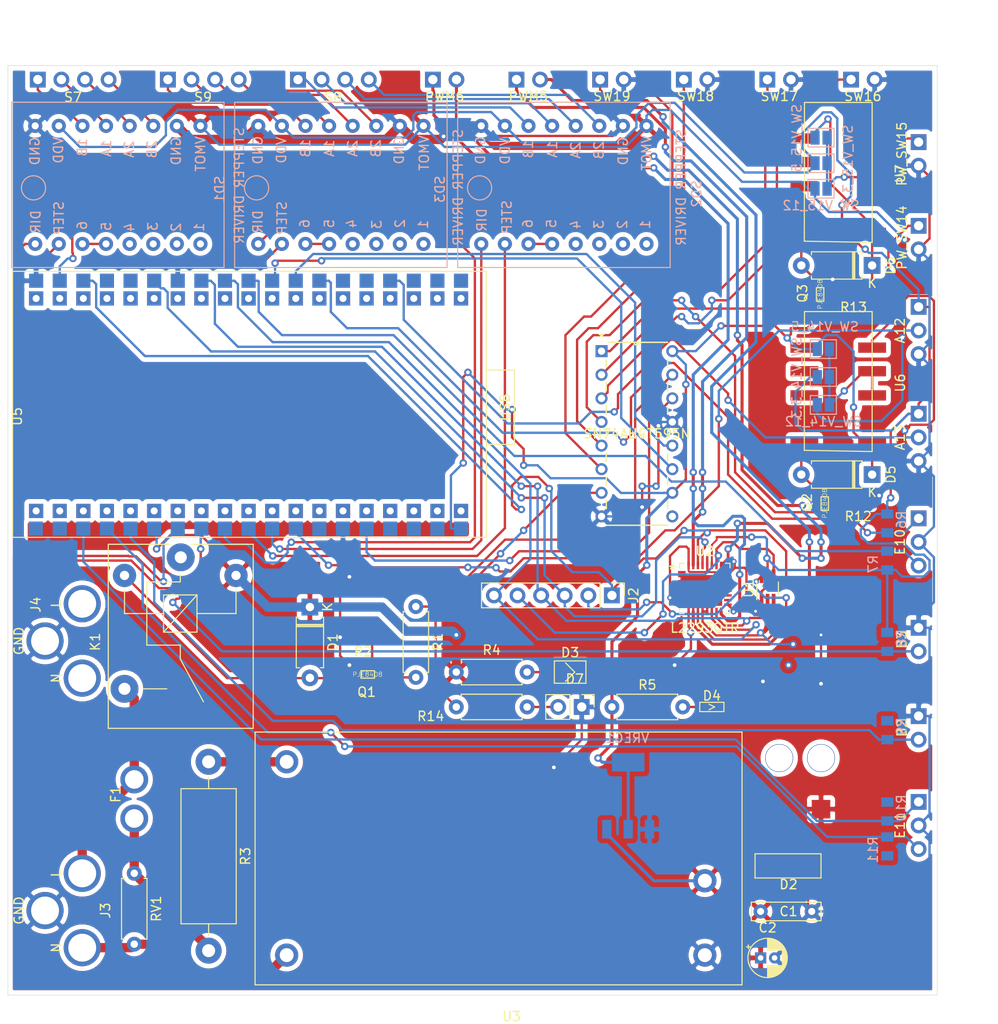
<source format=kicad_pcb>
(kicad_pcb (version 20171130) (host pcbnew "(5.1.2)-1")
  (layers (0 F.Cu signal) (31 B.Cu signal) (34 B.Paste user) (35 F.Paste user) (36 B.SilkS user) (37 F.SilkS user) (38 B.Mask user) (39 F.Mask user) (44 Edge.Cuts user))
  (net 0 "")
  (net 1 GND)
  (net 2 3.3V)
  (net 3 G14)
  (net 4 G15)
  (net 5 G34)
  (net 6 G35)
  (net 7 12V)
  (net 8 "Net-(D3-Pad2)")
  (net 9 "Net-(D4-Pad2)")
  (net 10 5V)
  (net 11 "Net-(D7-Pad2)")
  (net 12 G4)
  (net 13 G5)
  (net 14 G39)
  (net 15 G36)
  (net 16 "Net-(F1-Pad1)")
  (net 17 AC_L)
  (net 18 G22)
  (net 19 ~G22)
  (net 20 G21)
  (net 21 G19)
  (net 22 ~G19)
  (net 23 G18)
  (net 24 AC_N)
  (net 25 AC_L_OUT)
  (net 26 "Net-(PW_SW14-Pad1)")
  (net 27 "Net-(PW_SW15-Pad1)")
  (net 28 PWM1_2)
  (net 29 PWM1_1)
  (net 30 PWM2_1)
  (net 31 PWM2_2)
  (net 32 "Net-(Q1-Pad2)")
  (net 33 QB)
  (net 34 QC)
  (net 35 QA)
  (net 36 "Net-(R3-Pad1)")
  (net 37 QH)
  (net 38 "Net-(S7-Pad4)")
  (net 39 "Net-(S7-Pad1)")
  (net 40 "Net-(S7-Pad3)")
  (net 41 "Net-(S7-Pad2)")
  (net 42 "Net-(S8-Pad4)")
  (net 43 "Net-(S8-Pad1)")
  (net 44 "Net-(S8-Pad3)")
  (net 45 "Net-(S8-Pad2)")
  (net 46 "Net-(S9-Pad2)")
  (net 47 "Net-(S9-Pad3)")
  (net 48 "Net-(S9-Pad1)")
  (net 49 "Net-(S9-Pad4)")
  (net 50 "Net-(SD1-Pad1)")
  (net 51 "Net-(SD1-Pad2)")
  (net 52 "Net-(SD1-Pad3)")
  (net 53 "Net-(SD1-Pad4)")
  (net 54 "Net-(SD1-Pad5)")
  (net 55 G32)
  (net 56 G33)
  (net 57 G27)
  (net 58 G26)
  (net 59 "Net-(SD2-Pad5)")
  (net 60 "Net-(SD2-Pad4)")
  (net 61 "Net-(SD2-Pad3)")
  (net 62 "Net-(SD2-Pad2)")
  (net 63 "Net-(SD2-Pad1)")
  (net 64 "Net-(SD3-Pad1)")
  (net 65 "Net-(SD3-Pad2)")
  (net 66 "Net-(SD3-Pad3)")
  (net 67 "Net-(SD3-Pad4)")
  (net 68 "Net-(SD3-Pad5)")
  (net 69 G23)
  (net 70 G25)
  (net 71 QD)
  (net 72 QE)
  (net 73 QF)
  (net 74 QG)
  (net 75 "Net-(U2-Pad1)")
  (net 76 "Net-(U2-Pad2)")
  (net 77 "Net-(U2-Pad3)")
  (net 78 "Net-(U2-Pad4)")
  (net 79 "Net-(U2-Pad5)")
  (net 80 "Net-(U2-Pad6)")
  (net 81 "Net-(U2-Pad7)")
  (net 82 "Net-(U2-Pad8)")
  (net 83 "Net-(U2-Pad18)")
  (net 84 "Net-(U2-Pad19)")
  (net 85 "Net-(U2-Pad20)")
  (net 86 "Net-(U2-Pad21)")
  (net 87 "Net-(U2-Pad22)")
  (net 88 "Net-(U2-Pad23)")
  (net 89 "Net-(U4-Pad9)")
  (net 90 G17)
  (net 91 G16)
  (net 92 G13)
  (net 93 ESP_3.3V)
  (net 94 EN)
  (net 95 G12)
  (net 96 G9)
  (net 97 G10)
  (net 98 G11)
  (net 99 G1)
  (net 100 G3)
  (net 101 G0)
  (net 102 G2)
  (net 103 G8)
  (net 104 G7)
  (net 105 G6)
  (net 106 "Net-(U6-Pad8)")
  (net 107 "Net-(U6-Pad9)")
  (net 108 "Net-(U6-Pad10)")
  (net 109 "Net-(U7-Pad10)")
  (net 110 "Net-(U7-Pad9)")
  (net 111 "Net-(U7-Pad8)")
  (net 112 "Net-(D1-Pad2)")
  (net 113 "Net-(D5-Pad2)")
  (net 114 "Net-(D6-Pad2)")
  (net 115 "Net-(SW_V14_12-Pad2)")
  (net 116 "Net-(SW_V15_12-Pad2)")
  (module final:A4988 (layer B.Cu) (at 514.5 103.5 90)
    (fp_text reference SD3 (at 0.2 -8 90) (layer B.SilkS) (effects (justify mirror)))
    (fp_text value A4988)
    (fp_text user STEP (at -2.9 -25 90) (layer B.SilkS) (effects (justify mirror)))
    (fp_text user DIR (at -3.3 -27.6 90) (layer B.SilkS) (effects (justify mirror)))
    (fp_text user VMOT (at 4.1 -9.7 90) (layer B.SilkS) (effects (justify mirror)))
    (fp_text user GND (at 4.4 -12.4 90) (layer B.SilkS) (effects (justify mirror)))
    (fp_text user 2B (at 4.6 -14.9 90) (layer B.SilkS) (effects (justify mirror)))
    (fp_text user 2A (at 4.6 -17.4 90) (layer B.SilkS) (effects (justify mirror)))
    (fp_text user 1A (at 4.6 -19.9 90) (layer B.SilkS) (effects (justify mirror)))
    (fp_text user 1B (at 4.6 -22.47 90) (layer B.SilkS) (effects (justify mirror)))
    (fp_text user VDD (at 4.4 -25.07 90) (layer B.SilkS) (effects (justify mirror)))
    (fp_text user GND (at 4.4 -27.6 90) (layer B.SilkS) (effects (justify mirror)))
    (fp_text user 1 (at -3.6 -9.8 90) (layer B.SilkS) (effects (justify mirror)))
    (fp_text user 2 (at -3.5 -12.3 90) (layer B.SilkS) (effects (justify mirror)))
    (fp_text user 3 (at -3.6 -14.8 90) (layer B.SilkS) (effects (justify mirror)))
    (fp_text user 4 (at -3.5 -17.5 90) (layer B.SilkS) (effects (justify mirror)))
    (fp_text user 5 (at -3.5 -19.9 90) (layer B.SilkS) (effects (justify mirror)))
    (fp_text user 6 (at -3.5 -22.55 90) (layer B.SilkS) (effects (justify mirror)))
    (fp_text user "STEPPER DRIVER" (at 0.4 -6.05 90) (layer B.SilkS) (effects (justify mirror)))
    (pad 1 thru_hole circle (at -5.68 -9.78 90) (size 1.524 1.524) (drill 0.762) (layers *.Cu *.Mask) (net 64 "Net-(SD3-Pad1)"))
    (pad 2 thru_hole circle (at -5.68 -12.32 90) (size 1.524 1.524) (drill 0.762) (layers *.Cu *.Mask) (net 65 "Net-(SD3-Pad2)"))
    (pad 3 thru_hole circle (at -5.68 -14.86 90) (size 1.524 1.524) (drill 0.762) (layers *.Cu *.Mask) (net 66 "Net-(SD3-Pad3)"))
    (pad 4 thru_hole circle (at -5.68 -17.4 90) (size 1.524 1.524) (drill 0.762) (layers *.Cu *.Mask) (net 67 "Net-(SD3-Pad4)"))
    (pad 5 thru_hole circle (at -5.68 -19.94 90) (size 1.524 1.524) (drill 0.762) (layers *.Cu *.Mask) (net 68 "Net-(SD3-Pad5)"))
    (pad 6 thru_hole circle (at -5.68 -22.48 90) (size 1.524 1.524) (drill 0.762) (layers *.Cu *.Mask) (net 68 "Net-(SD3-Pad5)"))
    (pad 7 thru_hole circle (at -5.68 -25.02 90) (size 1.524 1.524) (drill 0.762) (layers *.Cu *.Mask) (net 69 G23))
    (pad 8 thru_hole circle (at -5.68 -27.56 90) (size 1.524 1.524) (drill 0.762) (layers *.Cu *.Mask) (net 70 G25))
    (pad 9 thru_hole circle (at 7.02 -9.78 90) (size 1.524 1.524) (drill 0.762) (layers *.Cu *.Mask) (net 7 12V))
    (pad 10 thru_hole circle (at 7.02 -12.32 90) (size 1.524 1.524) (drill 0.762) (layers *.Cu *.Mask) (net 1 GND))
    (pad 11 thru_hole circle (at 7.02 -14.86 90) (size 1.524 1.524) (drill 0.762) (layers *.Cu *.Mask) (net 49 "Net-(S9-Pad4)"))
    (pad 12 thru_hole circle (at 7.02 -17.4 90) (size 1.524 1.524) (drill 0.762) (layers *.Cu *.Mask) (net 47 "Net-(S9-Pad3)"))
    (pad 13 thru_hole circle (at 7.02 -19.94 90) (size 1.524 1.524) (drill 0.762) (layers *.Cu *.Mask) (net 46 "Net-(S9-Pad2)"))
    (pad 14 thru_hole circle (at 7.02 -22.48 90) (size 1.524 1.524) (drill 0.762) (layers *.Cu *.Mask) (net 48 "Net-(S9-Pad1)"))
    (pad 15 thru_hole circle (at 7.02 -25.02 90) (size 1.524 1.524) (drill 0.762) (layers *.Cu *.Mask) (net 2 3.3V))
    (pad 16 thru_hole circle (at 7.02 -27.56 90) (size 1.524 1.524) (drill 0.762) (layers *.Cu *.Mask) (net 1 GND))
  )
  (module final:ESP32_dev_board (layer F.Cu) (at 460.5 127.75 90)
    (fp_text reference U5 (at 0 0.5 90) (layer F.SilkS))
    (fp_text value esp32_dev)
    (fp_text user USB (at 1 53 90) (layer F.SilkS))
    (pad 38 smd rect (at 14.605 48.26 270) (size 1.524 1.524) (layers B.Cu B.Paste B.Mask) (net 105 G6))
    (pad 37 smd rect (at 14.605 45.72 270) (size 1.524 1.524) (layers B.Cu B.Paste B.Mask) (net 104 G7))
    (pad 36 smd rect (at 14.605 43.18 270) (size 1.524 1.524) (layers B.Cu B.Paste B.Mask) (net 103 G8))
    (pad 35 smd rect (at 14.605 40.64 270) (size 1.524 1.524) (layers B.Cu B.Paste B.Mask) (net 4 G15))
    (pad 34 smd rect (at 14.605 38.1 270) (size 1.524 1.524) (layers B.Cu B.Paste B.Mask) (net 102 G2))
    (pad 33 smd rect (at 14.605 35.56 270) (size 1.524 1.524) (layers B.Cu B.Paste B.Mask) (net 101 G0))
    (pad 32 smd rect (at 14.605 33.02 270) (size 1.524 1.524) (layers B.Cu B.Paste B.Mask) (net 12 G4))
    (pad 31 smd rect (at 14.605 30.48 270) (size 1.524 1.524) (layers B.Cu B.Paste B.Mask) (net 91 G16))
    (pad 30 smd rect (at 14.605 27.94 270) (size 1.524 1.524) (layers B.Cu B.Paste B.Mask) (net 90 G17))
    (pad 29 smd rect (at 14.605 25.4 270) (size 1.524 1.524) (layers B.Cu B.Paste B.Mask) (net 13 G5))
    (pad 28 smd rect (at 14.605 22.86 270) (size 1.524 1.524) (layers B.Cu B.Paste B.Mask) (net 23 G18))
    (pad 27 smd rect (at 14.605 20.32 270) (size 1.524 1.524) (layers B.Cu B.Paste B.Mask) (net 21 G19))
    (pad 26 smd rect (at 14.605 17.78 270) (size 1.524 1.524) (layers B.Cu B.Paste B.Mask) (net 1 GND))
    (pad 25 smd rect (at 14.605 15.24 270) (size 1.524 1.524) (layers B.Cu B.Paste B.Mask) (net 20 G21))
    (pad 24 smd rect (at 14.605 12.7 270) (size 1.524 1.524) (layers B.Cu B.Paste B.Mask) (net 100 G3))
    (pad 23 smd rect (at 14.605 10.16 270) (size 1.524 1.524) (layers B.Cu B.Paste B.Mask) (net 99 G1))
    (pad 22 smd rect (at 14.605 7.62 270) (size 1.524 1.524) (layers B.Cu B.Paste B.Mask) (net 18 G22))
    (pad 21 smd rect (at 14.605 5.08 270) (size 1.524 1.524) (layers B.Cu B.Paste B.Mask) (net 69 G23))
    (pad 20 smd rect (at 14.605 2.54 270) (size 1.524 1.524) (layers B.Cu B.Paste B.Mask) (net 1 GND))
    (pad 19 smd rect (at -12.065 48.26 270) (size 1.524 1.524) (layers B.Cu B.Paste B.Mask) (net 10 5V))
    (pad 18 smd rect (at -12.065 45.72 270) (size 1.524 1.524) (layers B.Cu B.Paste B.Mask) (net 98 G11))
    (pad 17 smd rect (at -12.065 43.18 270) (size 1.524 1.524) (layers B.Cu B.Paste B.Mask) (net 97 G10))
    (pad 16 smd rect (at -12.065 40.64 270) (size 1.524 1.524) (layers B.Cu B.Paste B.Mask) (net 96 G9))
    (pad 15 smd rect (at -12.065 38.1 270) (size 1.524 1.524) (layers B.Cu B.Paste B.Mask) (net 92 G13))
    (pad 14 smd rect (at -12.065 35.56 270) (size 1.524 1.524) (layers B.Cu B.Paste B.Mask) (net 1 GND))
    (pad 13 smd rect (at -12.065 33.02 270) (size 1.524 1.524) (layers B.Cu B.Paste B.Mask) (net 95 G12))
    (pad 12 smd rect (at -12.065 30.48 270) (size 1.524 1.524) (layers B.Cu B.Paste B.Mask) (net 3 G14))
    (pad 11 smd rect (at -12.065 27.94 270) (size 1.524 1.524) (layers B.Cu B.Paste B.Mask) (net 57 G27))
    (pad 10 smd rect (at -12.065 25.4 270) (size 1.524 1.524) (layers B.Cu B.Paste B.Mask) (net 58 G26))
    (pad 9 smd rect (at -12.065 22.86 270) (size 1.524 1.524) (layers B.Cu B.Paste B.Mask) (net 70 G25))
    (pad 8 smd rect (at -12.065 20.32 270) (size 1.524 1.524) (layers B.Cu B.Paste B.Mask) (net 56 G33))
    (pad 7 smd rect (at -12.065 17.78 270) (size 1.524 1.524) (layers B.Cu B.Paste B.Mask) (net 55 G32))
    (pad 6 smd rect (at -12.065 15.24 270) (size 1.524 1.524) (layers B.Cu B.Paste B.Mask) (net 6 G35))
    (pad 5 smd rect (at -12.065 12.7 270) (size 1.524 1.524) (layers B.Cu B.Paste B.Mask) (net 5 G34))
    (pad 4 smd rect (at -12.065 10.16 270) (size 1.524 1.524) (layers B.Cu B.Paste B.Mask) (net 14 G39))
    (pad 3 smd rect (at -12.065 7.62 270) (size 1.524 1.524) (layers B.Cu B.Paste B.Mask) (net 15 G36))
    (pad 2 smd rect (at -12.065 5.08 270) (size 1.524 1.524) (layers B.Cu B.Paste B.Mask) (net 94 EN))
    (pad 1 smd rect (at -12.065 2.5 90) (size 1.524 1.524) (layers B.Cu B.Paste B.Mask) (net 93 ESP_3.3V))
    (pad "" thru_hole rect (at 12.7 48.26 90) (size 1.524 1.524) (drill 0.762) (layers *.Cu *.Mask))
    (pad "" thru_hole rect (at 12.7 45.72 90) (size 1.524 1.524) (drill 0.762) (layers *.Cu *.Mask))
    (pad "" thru_hole rect (at 12.7 43.18 90) (size 1.524 1.524) (drill 0.762) (layers *.Cu *.Mask))
    (pad "" thru_hole rect (at 12.7 40.64 90) (size 1.524 1.524) (drill 0.762) (layers *.Cu *.Mask))
    (pad "" thru_hole trapezoid (at 12.7 38.1 90) (size 1.524 1.524) (drill 0.762) (layers *.Cu *.Mask))
    (pad "" thru_hole rect (at 12.7 35.56 90) (size 1.524 1.524) (drill 0.762) (layers *.Cu *.Mask))
    (pad "" thru_hole rect (at 12.7 33.02 90) (size 1.524 1.524) (drill 0.762) (layers *.Cu *.Mask))
    (pad "" thru_hole rect (at 12.7 30.48 90) (size 1.524 1.524) (drill 0.762) (layers *.Cu *.Mask))
    (pad "" thru_hole rect (at 12.7 27.94 90) (size 1.524 1.524) (drill 0.762) (layers *.Cu *.Mask))
    (pad "" thru_hole rect (at 12.7 25.4 90) (size 1.524 1.524) (drill 0.762) (layers *.Cu *.Mask))
    (pad "" thru_hole rect (at 12.7 22.86 90) (size 1.524 1.524) (drill 0.762) (layers *.Cu *.Mask))
    (pad "" thru_hole rect (at 12.7 20.32 90) (size 1.524 1.524) (drill 0.762) (layers *.Cu *.Mask))
    (pad "" thru_hole rect (at 12.7 17.78 90) (size 1.524 1.524) (drill 0.762) (layers *.Cu *.Mask))
    (pad "" thru_hole rect (at 12.7 15.24 90) (size 1.524 1.524) (drill 0.762) (layers *.Cu *.Mask))
    (pad "" thru_hole rect (at 12.7 12.7 90) (size 1.524 1.524) (drill 0.762) (layers *.Cu *.Mask))
    (pad "" thru_hole rect (at 12.7 10.16 90) (size 1.524 1.524) (drill 0.762) (layers *.Cu *.Mask))
    (pad "" thru_hole rect (at 12.7 7.62 90) (size 1.524 1.524) (drill 0.762) (layers *.Cu *.Mask))
    (pad "" thru_hole rect (at 12.7 5.08 90) (size 1.524 1.524) (drill 0.762) (layers *.Cu *.Mask))
    (pad "" thru_hole rect (at 12.7 2.54 90) (size 1.524 1.524) (drill 0.762) (layers *.Cu *.Mask))
    (pad "" thru_hole rect (at -10.16 48.26 90) (size 1.524 1.524) (drill 0.762) (layers *.Cu *.Mask))
    (pad "" thru_hole rect (at -10.16 45.72 90) (size 1.524 1.524) (drill 0.762) (layers *.Cu *.Mask))
    (pad "" thru_hole rect (at -10.16 43.18 90) (size 1.524 1.524) (drill 0.762) (layers *.Cu *.Mask))
    (pad "" thru_hole rect (at -10.16 40.64 90) (size 1.524 1.524) (drill 0.762) (layers *.Cu *.Mask))
    (pad "" thru_hole rect (at -10.16 38.1 90) (size 1.524 1.524) (drill 0.762) (layers *.Cu *.Mask))
    (pad "" thru_hole rect (at -10.16 35.56 90) (size 1.524 1.524) (drill 0.762) (layers *.Cu *.Mask))
    (pad "" thru_hole rect (at -10.16 33.02 90) (size 1.524 1.524) (drill 0.762) (layers *.Cu *.Mask))
    (pad "" thru_hole rect (at -10.16 30.48 90) (size 1.524 1.524) (drill 0.762) (layers *.Cu *.Mask))
    (pad "" thru_hole rect (at -10.16 27.94 90) (size 1.524 1.524) (drill 0.762) (layers *.Cu *.Mask))
    (pad "" thru_hole rect (at -10.16 25.4 90) (size 1.524 1.524) (drill 0.762) (layers *.Cu *.Mask))
    (pad "" thru_hole rect (at -10.16 22.86 90) (size 1.524 1.524) (drill 0.762) (layers *.Cu *.Mask))
    (pad "" thru_hole rect (at -10.16 20.32 90) (size 1.524 1.524) (drill 0.762) (layers *.Cu *.Mask))
    (pad "" thru_hole rect (at -10.16 17.78 90) (size 1.524 1.524) (drill 0.762) (layers *.Cu *.Mask))
    (pad "" thru_hole rect (at -10.16 15.24 90) (size 1.524 1.524) (drill 0.762) (layers *.Cu *.Mask))
    (pad "" thru_hole rect (at -10.16 12.7 90) (size 1.524 1.524) (drill 0.762) (layers *.Cu *.Mask))
    (pad "" thru_hole rect (at -10.16 10.16 90) (size 1.524 1.524) (drill 0.762) (layers *.Cu *.Mask))
    (pad "" thru_hole rect (at -10.16 7.62 90) (size 1.524 1.524) (drill 0.762) (layers *.Cu *.Mask))
    (pad "" thru_hole rect (at -10.16 5.08 90) (size 1.524 1.524) (drill 0.762) (layers *.Cu *.Mask))
    (pad "" thru_hole rect (at -10.16 2.54 90) (size 1.524 1.524) (drill 0.762) (layers *.Cu *.Mask))
  )
  (module Diode_THT:D_A-405_P7.62mm_Horizontal (layer F.Cu) (at 553 111.5 180)
    (fp_text reference D6 (at -2 0 90) (layer F.SilkS))
    (fp_text value D)
    (fp_text user K (at 0 -1.9) (layer F.SilkS))
    (pad 2 thru_hole oval (at 7.62 0 180) (size 1.8 1.8) (drill 0.9) (layers *.Cu *.Mask) (net 114 "Net-(D6-Pad2)"))
    (pad 1 thru_hole rect (at 0 0 180) (size 1.8 1.8) (drill 0.9) (layers *.Cu *.Mask) (net 10 5V))
  )
  (module Diode_THT:D_A-405_P7.62mm_Horizontal (layer F.Cu) (at 553 134 180)
    (fp_text reference D5 (at -2 0 90) (layer F.SilkS))
    (fp_text value D)
    (fp_text user K (at 0 -1.9) (layer F.SilkS))
    (pad 2 thru_hole oval (at 7.62 0 180) (size 1.8 1.8) (drill 0.9) (layers *.Cu *.Mask) (net 113 "Net-(D5-Pad2)"))
    (pad 1 thru_hole rect (at 0 0 180) (size 1.8 1.8) (drill 0.9) (layers *.Cu *.Mask) (net 10 5V))
  )
  (module Diode_THT:D_A-405_P7.62mm_Horizontal (layer F.Cu) (at 492.5 148.25 270)
    (fp_text reference D1 (at 3.81 -2.47 90) (layer F.SilkS))
    (fp_text value D)
    (fp_text user K (at 0 -1.9 90) (layer F.SilkS))
    (pad 2 thru_hole oval (at 7.62 0 270) (size 1.8 1.8) (drill 0.9) (layers *.Cu *.Mask) (net 112 "Net-(D1-Pad2)"))
    (pad 1 thru_hole rect (at 0 0 270) (size 1.8 1.8) (drill 0.9) (layers *.Cu *.Mask) (net 7 12V))
  )
  (module bigboard:encoder_out (layer F.Cu) (at 558 118.5)
    (fp_text reference A12 (at -2 0 90) (layer F.SilkS))
    (fp_text value Conn_01x03_Female)
    (pad 3 thru_hole oval (at 0 2.54) (size 1.7 1.7) (drill 1) (layers *.Cu *.Mask) (net 1 GND))
    (pad 1 thru_hole rect (at 0 -2.54) (size 1.7 1.7) (drill 1) (layers *.Cu *.Mask) (net 2 3.3V))
    (pad 2 thru_hole oval (at 0 0) (size 1.7 1.7) (drill 1) (layers *.Cu *.Mask) (net 3 G14))
  )
  (module bigboard:encoder_out (layer F.Cu) (at 558 130)
    (fp_text reference A13 (at -2 0 90) (layer F.SilkS))
    (fp_text value Conn_01x03_Female)
    (pad 2 thru_hole oval (at 0 0) (size 1.7 1.7) (drill 1) (layers *.Cu *.Mask) (net 4 G15))
    (pad 1 thru_hole rect (at 0 -2.54) (size 1.7 1.7) (drill 1) (layers *.Cu *.Mask) (net 2 3.3V))
    (pad 3 thru_hole oval (at 0 2.54) (size 1.7 1.7) (drill 1) (layers *.Cu *.Mask) (net 1 GND))
  )
  (module bigboard:button_out (layer F.Cu) (at 558 161.25)
    (fp_text reference B2 (at -1.8 0 90) (layer F.SilkS))
    (fp_text value Conn_01x02_Female)
    (pad 2 thru_hole oval (at 0 1.27) (size 1.7 1.7) (drill 1) (layers *.Cu *.Mask) (net 5 G34))
    (pad 1 thru_hole rect (at 0 -1.27) (size 1.7 1.7) (drill 1) (layers *.Cu *.Mask) (net 1 GND))
  )
  (module bigboard:button_out (layer F.Cu) (at 558 151.75)
    (fp_text reference B3 (at -1.8 0 90) (layer F.SilkS))
    (fp_text value Conn_01x02_Female)
    (pad 1 thru_hole rect (at 0 -1.27) (size 1.7 1.7) (drill 1) (layers *.Cu *.Mask) (net 1 GND))
    (pad 2 thru_hole oval (at 0 1.27) (size 1.7 1.7) (drill 1) (layers *.Cu *.Mask) (net 6 G35))
  )
  (module final:5.5mm_cap (layer F.Cu) (at 541 181)
    (fp_text reference C1 (at 3 0) (layer F.SilkS))
    (fp_text value 1uF)
    (pad 1 thru_hole circle (at 0 0) (size 1.524 1.524) (drill 0.762) (layers *.Cu *.Mask) (net 7 12V))
    (pad 2 thru_hole circle (at 5.5 0) (size 1.524 1.524) (drill 0.762) (layers *.Cu *.Mask) (net 1 GND))
  )
  (module Capacitor_THT:CP_Radial_D4.0mm_P1.50mm (layer F.Cu) (at 541 186)
    (fp_text reference C2 (at 0.75 -3.25) (layer F.SilkS))
    (fp_text value 10uF)
    (pad 1 thru_hole rect (at 0 0) (size 1.2 1.2) (drill 0.6) (layers *.Cu *.Mask) (net 7 12V))
    (pad 2 thru_hole circle (at 1.5 0) (size 1.2 1.2) (drill 0.6) (layers *.Cu *.Mask) (net 1 GND))
  )
  (module final:SMBJ20A (layer F.Cu) (at 544 176 180)
    (fp_text reference D2 (at 0 -2.1) (layer F.SilkS))
    (fp_text value SMBJ20A)
    (pad 1 smd rect (at -2.1 -0.1 180) (size 2.5 2.3) (layers F.Cu F.Paste F.Mask) (net 1 GND))
    (pad 2 smd rect (at 2.2 -0.1 180) (size 2.5 2.3) (layers F.Cu F.Paste F.Mask) (net 7 12V))
  )
  (module final:CLM3C-MKW-CWAXB133 (layer F.Cu) (at 520.5 155.25)
    (fp_text reference D3 (at 0 -2.1) (layer F.SilkS))
    (fp_text value CLM3C-MKW-CWAXB133)
    (pad 1 smd rect (at 1.125 0) (size 1 2.25) (layers F.Cu F.Paste F.Mask) (net 1 GND))
    (pad 2 smd rect (at -1.125 0) (size 1 2.25) (layers F.Cu F.Paste F.Mask) (net 8 "Net-(D3-Pad2)"))
  )
  (module final:B1931UD--05D000314U1930 (layer F.Cu) (at 535.75 159)
    (fp_text reference D4 (at 0 -1.2) (layer F.SilkS))
    (fp_text value B1931UD--05D000314U1930)
    (pad 1 smd rect (at 0.8 0) (size 0.8 0.75) (layers F.Cu F.Paste F.Mask) (net 1 GND))
    (pad 2 smd rect (at -0.8 0) (size 0.8 0.75) (layers F.Cu F.Paste F.Mask) (net 9 "Net-(D4-Pad2)"))
  )
  (module Connector_PinHeader_2.54mm:PinHeader_1x02_P2.54mm_Vertical (layer F.Cu) (at 521.75 159 270)
    (fp_text reference D7 (at -3 0.75 180) (layer F.SilkS))
    (fp_text value THT_LED)
    (pad 1 thru_hole rect (at 0 0 270) (size 1.7 1.7) (drill 1) (layers *.Cu *.Mask) (net 1 GND))
    (pad 2 thru_hole oval (at 0 2.54 270) (size 1.7 1.7) (drill 1) (layers *.Cu *.Mask) (net 11 "Net-(D7-Pad2)"))
  )
  (module bigboard:encoder_out (layer F.Cu) (at 558 141.25)
    (fp_text reference E10 (at -2 0 90) (layer F.SilkS))
    (fp_text value Conn_01x03_Female)
    (pad 2 thru_hole oval (at 0 0) (size 1.7 1.7) (drill 1) (layers *.Cu *.Mask) (net 1 GND))
    (pad 1 thru_hole rect (at 0 -2.54) (size 1.7 1.7) (drill 1) (layers *.Cu *.Mask) (net 12 G4))
    (pad 3 thru_hole oval (at 0 2.54) (size 1.7 1.7) (drill 1) (layers *.Cu *.Mask) (net 13 G5))
  )
  (module bigboard:encoder_out (layer F.Cu) (at 558 171.75)
    (fp_text reference E11 (at -2 0 90) (layer F.SilkS))
    (fp_text value Conn_01x03_Female)
    (pad 3 thru_hole oval (at 0 2.54) (size 1.7 1.7) (drill 1) (layers *.Cu *.Mask) (net 14 G39))
    (pad 1 thru_hole rect (at 0 -2.54) (size 1.7 1.7) (drill 1) (layers *.Cu *.Mask) (net 15 G36))
    (pad 2 thru_hole oval (at 0 0) (size 1.7 1.7) (drill 1) (layers *.Cu *.Mask) (net 1 GND))
  )
  (module final:fuse (layer F.Cu) (at 473.6 168.9 90)
    (fp_text reference F1 (at 0.5 -2 90) (layer F.SilkS))
    (fp_text value Fuse)
    (pad 1 thru_hole circle (at -2.1 0 90) (size 3 3) (drill 2) (layers *.Cu *.Mask) (net 16 "Net-(F1-Pad1)"))
    (pad 2 thru_hole circle (at 2.1 0 90) (size 3 3) (drill 2) (layers *.Cu *.Mask) (net 17 AC_L))
  )
  (module final:54-00164 (layer F.Cu) (at 547.5 159 180)
    (fp_text reference J1 (at 0 -6) (layer F.SilkS))
    (fp_text value 54-00164)
    (pad 1 smd rect (at 0 -11 180) (size 2 2) (layers F.Cu F.Paste F.Mask) (net 7 12V))
    (pad 1 smd rect (at 6.2 -11 180) (size 2 2) (layers F.Cu F.Paste F.Mask) (net 7 12V))
    (pad 2 smd rect (at 0 0 180) (size 2 2) (layers F.Cu F.Paste F.Mask) (net 1 GND))
    (pad 2 smd rect (at 6.2 0 180) (size 2 2) (layers F.Cu F.Paste F.Mask) (net 1 GND))
    (pad "" thru_hole circle (at 0 -5.5 180) (size 3 3) (drill 2.9) (layers *.Cu *.Mask))
    (pad "" thru_hole circle (at 4.5 -5.5 180) (size 3 3) (drill 2.9) (layers *.Cu *.Mask))
  )
  (module Connector_PinHeader_2.54mm:PinHeader_1x06_P2.54mm_Vertical (layer F.Cu) (at 525 147 270)
    (fp_text reference J2 (at 0 -2.33 90) (layer F.SilkS))
    (fp_text value Backup_If_Motor_driver_dont_work)
    (pad 1 thru_hole rect (at 0 0 270) (size 1.7 1.7) (drill 1) (layers *.Cu *.Mask) (net 18 G22))
    (pad 2 thru_hole oval (at 0 2.54 270) (size 1.7 1.7) (drill 1) (layers *.Cu *.Mask) (net 19 ~G22))
    (pad 3 thru_hole oval (at 0 5.08 270) (size 1.7 1.7) (drill 1) (layers *.Cu *.Mask) (net 20 G21))
    (pad 4 thru_hole oval (at 0 7.62 270) (size 1.7 1.7) (drill 1) (layers *.Cu *.Mask) (net 21 G19))
    (pad 5 thru_hole oval (at 0 10.16 270) (size 1.7 1.7) (drill 1) (layers *.Cu *.Mask) (net 22 ~G19))
    (pad 6 thru_hole oval (at 0 12.7 270) (size 1.7 1.7) (drill 1) (layers *.Cu *.Mask) (net 23 G18))
  )
  (module final:AC (layer F.Cu) (at 468 180.9 270)
    (fp_text reference J3 (at 0 -2.5 90) (layer F.SilkS))
    (fp_text value AC_IN)
    (fp_text user N (at 4 2.8 90) (layer F.SilkS))
    (fp_text user GND (at 0 6.8 90) (layer F.SilkS))
    (fp_text user L (at -4 2.8 90) (layer F.SilkS))
    (pad 3 thru_hole circle (at 0 4 270) (size 4 4) (drill 3) (layers *.Cu *.Mask) (net 1 GND))
    (pad 2 thru_hole circle (at 4 0 270) (size 4 4) (drill 3) (layers *.Cu *.Mask) (net 24 AC_N))
    (pad 1 thru_hole circle (at -4 0 270) (size 4 4) (drill 3) (layers *.Cu *.Mask) (net 17 AC_L))
  )
  (module final:AC (layer F.Cu) (at 468 151.9 270)
    (fp_text reference J4 (at -3.9 5 90) (layer F.SilkS))
    (fp_text value AC_OUT)
    (fp_text user L (at -4 2.8 90) (layer F.SilkS))
    (fp_text user GND (at 0 6.8 90) (layer F.SilkS))
    (fp_text user N (at 4 2.8 90) (layer F.SilkS))
    (pad 1 thru_hole circle (at -4 0 270) (size 4 4) (drill 3) (layers *.Cu *.Mask) (net 25 AC_L_OUT))
    (pad 2 thru_hole circle (at 4 0 270) (size 4 4) (drill 3) (layers *.Cu *.Mask) (net 24 AC_N))
    (pad 3 thru_hole circle (at 0 4 270) (size 4 4) (drill 3) (layers *.Cu *.Mask) (net 1 GND))
  )
  (module Jumper:SolderJumper-2_P1.3mm_Open_Pad1.0x1.5mm (layer B.Cu) (at 547.75 120.5)
    (fp_text reference SW_V14_5 (at 0.15 -2.4 180) (layer B.SilkS) (effects (justify mirror)))
    (fp_text value 5V)
    (pad 1 smd rect (at -0.65 0) (size 1 1.5) (layers B.Cu B.Mask) (net 10 5V))
    (pad 2 smd rect (at 0.65 0) (size 1 1.5) (layers B.Cu B.Mask) (net 115 "Net-(SW_V14_12-Pad2)"))
  )
  (module Jumper:SolderJumper-2_P1.3mm_Open_Pad1.0x1.5mm (layer B.Cu) (at 547.75 126.5)
    (fp_text reference SW_V14_12 (at 0 1.8) (layer B.SilkS) (effects (justify mirror)))
    (fp_text value 12V)
    (pad 1 smd rect (at -0.65 0) (size 1 1.5) (layers B.Cu B.Mask) (net 7 12V))
    (pad 2 smd rect (at 0.65 0) (size 1 1.5) (layers B.Cu B.Mask) (net 115 "Net-(SW_V14_12-Pad2)"))
  )
  (module Jumper:SolderJumper-2_P1.3mm_Open_Pad1.0x1.5mm (layer B.Cu) (at 547.75 123.5)
    (fp_text reference SW_V14_3.3 (at -2.85 0.1 90) (layer B.SilkS) (effects (justify mirror)))
    (fp_text value 3.3V)
    (pad 2 smd rect (at 0.65 0) (size 1 1.5) (layers B.Cu B.Mask) (net 115 "Net-(SW_V14_12-Pad2)"))
    (pad 1 smd rect (at -0.65 0) (size 1 1.5) (layers B.Cu B.Mask) (net 2 3.3V))
  )
  (module Jumper:SolderJumper-2_P1.3mm_Open_Pad1.0x1.5mm (layer B.Cu) (at 547.5 97.75)
    (fp_text reference SW_V15_5 (at -2.6 0.05 90) (layer B.SilkS) (effects (justify mirror)))
    (fp_text value 5V)
    (pad 2 smd rect (at 0.65 0) (size 1 1.5) (layers B.Cu B.Mask) (net 116 "Net-(SW_V15_12-Pad2)"))
    (pad 1 smd rect (at -0.65 0) (size 1 1.5) (layers B.Cu B.Mask) (net 10 5V))
  )
  (module Jumper:SolderJumper-2_P1.3mm_Open_Pad1.0x1.5mm (layer B.Cu) (at 547.5 103.25)
    (fp_text reference SW_V15_12 (at 0 1.8) (layer B.SilkS) (effects (justify mirror)))
    (fp_text value 12V)
    (pad 1 smd rect (at -0.65 0) (size 1 1.5) (layers B.Cu B.Mask) (net 7 12V))
    (pad 2 smd rect (at 0.65 0) (size 1 1.5) (layers B.Cu B.Mask) (net 116 "Net-(SW_V15_12-Pad2)"))
  )
  (module Jumper:SolderJumper-2_P1.3mm_Open_Pad1.0x1.5mm (layer B.Cu) (at 547.5 100.5)
    (fp_text reference SW_V15_3.3 (at 2.9 0.25 270) (layer B.SilkS) (effects (justify mirror)))
    (fp_text value 3.3V)
    (pad 2 smd rect (at 0.65 0) (size 1 1.5) (layers B.Cu B.Mask) (net 116 "Net-(SW_V15_12-Pad2)"))
    (pad 1 smd rect (at -0.65 0) (size 1 1.5) (layers B.Cu B.Mask) (net 2 3.3V))
  )
  (module Relay_THT:Relay_SPST_SANYOU_SRD_Series_Form_A (layer F.Cu) (at 478.6 142.9 270)
    (fp_text reference K1 (at 9.1 9.2 90) (layer F.SilkS))
    (fp_text value "SRD-S-112DM(F-11)")
    (pad 2 thru_hole circle (at 1.95 6.05) (size 2.5 2.5) (drill 1) (layers *.Cu *.Mask) (net 112 "Net-(D1-Pad2)"))
    (pad 3 thru_hole circle (at 14.15 6.05) (size 3 3) (drill 1.3) (layers *.Cu *.Mask) (net 17 AC_L))
    (pad 5 thru_hole circle (at 1.95 -5.95) (size 2.5 2.5) (drill 1) (layers *.Cu *.Mask) (net 7 12V))
    (pad 1 thru_hole circle (at 0 0) (size 3 3) (drill 1.3) (layers *.Cu *.Mask) (net 25 AC_L_OUT))
  )
  (module bigboard:button_out (layer F.Cu) (at 558 108.5)
    (fp_text reference PW_SW14 (at -1.8 0 90) (layer F.SilkS))
    (fp_text value SW)
    (pad 1 thru_hole rect (at 0 -1.27) (size 1.7 1.7) (drill 1) (layers *.Cu *.Mask) (net 26 "Net-(PW_SW14-Pad1)"))
    (pad 2 thru_hole oval (at 0 1.27) (size 1.7 1.7) (drill 1) (layers *.Cu *.Mask) (net 1 GND))
  )
  (module bigboard:button_out (layer F.Cu) (at 558 99.5)
    (fp_text reference PW_SW15 (at -1.8 0 90) (layer F.SilkS))
    (fp_text value SW)
    (pad 1 thru_hole rect (at 0 -1.27) (size 1.7 1.7) (drill 1) (layers *.Cu *.Mask) (net 27 "Net-(PW_SW15-Pad1)"))
    (pad 2 thru_hole oval (at 0 1.27) (size 1.7 1.7) (drill 1) (layers *.Cu *.Mask) (net 1 GND))
  )
  (module bigboard:button_out (layer F.Cu) (at 516 91.5 90)
    (fp_text reference PWM5 (at -1.8 0) (layer F.SilkS))
    (fp_text value Conn_01x02_Female)
    (pad 2 thru_hole oval (at 0 1.27 90) (size 1.7 1.7) (drill 1) (layers *.Cu *.Mask) (net 28 PWM1_2))
    (pad 1 thru_hole rect (at 0 -1.27 90) (size 1.7 1.7) (drill 1) (layers *.Cu *.Mask) (net 29 PWM1_1))
  )
  (module bigboard:button_out (layer F.Cu) (at 507 91.5 90)
    (fp_text reference PWM6 (at -1.8 0) (layer F.SilkS))
    (fp_text value Conn_01x02_Female)
    (pad 1 thru_hole rect (at 0 -1.27 90) (size 1.7 1.7) (drill 1) (layers *.Cu *.Mask) (net 30 PWM2_1))
    (pad 2 thru_hole oval (at 0 1.27 90) (size 1.7 1.7) (drill 1) (layers *.Cu *.Mask) (net 31 PWM2_2))
  )
  (module final:PJE8408_R1_00001 (layer F.Cu) (at 498.6 157.9 180)
    (fp_text reference Q1 (at 0 0.5) (layer F.SilkS))
    (fp_text value PJE8408_R1_00001)
    (fp_text user PJE8408 (at -0.1 2.4) (layer F.SilkS) (effects (font (size 0.5 0.5) (thickness 0.05))))
    (pad 3 smd rect (at 0.4 3.15 180) (size 0.4 0.55) (layers F.Cu F.Paste F.Mask) (net 1 GND))
    (pad 2 smd rect (at -0.6 3.15 180) (size 0.4 0.55) (layers F.Cu F.Paste F.Mask) (net 32 "Net-(Q1-Pad2)"))
    (pad 1 smd rect (at -0.1 1.7 180) (size 0.4 0.55) (layers F.Cu F.Paste F.Mask) (net 112 "Net-(D1-Pad2)"))
  )
  (module final:PJE8408_R1_00001 (layer F.Cu) (at 545.5 137 90)
    (fp_text reference Q2 (at 0 0.5 90) (layer F.SilkS))
    (fp_text value PJE8408_R1_00001)
    (fp_text user PJE8408 (at -0.1 2.4 90) (layer F.SilkS) (effects (font (size 0.5 0.5) (thickness 0.05))))
    (pad 3 smd rect (at 0.4 3.15 90) (size 0.4 0.55) (layers F.Cu F.Paste F.Mask) (net 1 GND))
    (pad 2 smd rect (at -0.6 3.15 90) (size 0.4 0.55) (layers F.Cu F.Paste F.Mask) (net 33 QB))
    (pad 1 smd rect (at -0.1 1.7 90) (size 0.4 0.55) (layers F.Cu F.Paste F.Mask) (net 113 "Net-(D5-Pad2)"))
  )
  (module final:PJE8408_R1_00001 (layer F.Cu) (at 545 114.5 90)
    (fp_text reference Q3 (at 0 0.5 90) (layer F.SilkS))
    (fp_text value PJE8408_R1_00001)
    (fp_text user PJE8408 (at -0.1 2.4 90) (layer F.SilkS) (effects (font (size 0.5 0.5) (thickness 0.05))))
    (pad 1 smd rect (at -0.1 1.7 90) (size 0.4 0.55) (layers F.Cu F.Paste F.Mask) (net 114 "Net-(D6-Pad2)"))
    (pad 2 smd rect (at -0.6 3.15 90) (size 0.4 0.55) (layers F.Cu F.Paste F.Mask) (net 34 QC))
    (pad 3 smd rect (at 0.4 3.15 90) (size 0.4 0.55) (layers F.Cu F.Paste F.Mask) (net 1 GND))
  )
  (module Resistor_THT:R_Axial_DIN0207_L6.3mm_D2.5mm_P7.62mm_Horizontal (layer F.Cu) (at 503.9 148.2 270)
    (fp_text reference R1 (at 3.81 -2.37 90) (layer F.SilkS))
    (fp_text value 1k)
    (pad 1 thru_hole circle (at 0 0 270) (size 1.6 1.6) (drill 0.8) (layers *.Cu *.Mask) (net 35 QA))
    (pad 2 thru_hole oval (at 7.62 0 270) (size 1.6 1.6) (drill 0.8) (layers *.Cu *.Mask) (net 32 "Net-(Q1-Pad2)"))
  )
  (module final:RNCP0805FTD10K0 (layer F.Cu) (at 498.6 151.4 180)
    (fp_text reference R2 (at 0.381 -1.651) (layer F.SilkS))
    (fp_text value 10k hide)
    (pad 2 smd rect (at 1.016 -0.127 180) (size 1 1.3) (layers F.Cu F.Paste F.Mask) (net 1 GND))
    (pad 1 smd rect (at -1.016 -0.127 180) (size 1 1.3) (layers F.Cu F.Paste F.Mask) (net 32 "Net-(Q1-Pad2)"))
  )
  (module Resistor_THT:R_Axial_DIN0614_L14.3mm_D5.7mm_P20.32mm_Horizontal (layer F.Cu) (at 481.6 164.9 270)
    (fp_text reference R3 (at 10.16 -3.97 90) (layer F.SilkS))
    (fp_text value 43F3R0E)
    (pad 1 thru_hole circle (at 0 0 270) (size 2.8 2.8) (drill 1.4) (layers *.Cu *.Mask) (net 36 "Net-(R3-Pad1)"))
    (pad 2 thru_hole oval (at 20.32 0 270) (size 2.8 2.8) (drill 1.4) (layers *.Cu *.Mask) (net 16 "Net-(F1-Pad1)"))
  )
  (module Resistor_THT:R_Axial_DIN0207_L6.3mm_D2.5mm_P7.62mm_Horizontal (layer F.Cu) (at 508.25 155.25)
    (fp_text reference R4 (at 3.81 -2.37) (layer F.SilkS))
    (fp_text value 440)
    (pad 1 thru_hole circle (at 0 0) (size 1.6 1.6) (drill 0.8) (layers *.Cu *.Mask) (net 7 12V))
    (pad 2 thru_hole oval (at 7.62 0) (size 1.6 1.6) (drill 0.8) (layers *.Cu *.Mask) (net 8 "Net-(D3-Pad2)"))
  )
  (module Resistor_THT:R_Axial_DIN0207_L6.3mm_D2.5mm_P7.62mm_Horizontal (layer F.Cu) (at 525 159)
    (fp_text reference R5 (at 3.81 -2.37) (layer F.SilkS))
    (fp_text value 600)
    (pad 2 thru_hole oval (at 7.62 0) (size 1.6 1.6) (drill 0.8) (layers *.Cu *.Mask) (net 9 "Net-(D4-Pad2)"))
    (pad 1 thru_hole circle (at 0 0) (size 1.6 1.6) (drill 0.8) (layers *.Cu *.Mask) (net 10 5V))
  )
  (module final:RNCP0805FTD10K0 (layer B.Cu) (at 554.5 139.25 90)
    (fp_text reference R6 (at 0.381 1.651 270) (layer B.SilkS) (effects (justify mirror)))
    (fp_text value 10K hide)
    (pad 2 smd rect (at 1.016 0.127 90) (size 1 1.3) (layers B.Cu B.Paste B.Mask) (net 2 3.3V))
    (pad 1 smd rect (at -1.016 0.127 90) (size 1 1.3) (layers B.Cu B.Paste B.Mask) (net 12 G4))
  )
  (module final:RNCP0805FTD10K0 (layer B.Cu) (at 554.75 143.25 270)
    (fp_text reference R7 (at 0.381 1.651 90) (layer B.SilkS) (effects (justify mirror)))
    (fp_text value 10K hide)
    (pad 1 smd rect (at -1.016 0.127 270) (size 1 1.3) (layers B.Cu B.Paste B.Mask) (net 13 G5))
    (pad 2 smd rect (at 1.016 0.127 270) (size 1 1.3) (layers B.Cu B.Paste B.Mask) (net 2 3.3V))
  )
  (module final:RNCP0805FTD10K0 (layer B.Cu) (at 554.5 152 90)
    (fp_text reference R8 (at 0.381 1.651 90) (layer B.SilkS) (effects (justify mirror)))
    (fp_text value 10K hide)
    (pad 1 smd rect (at -1.016 0.127 90) (size 1 1.3) (layers B.Cu B.Paste B.Mask) (net 6 G35))
    (pad 2 smd rect (at 1.016 0.127 90) (size 1 1.3) (layers B.Cu B.Paste B.Mask) (net 2 3.3V))
  )
  (module final:RNCP0805FTD10K0 (layer B.Cu) (at 554.5 161.5 90)
    (fp_text reference R9 (at 0.381 1.651 270) (layer B.SilkS) (effects (justify mirror)))
    (fp_text value 10K hide)
    (pad 2 smd rect (at 1.016 0.127 90) (size 1 1.3) (layers B.Cu B.Paste B.Mask) (net 2 3.3V))
    (pad 1 smd rect (at -1.016 0.127 90) (size 1 1.3) (layers B.Cu B.Paste B.Mask) (net 5 G34))
  )
  (module final:RNCP0805FTD10K0 (layer B.Cu) (at 554.5 170.25 90)
    (fp_text reference R10 (at 0.381 1.651 90) (layer B.SilkS) (effects (justify mirror)))
    (fp_text value 10K hide)
    (pad 1 smd rect (at -1.016 0.127 90) (size 1 1.3) (layers B.Cu B.Paste B.Mask) (net 15 G36))
    (pad 2 smd rect (at 1.016 0.127 90) (size 1 1.3) (layers B.Cu B.Paste B.Mask) (net 2 3.3V))
  )
  (module final:RNCP0805FTD10K0 (layer B.Cu) (at 554.75 174 270)
    (fp_text reference R11 (at 0.381 1.651 90) (layer B.SilkS) (effects (justify mirror)))
    (fp_text value 10K hide)
    (pad 2 smd rect (at 1.016 0.127 270) (size 1 1.3) (layers B.Cu B.Paste B.Mask) (net 2 3.3V))
    (pad 1 smd rect (at -1.016 0.127 270) (size 1 1.3) (layers B.Cu B.Paste B.Mask) (net 14 G39))
  )
  (module final:RNCP0805FTD10K0 (layer F.Cu) (at 551.5 137)
    (fp_text reference R12 (at 0 1.5) (layer F.SilkS))
    (fp_text value 10k hide)
    (pad 1 smd rect (at -1.016 -0.127) (size 1 1.3) (layers F.Cu F.Paste F.Mask) (net 33 QB))
    (pad 2 smd rect (at 1.016 -0.127) (size 1 1.3) (layers F.Cu F.Paste F.Mask) (net 1 GND))
  )
  (module final:RNCP0805FTD10K0 (layer F.Cu) (at 551 114.5)
    (fp_text reference R13 (at 0 1.5) (layer F.SilkS))
    (fp_text value 10k hide)
    (pad 1 smd rect (at -1.016 -0.127) (size 1 1.3) (layers F.Cu F.Paste F.Mask) (net 34 QC))
    (pad 2 smd rect (at 1.016 -0.127) (size 1 1.3) (layers F.Cu F.Paste F.Mask) (net 1 GND))
  )
  (module Resistor_THT:R_Axial_DIN0207_L6.3mm_D2.5mm_P7.62mm_Horizontal (layer F.Cu) (at 508.25 159)
    (fp_text reference R14 (at -2.75 1) (layer F.SilkS))
    (fp_text value 660)
    (pad 1 thru_hole circle (at 0 0) (size 1.6 1.6) (drill 0.8) (layers *.Cu *.Mask) (net 37 QH))
    (pad 2 thru_hole oval (at 7.62 0) (size 1.6 1.6) (drill 0.8) (layers *.Cu *.Mask) (net 11 "Net-(D7-Pad2)"))
  )
  (module Resistor_THT:R_Axial_DIN0207_L6.3mm_D2.5mm_P7.62mm_Horizontal (layer F.Cu) (at 473.6 176.9 270)
    (fp_text reference RV1 (at 3.81 -2.37 90) (layer F.SilkS))
    (fp_text value B72214S0351K101)
    (pad 2 thru_hole oval (at 7.62 0 270) (size 1.6 1.6) (drill 0.8) (layers *.Cu *.Mask) (net 24 AC_N))
    (pad 1 thru_hole circle (at 0 0 270) (size 1.6 1.6) (drill 0.8) (layers *.Cu *.Mask) (net 16 "Net-(F1-Pad1)"))
  )
  (module bigboard:stepper_out (layer F.Cu) (at 467 91.5 90)
    (fp_text reference S7 (at -1.9 0) (layer F.SilkS))
    (fp_text value Conn_01x04_Male)
    (pad 4 thru_hole oval (at 0 3.84 90) (size 1.7 1.7) (drill 1) (layers *.Cu *.Mask) (net 38 "Net-(S7-Pad4)"))
    (pad 1 thru_hole rect (at 0 -3.78 90) (size 1.7 1.7) (drill 1) (layers *.Cu *.Mask) (net 39 "Net-(S7-Pad1)"))
    (pad 3 thru_hole oval (at 0 1.3 90) (size 1.7 1.7) (drill 1) (layers *.Cu *.Mask) (net 40 "Net-(S7-Pad3)"))
    (pad 2 thru_hole oval (at 0 -1.24 90) (size 1.7 1.7) (drill 1) (layers *.Cu *.Mask) (net 41 "Net-(S7-Pad2)"))
  )
  (module bigboard:stepper_out (layer F.Cu) (at 495 91.5 90)
    (fp_text reference S8 (at -1.9 0) (layer F.SilkS))
    (fp_text value Conn_01x04_Male)
    (pad 4 thru_hole oval (at 0 3.84 90) (size 1.7 1.7) (drill 1) (layers *.Cu *.Mask) (net 42 "Net-(S8-Pad4)"))
    (pad 1 thru_hole rect (at 0 -3.78 90) (size 1.7 1.7) (drill 1) (layers *.Cu *.Mask) (net 43 "Net-(S8-Pad1)"))
    (pad 3 thru_hole oval (at 0 1.3 90) (size 1.7 1.7) (drill 1) (layers *.Cu *.Mask) (net 44 "Net-(S8-Pad3)"))
    (pad 2 thru_hole oval (at 0 -1.24 90) (size 1.7 1.7) (drill 1) (layers *.Cu *.Mask) (net 45 "Net-(S8-Pad2)"))
  )
  (module bigboard:stepper_out (layer F.Cu) (at 481 91.5 90)
    (fp_text reference S9 (at -1.9 0) (layer F.SilkS))
    (fp_text value Conn_01x04_Male)
    (pad 2 thru_hole oval (at 0 -1.24 90) (size 1.7 1.7) (drill 1) (layers *.Cu *.Mask) (net 46 "Net-(S9-Pad2)"))
    (pad 3 thru_hole oval (at 0 1.3 90) (size 1.7 1.7) (drill 1) (layers *.Cu *.Mask) (net 47 "Net-(S9-Pad3)"))
    (pad 1 thru_hole rect (at 0 -3.78 90) (size 1.7 1.7) (drill 1) (layers *.Cu *.Mask) (net 48 "Net-(S9-Pad1)"))
    (pad 4 thru_hole oval (at 0 3.84 90) (size 1.7 1.7) (drill 1) (layers *.Cu *.Mask) (net 49 "Net-(S9-Pad4)"))
  )
  (module final:A4988 (layer B.Cu) (at 490.5 103.5 90)
    (fp_text reference SD1 (at 0.2 -7.7 -90) (layer B.SilkS) (effects (justify mirror)))
    (fp_text value A4988)
    (fp_text user STEP (at -2.9 -25 -90) (layer B.SilkS) (effects (justify mirror)))
    (fp_text user DIR (at -3.3 -27.5 -90) (layer B.SilkS) (effects (justify mirror)))
    (fp_text user VMOT (at 4 -9.77 -90) (layer B.SilkS) (effects (justify mirror)))
    (fp_text user GND (at 4.3 -12.4 -90) (layer B.SilkS) (effects (justify mirror)))
    (fp_text user 2B (at 4.5 -15 -90) (layer B.SilkS) (effects (justify mirror)))
    (fp_text user 2A (at 4.5 -17.45 -90) (layer B.SilkS) (effects (justify mirror)))
    (fp_text user 1A (at 4.6 -19.9 -90) (layer B.SilkS) (effects (justify mirror)))
    (fp_text user 1B (at 4.7 -22.5 -90) (layer B.SilkS) (effects (justify mirror)))
    (fp_text user VDD (at 4.4 -25.07 -90) (layer B.SilkS) (effects (justify mirror)))
    (fp_text user GND (at 4.3 -27.6 -90) (layer B.SilkS) (effects (justify mirror)))
    (fp_text user 1 (at -3.9 -9.9 -90) (layer B.SilkS) (effects (justify mirror)))
    (fp_text user 2 (at -3.9 -12.4 -90) (layer B.SilkS) (effects (justify mirror)))
    (fp_text user 3 (at -3.8 -14.9 -90) (layer B.SilkS) (effects (justify mirror)))
    (fp_text user 4 (at -3.9 -17.4 -90) (layer B.SilkS) (effects (justify mirror)))
    (fp_text user 5 (at -3.8 -19.9 -90) (layer B.SilkS) (effects (justify mirror)))
    (fp_text user 6 (at -3.7 -22.5 -90) (layer B.SilkS) (effects (justify mirror)))
    (fp_text user "STEPPER DRIVER" (at 0.6 -5.6 -90) (layer B.SilkS) (effects (justify mirror)))
    (pad 1 thru_hole circle (at -5.68 -9.78 90) (size 1.524 1.524) (drill 0.762) (layers *.Cu *.Mask) (net 50 "Net-(SD1-Pad1)"))
    (pad 2 thru_hole circle (at -5.68 -12.32 90) (size 1.524 1.524) (drill 0.762) (layers *.Cu *.Mask) (net 51 "Net-(SD1-Pad2)"))
    (pad 3 thru_hole circle (at -5.68 -14.86 90) (size 1.524 1.524) (drill 0.762) (layers *.Cu *.Mask) (net 52 "Net-(SD1-Pad3)"))
    (pad 4 thru_hole circle (at -5.68 -17.4 90) (size 1.524 1.524) (drill 0.762) (layers *.Cu *.Mask) (net 53 "Net-(SD1-Pad4)"))
    (pad 5 thru_hole circle (at -5.68 -19.94 90) (size 1.524 1.524) (drill 0.762) (layers *.Cu *.Mask) (net 54 "Net-(SD1-Pad5)"))
    (pad 6 thru_hole circle (at -5.68 -22.48 90) (size 1.524 1.524) (drill 0.762) (layers *.Cu *.Mask) (net 54 "Net-(SD1-Pad5)"))
    (pad 7 thru_hole circle (at -5.68 -25.02 90) (size 1.524 1.524) (drill 0.762) (layers *.Cu *.Mask) (net 55 G32))
    (pad 8 thru_hole circle (at -5.68 -27.56 90) (size 1.524 1.524) (drill 0.762) (layers *.Cu *.Mask) (net 56 G33))
    (pad 9 thru_hole circle (at 7.02 -9.78 90) (size 1.524 1.524) (drill 0.762) (layers *.Cu *.Mask) (net 7 12V))
    (pad 10 thru_hole circle (at 7.02 -12.32 90) (size 1.524 1.524) (drill 0.762) (layers *.Cu *.Mask) (net 1 GND))
    (pad 11 thru_hole circle (at 7.02 -14.86 90) (size 1.524 1.524) (drill 0.762) (layers *.Cu *.Mask) (net 38 "Net-(S7-Pad4)"))
    (pad 12 thru_hole circle (at 7.02 -17.4 90) (size 1.524 1.524) (drill 0.762) (layers *.Cu *.Mask) (net 40 "Net-(S7-Pad3)"))
    (pad 13 thru_hole circle (at 7.02 -19.94 90) (size 1.524 1.524) (drill 0.762) (layers *.Cu *.Mask) (net 41 "Net-(S7-Pad2)"))
    (pad 14 thru_hole circle (at 7.02 -22.48 90) (size 1.524 1.524) (drill 0.762) (layers *.Cu *.Mask) (net 39 "Net-(S7-Pad1)"))
    (pad 15 thru_hole circle (at 7.02 -25.02 90) (size 1.524 1.524) (drill 0.762) (layers *.Cu *.Mask) (net 2 3.3V))
    (pad 16 thru_hole circle (at 7.02 -27.56 90) (size 1.524 1.524) (drill 0.762) (layers *.Cu *.Mask) (net 1 GND))
  )
  (module final:A4988 (layer B.Cu) (at 538.5 103.5 90)
    (fp_text reference SD2 (at -0.3 -4.4 90) (layer B.SilkS) (effects (justify mirror)))
    (fp_text value A4988)
    (fp_text user "STEPPER DRIVER" (at 0.4 -6.05 90) (layer B.SilkS) (effects (justify mirror)))
    (fp_text user 6 (at -3.5 -22.55 90) (layer B.SilkS) (effects (justify mirror)))
    (fp_text user 5 (at -3.5 -20 90) (layer B.SilkS) (effects (justify mirror)))
    (fp_text user 4 (at -3.6 -17.4 90) (layer B.SilkS) (effects (justify mirror)))
    (fp_text user 3 (at -3.6 -14.9 90) (layer B.SilkS) (effects (justify mirror)))
    (fp_text user 2 (at -3.6 -12.37 90) (layer B.SilkS) (effects (justify mirror)))
    (fp_text user 1 (at -3.6 -9.9 90) (layer B.SilkS) (effects (justify mirror)))
    (fp_text user GND (at 4.4 -27.65 90) (layer B.SilkS) (effects (justify mirror)))
    (fp_text user VDD (at 4.3 -25 90) (layer B.SilkS) (effects (justify mirror)))
    (fp_text user 1B (at 4.5 -22.5 90) (layer B.SilkS) (effects (justify mirror)))
    (fp_text user 1A (at 4.5 -19.9 90) (layer B.SilkS) (effects (justify mirror)))
    (fp_text user 2A (at 4.4 -17.4 90) (layer B.SilkS) (effects (justify mirror)))
    (fp_text user 2B (at 4.4 -14.9 90) (layer B.SilkS) (effects (justify mirror)))
    (fp_text user GND (at 4.3 -12.3 90) (layer B.SilkS) (effects (justify mirror)))
    (fp_text user VMOT (at 4.1 -9.77 90) (layer B.SilkS) (effects (justify mirror)))
    (fp_text user DIR (at -3.1 -27.5 90) (layer B.SilkS) (effects (justify mirror)))
    (fp_text user STEP (at -2.8 -24.8 90) (layer B.SilkS) (effects (justify mirror)))
    (pad 16 thru_hole circle (at 7.02 -27.56 90) (size 1.524 1.524) (drill 0.762) (layers *.Cu *.Mask) (net 1 GND))
    (pad 15 thru_hole circle (at 7.02 -25.02 90) (size 1.524 1.524) (drill 0.762) (layers *.Cu *.Mask) (net 2 3.3V))
    (pad 14 thru_hole circle (at 7.02 -22.48 90) (size 1.524 1.524) (drill 0.762) (layers *.Cu *.Mask) (net 43 "Net-(S8-Pad1)"))
    (pad 13 thru_hole circle (at 7.02 -19.94 90) (size 1.524 1.524) (drill 0.762) (layers *.Cu *.Mask) (net 45 "Net-(S8-Pad2)"))
    (pad 12 thru_hole circle (at 7.02 -17.4 90) (size 1.524 1.524) (drill 0.762) (layers *.Cu *.Mask) (net 44 "Net-(S8-Pad3)"))
    (pad 11 thru_hole circle (at 7.02 -14.86 90) (size 1.524 1.524) (drill 0.762) (layers *.Cu *.Mask) (net 42 "Net-(S8-Pad4)"))
    (pad 10 thru_hole circle (at 7.02 -12.32 90) (size 1.524 1.524) (drill 0.762) (layers *.Cu *.Mask) (net 1 GND))
    (pad 9 thru_hole circle (at 7.02 -9.78 90) (size 1.524 1.524) (drill 0.762) (layers *.Cu *.Mask) (net 7 12V))
    (pad 8 thru_hole circle (at -5.68 -27.56 90) (size 1.524 1.524) (drill 0.762) (layers *.Cu *.Mask) (net 57 G27))
    (pad 7 thru_hole circle (at -5.68 -25.02 90) (size 1.524 1.524) (drill 0.762) (layers *.Cu *.Mask) (net 58 G26))
    (pad 6 thru_hole circle (at -5.68 -22.48 90) (size 1.524 1.524) (drill 0.762) (layers *.Cu *.Mask) (net 59 "Net-(SD2-Pad5)"))
    (pad 5 thru_hole circle (at -5.68 -19.94 90) (size 1.524 1.524) (drill 0.762) (layers *.Cu *.Mask) (net 59 "Net-(SD2-Pad5)"))
    (pad 4 thru_hole circle (at -5.68 -17.4 90) (size 1.524 1.524) (drill 0.762) (layers *.Cu *.Mask) (net 60 "Net-(SD2-Pad4)"))
    (pad 3 thru_hole circle (at -5.68 -14.86 90) (size 1.524 1.524) (drill 0.762) (layers *.Cu *.Mask) (net 61 "Net-(SD2-Pad3)"))
    (pad 2 thru_hole circle (at -5.68 -12.32 90) (size 1.524 1.524) (drill 0.762) (layers *.Cu *.Mask) (net 62 "Net-(SD2-Pad2)"))
    (pad 1 thru_hole circle (at -5.68 -9.78 90) (size 1.524 1.524) (drill 0.762) (layers *.Cu *.Mask) (net 63 "Net-(SD2-Pad1)"))
  )
  (module bigboard:button_out (layer F.Cu) (at 552 91.5 90)
    (fp_text reference SW16 (at -1.8 0) (layer F.SilkS))
    (fp_text value SW)
    (pad 2 thru_hole oval (at 0 1.27 90) (size 1.7 1.7) (drill 1) (layers *.Cu *.Mask) (net 1 GND))
    (pad 1 thru_hole rect (at 0 -1.27 90) (size 1.7 1.7) (drill 1) (layers *.Cu *.Mask) (net 71 QD))
  )
  (module bigboard:button_out (layer F.Cu) (at 543 91.5 90)
    (fp_text reference SW17 (at -1.8 0) (layer F.SilkS))
    (fp_text value SW)
    (pad 2 thru_hole oval (at 0 1.27 90) (size 1.7 1.7) (drill 1) (layers *.Cu *.Mask) (net 1 GND))
    (pad 1 thru_hole rect (at 0 -1.27 90) (size 1.7 1.7) (drill 1) (layers *.Cu *.Mask) (net 72 QE))
  )
  (module bigboard:button_out (layer F.Cu) (at 534 91.5 90)
    (fp_text reference SW18 (at -1.8 0) (layer F.SilkS))
    (fp_text value SW)
    (pad 2 thru_hole oval (at 0 1.27 90) (size 1.7 1.7) (drill 1) (layers *.Cu *.Mask) (net 1 GND))
    (pad 1 thru_hole rect (at 0 -1.27 90) (size 1.7 1.7) (drill 1) (layers *.Cu *.Mask) (net 73 QF))
  )
  (module bigboard:button_out (layer F.Cu) (at 525 91.5 90)
    (fp_text reference SW19 (at -1.8 0) (layer F.SilkS))
    (fp_text value SW)
    (pad 1 thru_hole rect (at 0 -1.27 90) (size 1.7 1.7) (drill 1) (layers *.Cu *.Mask) (net 74 QG))
    (pad 2 thru_hole oval (at 0 1.27 90) (size 1.7 1.7) (drill 1) (layers *.Cu *.Mask) (net 1 GND))
  )
  (module Package_TO_SOT_SMD:SOT-363_SC-70-6_Handsoldering (layer F.Cu) (at 541.75 146.25 90)
    (fp_text reference U1 (at 0 -2 90) (layer F.SilkS))
    (fp_text value SN74LVC2G06DCKR)
    (pad 1 smd rect (at -1.33 -0.65 90) (size 1.5 0.4) (layers F.Cu F.Paste F.Mask) (net 18 G22))
    (pad 2 smd rect (at -1.33 0 90) (size 1.5 0.4) (layers F.Cu F.Paste F.Mask) (net 1 GND))
    (pad 3 smd rect (at -1.33 0.65 90) (size 1.5 0.4) (layers F.Cu F.Paste F.Mask) (net 21 G19))
    (pad 4 smd rect (at 1.33 0.65 90) (size 1.5 0.4) (layers F.Cu F.Paste F.Mask) (net 22 ~G19))
    (pad 5 smd rect (at 1.33 0 90) (size 1.5 0.4) (layers F.Cu F.Paste F.Mask) (net 2 3.3V))
    (pad 6 smd rect (at 1.33 -0.65 90) (size 1.5 0.4) (layers F.Cu F.Paste F.Mask) (net 19 ~G22))
  )
  (module final:L2293QTR (layer F.Cu) (at 535 146.25)
    (fp_text reference U2 (at 0 -4) (layer F.SilkS))
    (fp_text value L2293QTR (at 0 4.25) (layer F.SilkS))
    (fp_text user * (at -3.5179 -2) (layer F.SilkS))
    (fp_text user * (at -3.5179 -2) (layer F.SilkS))
    (fp_poly (pts (xy 1.8161 -1.3843) (xy 1.8161 1.8161) (xy -2.5781 1.8161) (xy -2.5781 -1.3843)) (layer F.Cu) (width 0.1))
    (pad 1 smd rect (at -2.4765 -1.749999 90) (size 0.254 0.8128) (layers F.Cu F.Paste F.Mask) (net 75 "Net-(U2-Pad1)"))
    (pad 2 smd rect (at -2.4765 -1.29539 90) (size 0.1778 0.8128) (layers F.Cu F.Paste F.Mask) (net 76 "Net-(U2-Pad2)"))
    (pad 3 smd rect (at -2.4765 -0.784101 90) (size 0.254 0.8128) (layers F.Cu F.Paste F.Mask) (net 77 "Net-(U2-Pad3)"))
    (pad 4 smd rect (at -2.4765 -0.284099 90) (size 0.254 0.8128) (layers F.Cu F.Paste F.Mask) (net 78 "Net-(U2-Pad4)"))
    (pad 5 smd rect (at -2.4765 0.2159 90) (size 0.254 0.8128) (layers F.Cu F.Paste F.Mask) (net 79 "Net-(U2-Pad5)"))
    (pad 6 smd rect (at -2.4765 0.715902 90) (size 0.254 0.8128) (layers F.Cu F.Paste F.Mask) (net 80 "Net-(U2-Pad6)"))
    (pad 7 smd rect (at -2.4765 1.215901 90) (size 0.254 0.8128) (layers F.Cu F.Paste F.Mask) (net 81 "Net-(U2-Pad7)"))
    (pad 8 smd rect (at -2.4765 1.72719 90) (size 0.1778 0.8128) (layers F.Cu F.Paste F.Mask) (net 82 "Net-(U2-Pad8)"))
    (pad 9 smd rect (at -1.749999 2.4765) (size 0.254 0.8128) (layers F.Cu F.Paste F.Mask) (net 1 GND))
    (pad 10 smd rect (at -1.25 2.4765) (size 0.254 0.8128) (layers F.Cu F.Paste F.Mask) (net 28 PWM1_2))
    (pad 11 smd rect (at -0.750001 2.4765) (size 0.254 0.8128) (layers F.Cu F.Paste F.Mask) (net 19 ~G22))
    (pad 12 smd rect (at -0.25 2.4765) (size 0.254 0.8128) (layers F.Cu F.Paste F.Mask) (net 7 12V))
    (pad 13 smd rect (at 0.25 2.4765) (size 0.254 0.8128) (layers F.Cu F.Paste F.Mask) (net 7 12V))
    (pad 14 smd rect (at 0.750001 2.4765) (size 0.254 0.8128) (layers F.Cu F.Paste F.Mask) (net 23 G18))
    (pad 15 smd rect (at 1.25 2.4765) (size 0.254 0.8128) (layers F.Cu F.Paste F.Mask) (net 21 G19))
    (pad 16 smd rect (at 1.749999 2.4765) (size 0.254 0.8128) (layers F.Cu F.Paste F.Mask) (net 30 PWM2_1))
    (pad 17 smd rect (at 2.4765 1.749999 90) (size 0.254 0.8128) (layers F.Cu F.Paste F.Mask) (net 1 GND))
    (pad 18 smd rect (at 2.4765 1.25 90) (size 0.254 0.8128) (layers F.Cu F.Paste F.Mask) (net 83 "Net-(U2-Pad18)"))
    (pad 19 smd rect (at 2.4765 0.750001 90) (size 0.254 0.8128) (layers F.Cu F.Paste F.Mask) (net 84 "Net-(U2-Pad19)"))
    (pad 20 smd rect (at 2.4765 0.25 90) (size 0.254 0.8128) (layers F.Cu F.Paste F.Mask) (net 85 "Net-(U2-Pad20)"))
    (pad 21 smd rect (at 2.4765 -0.25 90) (size 0.254 0.8128) (layers F.Cu F.Paste F.Mask) (net 86 "Net-(U2-Pad21)"))
    (pad 22 smd rect (at 2.4765 -0.750001 90) (size 0.254 0.8128) (layers F.Cu F.Paste F.Mask) (net 87 "Net-(U2-Pad22)"))
    (pad 23 smd rect (at 2.4765 -1.25 90) (size 0.254 0.8128) (layers F.Cu F.Paste F.Mask) (net 88 "Net-(U2-Pad23)"))
    (pad 24 smd rect (at 2.4765 -1.749999 90) (size 0.254 0.8128) (layers F.Cu F.Paste F.Mask) (net 1 GND))
    (pad 25 smd rect (at 1.749999 -2.4765) (size 0.254 0.8128) (layers F.Cu F.Paste F.Mask) (net 31 PWM2_2))
    (pad 26 smd rect (at 1.25 -2.4765) (size 0.254 0.8128) (layers F.Cu F.Paste F.Mask) (net 22 ~G19))
    (pad 27 smd rect (at 0.750001 -2.4765) (size 0.254 0.8128) (layers F.Cu F.Paste F.Mask) (net 2 3.3V))
    (pad 28 smd rect (at 0.25 -2.4765) (size 0.254 0.8128) (layers F.Cu F.Paste F.Mask) (net 1 GND))
    (pad 29 smd rect (at -0.25 -2.4765) (size 0.254 0.8128) (layers F.Cu F.Paste F.Mask) (net 20 G21))
    (pad 30 smd rect (at -0.750001 -2.4765) (size 0.254 0.8128) (layers F.Cu F.Paste F.Mask) (net 18 G22))
    (pad 31 smd rect (at -1.25 -2.4765) (size 0.254 0.8128) (layers F.Cu F.Paste F.Mask) (net 29 PWM1_1))
    (pad 32 smd rect (at -1.749999 -2.4765) (size 0.254 0.8128) (layers F.Cu F.Paste F.Mask) (net 1 GND))
  )
  (module final:PSK-20D (layer F.Cu) (at 486.6 188.9)
    (fp_text reference U3 (at 27.6 3.4) (layer F.SilkS))
    (fp_text value PSK-20D-12)
    (pad 2 thru_hole circle (at 3.4 -3.2) (size 2.5 2.5) (drill 1.5) (layers *.Cu *.Mask) (net 24 AC_N))
    (pad 1 thru_hole circle (at 3.4 -24) (size 2.5 2.5) (drill 1.5) (layers *.Cu *.Mask) (net 36 "Net-(R3-Pad1)"))
    (pad 3 thru_hole circle (at 48.4 -3.2) (size 2.5 2.5) (drill 1.5) (layers *.Cu *.Mask) (net 1 GND))
    (pad 4 thru_hole circle (at 48.4 -11.2) (size 2.5 2.5) (drill 1.5) (layers *.Cu *.Mask) (net 7 12V))
  )
  (module footprints:SN74HC595N (layer F.Cu) (at 531.5 138.5)
    (fp_text reference U4 (at -3.81 -8.89) (layer F.SilkS))
    (fp_text value SN74AHCT595N (at -3.81 -8.89) (layer F.SilkS))
    (fp_text user * (at -7.62 -19.1897) (layer F.SilkS))
    (fp_text user * (at -7.62 -19.1897) (layer F.SilkS))
    (pad 1 thru_hole rect (at -7.62 -17.78) (size 1.2954 1.2954) (drill 0.7874) (layers *.Cu *.Mask) (net 33 QB))
    (pad 2 thru_hole circle (at -7.62 -15.24) (size 1.2954 1.2954) (drill 0.7874) (layers *.Cu *.Mask) (net 34 QC))
    (pad 3 thru_hole circle (at -7.62 -12.7) (size 1.2954 1.2954) (drill 0.7874) (layers *.Cu *.Mask) (net 71 QD))
    (pad 4 thru_hole circle (at -7.62 -10.16) (size 1.2954 1.2954) (drill 0.7874) (layers *.Cu *.Mask) (net 72 QE))
    (pad 5 thru_hole circle (at -7.62 -7.62) (size 1.2954 1.2954) (drill 0.7874) (layers *.Cu *.Mask) (net 73 QF))
    (pad 6 thru_hole circle (at -7.62 -5.08) (size 1.2954 1.2954) (drill 0.7874) (layers *.Cu *.Mask) (net 74 QG))
    (pad 7 thru_hole circle (at -7.62 -2.54) (size 1.2954 1.2954) (drill 0.7874) (layers *.Cu *.Mask) (net 37 QH))
    (pad 8 thru_hole circle (at -7.62 0) (size 1.2954 1.2954) (drill 0.7874) (layers *.Cu *.Mask) (net 1 GND))
    (pad 9 thru_hole circle (at 0 0) (size 1.2954 1.2954) (drill 0.7874) (layers *.Cu *.Mask) (net 89 "Net-(U4-Pad9)"))
    (pad 10 thru_hole circle (at 0 -2.54) (size 1.2954 1.2954) (drill 0.7874) (layers *.Cu *.Mask) (net 10 5V))
    (pad 11 thru_hole circle (at 0 -5.08) (size 1.2954 1.2954) (drill 0.7874) (layers *.Cu *.Mask) (net 90 G17))
    (pad 12 thru_hole circle (at 0 -7.62) (size 1.2954 1.2954) (drill 0.7874) (layers *.Cu *.Mask) (net 91 G16))
    (pad 13 thru_hole circle (at 0 -10.16) (size 1.2954 1.2954) (drill 0.7874) (layers *.Cu *.Mask) (net 1 GND))
    (pad 14 thru_hole circle (at 0 -12.7) (size 1.2954 1.2954) (drill 0.7874) (layers *.Cu *.Mask) (net 92 G13))
    (pad 15 thru_hole circle (at 0 -15.24) (size 1.2954 1.2954) (drill 0.7874) (layers *.Cu *.Mask) (net 35 QA))
    (pad 16 thru_hole circle (at 0 -17.78) (size 1.2954 1.2954) (drill 0.7874) (layers *.Cu *.Mask) (net 10 5V))
  )
  (module final:KEM (layer F.Cu) (at 553 130.5 90)
    (fp_text reference U6 (at 6.37 3.03 90) (layer F.SilkS))
    (fp_text value EE2-5NU)
    (pad 8 smd rect (at 10.16 -7.29 90) (size 1.11 3) (layers F.Cu F.Paste F.Mask) (net 106 "Net-(U6-Pad8)"))
    (pad 5 smd rect (at 10.16 0 90) (size 1.11 3) (layers F.Cu F.Paste F.Mask) (net 26 "Net-(PW_SW14-Pad1)"))
    (pad 4 smd rect (at 7.62 0 90) (size 1.11 3) (layers F.Cu F.Paste F.Mask) (net 115 "Net-(SW_V14_12-Pad2)"))
    (pad 9 smd rect (at 7.62 -7.29 90) (size 1.11 3) (layers F.Cu F.Paste F.Mask) (net 107 "Net-(U6-Pad9)"))
    (pad 3 smd rect (at 5.02 0 90) (size 1.11 3) (layers F.Cu F.Paste F.Mask) (net 115 "Net-(SW_V14_12-Pad2)"))
    (pad 10 smd rect (at 5.02 -7.29 90) (size 1.11 3) (layers F.Cu F.Paste F.Mask) (net 108 "Net-(U6-Pad10)"))
    (pad 12 smd rect (at 0 -7.29 90) (size 1.11 3) (layers F.Cu F.Paste F.Mask) (net 113 "Net-(D5-Pad2)"))
    (pad 1 smd rect (at 0 0 90) (size 1.11 3) (layers F.Cu F.Paste F.Mask) (net 10 5V))
  )
  (module final:KEM (layer F.Cu) (at 553 108 90)
    (fp_text reference U7 (at 6.37 3.03 90) (layer F.SilkS))
    (fp_text value EE2-5NU)
    (pad 1 smd rect (at 0 0 90) (size 1.11 3) (layers F.Cu F.Paste F.Mask) (net 10 5V))
    (pad 12 smd rect (at 0 -7.29 90) (size 1.11 3) (layers F.Cu F.Paste F.Mask) (net 114 "Net-(D6-Pad2)"))
    (pad 10 smd rect (at 5.02 -7.29 90) (size 1.11 3) (layers F.Cu F.Paste F.Mask) (net 109 "Net-(U7-Pad10)"))
    (pad 3 smd rect (at 5.02 0 90) (size 1.11 3) (layers F.Cu F.Paste F.Mask) (net 116 "Net-(SW_V15_12-Pad2)"))
    (pad 9 smd rect (at 7.62 -7.29 90) (size 1.11 3) (layers F.Cu F.Paste F.Mask) (net 110 "Net-(U7-Pad9)"))
    (pad 4 smd rect (at 7.62 0 90) (size 1.11 3) (layers F.Cu F.Paste F.Mask) (net 116 "Net-(SW_V15_12-Pad2)"))
    (pad 5 smd rect (at 10.16 0 90) (size 1.11 3) (layers F.Cu F.Paste F.Mask) (net 27 "Net-(PW_SW15-Pad1)"))
    (pad 8 smd rect (at 10.16 -7.29 90) (size 1.11 3) (layers F.Cu F.Paste F.Mask) (net 111 "Net-(U7-Pad8)"))
  )
  (module final:ZLDO1117G50TA (layer B.Cu) (at 526.75 161.75 180)
    (fp_text reference VREG1 (at 0.1 -0.6 180) (layer B.SilkS) (effects (justify mirror)))
    (fp_text value ZLDO1117G50TA)
    (pad 1 smd rect (at -2.3 -10.4 180) (size 1 2) (layers B.Cu B.Paste B.Mask) (net 1 GND))
    (pad 2 smd rect (at 0 -10.4 180) (size 1 2) (layers B.Cu B.Paste B.Mask) (net 10 5V))
    (pad 3 smd rect (at 2.3 -10.4 180) (size 1 2) (layers B.Cu B.Paste B.Mask) (net 7 12V))
    (pad 2 smd rect (at 0 -3.2 180) (size 3.5 2) (layers B.Cu B.Paste B.Mask) (net 10 5V))
  )
  (gr_line (start 560 90) (end 560 190) (layer Edge.Cuts) (width 0.05))
  (gr_line (start 460 90) (end 560 90) (layer Edge.Cuts) (width 0.05))
  (gr_line (start 460 190) (end 460 90) (layer Edge.Cuts) (width 0.05))
  (gr_line (start 460 190) (end 560 190) (layer Edge.Cuts) (width 0.05))
  (via (at 496.75 154.5) (size 0.8) (drill 0.4) (layers F.Cu B.Cu) (net 1))
  (segment (start 496.75 154.5) (end 495.75 153.5) (width 0.25) (layer F.Cu) (net 1))
  (via (at 496.75 145) (size 0.8) (drill 0.4) (layers F.Cu B.Cu) (net 1))
  (segment (start 495.75 153.5) (end 495.75 151.5) (width 0.25) (layer F.Cu) (net 1))
  (segment (start 495.75 146) (end 496.75 145) (width 0.25) (layer F.Cu) (net 1))
  (via (at 518.75 165.5) (size 0.8) (drill 0.4) (layers F.Cu B.Cu) (net 1))
  (segment (start 521.75 159) (end 521.75 162.5) (width 0.25) (layer F.Cu) (net 1))
  (segment (start 521.75 162.5) (end 518.75 165.5) (width 0.25) (layer F.Cu) (net 1))
  (segment (start 495.75 151.5) (end 495.75 146) (width 0.25) (layer F.Cu) (net 1))
  (via (at 495.75 151.5) (size 0.8) (drill 0.4) (layers F.Cu B.Cu) (net 1))
  (segment (start 497.557 151.5) (end 497.584 151.527) (width 0.25) (layer F.Cu) (net 1))
  (segment (start 495.75 151.5) (end 497.557 151.5) (width 0.25) (layer F.Cu) (net 1))
  (segment (start 497.95 154.5) (end 498.2 154.75) (width 0.25) (layer F.Cu) (net 1))
  (segment (start 496.75 154.5) (end 497.95 154.5) (width 0.25) (layer F.Cu) (net 1))
  (segment (start 521.625 158.875) (end 521.75 159) (width 0.25) (layer F.Cu) (net 1))
  (segment (start 521.625 155.25) (end 521.625 158.875) (width 0.25) (layer F.Cu) (net 1))
  (via (at 541.25 156.25) (size 0.8) (drill 0.4) (layers F.Cu B.Cu) (net 1))
  (segment (start 541.3 159) (end 541.3 156.3) (width 0.25) (layer F.Cu) (net 1))
  (segment (start 541.3 156.3) (end 541.25 156.25) (width 0.25) (layer F.Cu) (net 1))
  (via (at 547.5 156.5) (size 0.8) (drill 0.4) (layers F.Cu B.Cu) (net 1))
  (segment (start 547.5 159) (end 547.5 156.5) (width 0.25) (layer F.Cu) (net 1))
  (segment (start 536.55 159) (end 541.3 159) (width 0.25) (layer F.Cu) (net 1))
  (segment (start 546.1 180.6) (end 546.5 181) (width 0.25) (layer F.Cu) (net 1))
  (segment (start 546.1 176.1) (end 546.1 180.6) (width 0.25) (layer F.Cu) (net 1))
  (via (at 530 128.75) (size 0.8) (drill 0.4) (layers F.Cu B.Cu) (net 1))
  (segment (start 531.5 128.34) (end 530.41 128.34) (width 0.25) (layer B.Cu) (net 1))
  (segment (start 530.41 128.34) (end 530 128.75) (width 0.25) (layer B.Cu) (net 1))
  (via (at 529.75 135.25) (size 0.8) (drill 0.4) (layers F.Cu B.Cu) (net 1))
  (segment (start 530 128.75) (end 530 135) (width 0.25) (layer F.Cu) (net 1))
  (segment (start 530 135) (end 529.75 135.25) (width 0.25) (layer F.Cu) (net 1))
  (segment (start 558.849999 110.619999) (end 558 109.77) (width 0.25) (layer B.Cu) (net 1))
  (segment (start 559.175001 110.945001) (end 558.849999 110.619999) (width 0.25) (layer B.Cu) (net 1))
  (segment (start 559.175001 119.864999) (end 559.175001 110.945001) (width 0.25) (layer B.Cu) (net 1))
  (segment (start 558 121.04) (end 559.175001 119.864999) (width 0.25) (layer B.Cu) (net 1))
  (segment (start 558.849999 131.690001) (end 558 132.54) (width 0.25) (layer B.Cu) (net 1))
  (segment (start 559.175001 131.364999) (end 558.849999 131.690001) (width 0.25) (layer B.Cu) (net 1))
  (segment (start 559.175001 122.215001) (end 559.175001 131.364999) (width 0.25) (layer B.Cu) (net 1))
  (segment (start 558 121.04) (end 559.175001 122.215001) (width 0.25) (layer B.Cu) (net 1))
  (segment (start 558.849999 140.400001) (end 558 141.25) (width 0.25) (layer B.Cu) (net 1))
  (segment (start 559.64999 139.60001) (end 558.849999 140.400001) (width 0.25) (layer B.Cu) (net 1))
  (segment (start 559.64999 134.18999) (end 559.64999 139.60001) (width 0.25) (layer B.Cu) (net 1))
  (segment (start 558 132.54) (end 559.64999 134.18999) (width 0.25) (layer B.Cu) (net 1))
  (segment (start 558 149.38) (end 558 150.48) (width 0.25) (layer B.Cu) (net 1))
  (segment (start 559.64999 147.73001) (end 558 149.38) (width 0.25) (layer B.Cu) (net 1))
  (segment (start 559.64999 142.89999) (end 559.64999 147.73001) (width 0.25) (layer B.Cu) (net 1))
  (segment (start 558 141.25) (end 559.64999 142.89999) (width 0.25) (layer B.Cu) (net 1))
  (segment (start 558 158.88) (end 558 159.98) (width 0.25) (layer B.Cu) (net 1))
  (segment (start 559.175001 157.704999) (end 558 158.88) (width 0.25) (layer B.Cu) (net 1))
  (segment (start 559.175001 150.555001) (end 559.175001 157.704999) (width 0.25) (layer B.Cu) (net 1))
  (segment (start 559.1 150.48) (end 559.175001 150.555001) (width 0.25) (layer B.Cu) (net 1))
  (segment (start 558 150.48) (end 559.1 150.48) (width 0.25) (layer B.Cu) (net 1))
  (segment (start 558.849999 170.900001) (end 558 171.75) (width 0.25) (layer B.Cu) (net 1))
  (segment (start 559.175001 170.574999) (end 558.849999 170.900001) (width 0.25) (layer B.Cu) (net 1))
  (segment (start 559.175001 160.055001) (end 559.175001 170.574999) (width 0.25) (layer B.Cu) (net 1))
  (segment (start 559.1 159.98) (end 559.175001 160.055001) (width 0.25) (layer B.Cu) (net 1))
  (segment (start 558 159.98) (end 559.1 159.98) (width 0.25) (layer B.Cu) (net 1))
  (segment (start 559.175001 172.925001) (end 559.175001 176.324999) (width 0.25) (layer B.Cu) (net 1))
  (segment (start 558 171.75) (end 559.175001 172.925001) (width 0.25) (layer B.Cu) (net 1))
  (segment (start 554.5 181) (end 546.5 181) (width 0.25) (layer B.Cu) (net 1))
  (segment (start 559.175001 176.324999) (end 554.5 181) (width 0.25) (layer B.Cu) (net 1))
  (via (at 548.75 113) (size 0.8) (drill 0.4) (layers F.Cu B.Cu) (net 1))
  (segment (start 548.15 114.1) (end 548.15 113.6) (width 0.25) (layer F.Cu) (net 1))
  (segment (start 548.15 113.6) (end 548.75 113) (width 0.25) (layer F.Cu) (net 1))
  (segment (start 549.315685 113) (end 548.75 113) (width 0.25) (layer F.Cu) (net 1))
  (segment (start 550.793 113) (end 549.315685 113) (width 0.25) (layer F.Cu) (net 1))
  (segment (start 552.016 114.223) (end 550.793 113) (width 0.25) (layer F.Cu) (net 1))
  (segment (start 552.016 114.373) (end 552.016 114.223) (width 0.25) (layer F.Cu) (net 1))
  (segment (start 558.849999 101.619999) (end 558 100.77) (width 0.25) (layer F.Cu) (net 1))
  (segment (start 559.175001 101.945001) (end 558.849999 101.619999) (width 0.25) (layer F.Cu) (net 1))
  (segment (start 559.175001 108.594999) (end 559.175001 101.945001) (width 0.25) (layer F.Cu) (net 1))
  (segment (start 558 109.77) (end 559.175001 108.594999) (width 0.25) (layer F.Cu) (net 1))
  (segment (start 511.701999 97.241999) (end 510.94 96.48) (width 0.25) (layer F.Cu) (net 1))
  (segment (start 512.027001 97.567001) (end 511.701999 97.241999) (width 0.25) (layer F.Cu) (net 1))
  (segment (start 525.092999 97.567001) (end 512.027001 97.567001) (width 0.25) (layer F.Cu) (net 1))
  (segment (start 526.18 96.48) (end 525.092999 97.567001) (width 0.25) (layer F.Cu) (net 1))
  (segment (start 486.178001 97.241999) (end 486.94 96.48) (width 1) (layer F.Cu) (net 1))
  (segment (start 485.477999 97.942001) (end 486.178001 97.241999) (width 1) (layer F.Cu) (net 1))
  (segment (start 479.642001 97.942001) (end 485.477999 97.942001) (width 1) (layer F.Cu) (net 1))
  (segment (start 478.18 96.48) (end 479.642001 97.942001) (width 1) (layer F.Cu) (net 1))
  (segment (start 501.418001 97.241999) (end 502.18 96.48) (width 1) (layer F.Cu) (net 1))
  (segment (start 500.717999 97.942001) (end 501.418001 97.241999) (width 1) (layer F.Cu) (net 1))
  (segment (start 487.324371 97.942001) (end 500.717999 97.942001) (width 1) (layer F.Cu) (net 1))
  (segment (start 486.94 97.55763) (end 487.324371 97.942001) (width 1) (layer F.Cu) (net 1))
  (segment (start 486.94 96.48) (end 486.94 97.55763) (width 1) (layer F.Cu) (net 1))
  (segment (start 503.642001 97.942001) (end 506.557999 97.942001) (width 1) (layer F.Cu) (net 1))
  (segment (start 502.18 96.48) (end 503.642001 97.942001) (width 1) (layer F.Cu) (net 1))
  (segment (start 506.557999 97.942001) (end 506.888346 97.611654) (width 1) (layer F.Cu) (net 1))
  (segment (start 506.888346 97.611654) (end 506.888346 97.611654) (width 1) (layer F.Cu) (net 1))
  (via (at 506.888346 97.611654) (size 0.8) (drill 0.4) (layers F.Cu B.Cu) (net 1))
  (segment (start 507.018394 97.611654) (end 506.95337 97.54663) (width 1) (layer B.Cu) (net 1))
  (segment (start 508.730716 97.611654) (end 507.018394 97.611654) (width 1) (layer B.Cu) (net 1))
  (segment (start 510.94 96.48) (end 509.86237 96.48) (width 1) (layer B.Cu) (net 1))
  (segment (start 509.86237 96.48) (end 508.730716 97.611654) (width 1) (layer B.Cu) (net 1))
  (via (at 531.75 154.5) (size 0.8) (drill 0.4) (layers F.Cu B.Cu) (net 1))
  (segment (start 533.250001 149.3829) (end 533.250001 148.7265) (width 0.25) (layer F.Cu) (net 1))
  (segment (start 533.250001 150.385957) (end 533.250001 149.3829) (width 0.25) (layer F.Cu) (net 1))
  (segment (start 533.5 150.635956) (end 533.250001 150.385957) (width 0.25) (layer F.Cu) (net 1))
  (segment (start 531.75 154.5) (end 533.5 152.75) (width 0.25) (layer F.Cu) (net 1))
  (via (at 553.75 136.25) (size 0.8) (drill 0.4) (layers F.Cu B.Cu) (net 1))
  (segment (start 553.75 135.587919) (end 553.75 136.25) (width 0.25) (layer B.Cu) (net 1))
  (segment (start 558 132.54) (end 556.797919 132.54) (width 0.25) (layer B.Cu) (net 1))
  (segment (start 556.797919 132.54) (end 553.75 135.587919) (width 0.25) (layer B.Cu) (net 1))
  (segment (start 553.139 136.25) (end 552.516 136.873) (width 0.25) (layer F.Cu) (net 1))
  (segment (start 553.75 136.25) (end 553.139 136.25) (width 0.25) (layer F.Cu) (net 1))
  (segment (start 548.725 136.6) (end 548.65 136.6) (width 0.25) (layer F.Cu) (net 1))
  (segment (start 549.427001 135.897999) (end 548.725 136.6) (width 0.25) (layer F.Cu) (net 1))
  (segment (start 551.690999 135.897999) (end 549.427001 135.897999) (width 0.25) (layer F.Cu) (net 1))
  (segment (start 552.516 136.723) (end 551.690999 135.897999) (width 0.25) (layer F.Cu) (net 1))
  (segment (start 552.516 136.873) (end 552.516 136.723) (width 0.25) (layer F.Cu) (net 1))
  (via (at 528.25 137.5) (size 0.8) (drill 0.4) (layers F.Cu B.Cu) (net 1))
  (segment (start 523.88 138.5) (end 527.25 138.5) (width 0.25) (layer B.Cu) (net 1))
  (segment (start 527.25 138.5) (end 528.25 137.5) (width 0.25) (layer B.Cu) (net 1))
  (via (at 528.25 135.25) (size 0.8) (drill 0.4) (layers F.Cu B.Cu) (net 1))
  (segment (start 528.25 137.5) (end 528.25 135.25) (width 0.25) (layer F.Cu) (net 1))
  (segment (start 528.25 135.25) (end 529.75 135.25) (width 0.25) (layer B.Cu) (net 1))
  (via (at 533.475149 151.000001) (size 0.8) (drill 0.4) (layers F.Cu B.Cu) (net 1))
  (segment (start 533.47515 151) (end 533.475149 151.000001) (width 0.25) (layer F.Cu) (net 1))
  (segment (start 533.5 151) (end 533.47515 151) (width 0.25) (layer F.Cu) (net 1))
  (segment (start 533.5 151) (end 533.5 150.635956) (width 0.25) (layer F.Cu) (net 1))
  (segment (start 533.5 152.75) (end 533.5 151) (width 0.25) (layer F.Cu) (net 1))
  (via (at 547.5 151.25) (size 0.6) (drill 0.3) (layers F.Cu B.Cu) (net 1))
  (segment (start 547.5 156.5) (end 547.5 151.25) (width 0.25) (layer F.Cu) (net 1))
  (via (at 540.457509 148.708082) (size 0.6) (drill 0.3) (layers F.Cu B.Cu) (net 1))
  (segment (start 547.5 151.25) (end 542.999427 151.25) (width 0.25) (layer B.Cu) (net 1))
  (segment (start 542.999427 151.25) (end 540.457509 148.708082) (width 0.25) (layer B.Cu) (net 1))
  (segment (start 541.75 148.58) (end 541.75 147.58) (width 0.25) (layer F.Cu) (net 1))
  (segment (start 541.621918 148.708082) (end 541.75 148.58) (width 0.25) (layer F.Cu) (net 1))
  (segment (start 540.457509 148.708082) (end 541.621918 148.708082) (width 0.25) (layer F.Cu) (net 1))
  (via (at 538.085 148.75) (size 0.6) (drill 0.3) (layers F.Cu B.Cu) (net 1))
  (segment (start 540.457509 148.708082) (end 538.126918 148.708082) (width 0.25) (layer B.Cu) (net 1))
  (segment (start 538.126918 148.708082) (end 538.085 148.75) (width 0.25) (layer B.Cu) (net 1))
  (segment (start 538.085 148.608499) (end 537.4765 147.999999) (width 0.25) (layer F.Cu) (net 1))
  (segment (start 538.085 148.75) (end 538.085 148.608499) (width 0.25) (layer F.Cu) (net 1))
  (segment (start 537.7559 144.500001) (end 537.4765 144.500001) (width 0.25) (layer F.Cu) (net 1))
  (segment (start 538.230902 144.024999) (end 537.7559 144.500001) (width 0.25) (layer F.Cu) (net 1))
  (segment (start 539.274999 144.024999) (end 538.230902 144.024999) (width 0.25) (layer F.Cu) (net 1))
  (segment (start 539.475001 144.225001) (end 539.274999 144.024999) (width 0.25) (layer F.Cu) (net 1))
  (segment (start 539.475001 147.725574) (end 539.475001 144.225001) (width 0.25) (layer F.Cu) (net 1))
  (segment (start 540.457509 148.708082) (end 539.475001 147.725574) (width 0.25) (layer F.Cu) (net 1))
  (segment (start 535.25 143.7735) (end 535.25 142.75) (width 0.25) (layer F.Cu) (net 1))
  (segment (start 533.250001 144.3799) (end 533.250001 143.7735) (width 0.2) (layer F.Cu) (net 1))
  (segment (start 533.350002 144.479901) (end 533.250001 144.3799) (width 0.2) (layer F.Cu) (net 1))
  (segment (start 535.117001 144.479901) (end 533.350002 144.479901) (width 0.2) (layer F.Cu) (net 1))
  (segment (start 535.25 144.346902) (end 535.117001 144.479901) (width 0.2) (layer F.Cu) (net 1))
  (segment (start 535.25 142.75) (end 535.25 144.346902) (width 0.2) (layer F.Cu) (net 1))
  (segment (start 535.403099 144.500001) (end 537.4765 144.500001) (width 0.2) (layer F.Cu) (net 1))
  (segment (start 535.25 144.346902) (end 535.403099 144.500001) (width 0.2) (layer F.Cu) (net 1))
  (segment (start 534.25 147.25) (end 531.25 147.25) (width 0.25) (layer B.Cu) (net 1))
  (segment (start 538.25 143.25) (end 534.25 147.25) (width 0.25) (layer B.Cu) (net 1))
  (segment (start 533 141.75) (end 533.250001 142.000001) (width 0.25) (layer F.Cu) (net 1))
  (segment (start 532.25 141.75) (end 533 141.75) (width 0.25) (layer F.Cu) (net 1))
  (segment (start 531.25 147.25) (end 531.25 142.75) (width 0.25) (layer F.Cu) (net 1))
  (segment (start 533.250001 142.000001) (end 533.250001 143.7735) (width 0.25) (layer F.Cu) (net 1))
  (segment (start 531.25 142.75) (end 532.25 141.75) (width 0.25) (layer F.Cu) (net 1))
  (via (at 531.25 147.25) (size 0.6) (drill 0.3) (layers F.Cu B.Cu) (net 1))
  (segment (start 538.230902 144.024999) (end 538.25 144.005901) (width 0.25) (layer F.Cu) (net 1))
  (via (at 538.115 143.35) (size 0.6) (drill 0.3) (layers F.Cu B.Cu) (net 1))
  (segment (start 538.230902 144.024999) (end 538.230902 143.465902) (width 0.2) (layer F.Cu) (net 1))
  (segment (start 538.230902 143.465902) (end 538.115 143.35) (width 0.2) (layer F.Cu) (net 1))
  (segment (start 467.75 98.75) (end 475.75 98.75) (width 0.25) (layer B.Cu) (net 2))
  (segment (start 465.48 96.48) (end 467.75 98.75) (width 0.25) (layer B.Cu) (net 2))
  (segment (start 475.75 98.75) (end 477 97.5) (width 0.25) (layer B.Cu) (net 2))
  (segment (start 477 96.051238) (end 478.301238 94.75) (width 0.25) (layer B.Cu) (net 2))
  (segment (start 477 97.5) (end 477 96.051238) (width 0.25) (layer B.Cu) (net 2))
  (segment (start 487.75 94.75) (end 489.48 96.48) (width 0.25) (layer B.Cu) (net 2))
  (segment (start 478.301238 94.75) (end 487.75 94.75) (width 0.25) (layer B.Cu) (net 2))
  (segment (start 489.48 96.48) (end 490.75 97.75) (width 0.25) (layer B.Cu) (net 2))
  (segment (start 490.75 97.75) (end 502.75 97.75) (width 0.25) (layer B.Cu) (net 2))
  (segment (start 503.632999 96.867001) (end 503.632999 95.367001) (width 0.25) (layer B.Cu) (net 2))
  (segment (start 502.75 97.75) (end 503.632999 96.867001) (width 0.25) (layer B.Cu) (net 2))
  (segment (start 503.632999 95.367001) (end 504 95) (width 0.25) (layer B.Cu) (net 2))
  (segment (start 512 95) (end 513.48 96.48) (width 0.25) (layer B.Cu) (net 2))
  (segment (start 504 95) (end 512 95) (width 0.25) (layer B.Cu) (net 2))
  (segment (start 546.85 100.75) (end 546.85 100.5) (width 0.25) (layer B.Cu) (net 2))
  (segment (start 546.1 101.5) (end 546.85 100.75) (width 0.25) (layer B.Cu) (net 2))
  (segment (start 539.25 101.5) (end 546.1 101.5) (width 0.25) (layer B.Cu) (net 2))
  (segment (start 531.75 94) (end 539.25 101.5) (width 0.25) (layer B.Cu) (net 2))
  (segment (start 513.48 96.48) (end 515.25 98.25) (width 0.25) (layer B.Cu) (net 2))
  (segment (start 515.25 98.25) (end 526.018762 98.25) (width 0.25) (layer B.Cu) (net 2))
  (segment (start 526.018762 98.25) (end 527.632999 96.635763) (width 0.25) (layer B.Cu) (net 2))
  (segment (start 527.632999 96.635763) (end 527.632999 95.367001) (width 0.25) (layer B.Cu) (net 2))
  (segment (start 527.632999 95.367001) (end 529 94) (width 0.25) (layer B.Cu) (net 2))
  (segment (start 529 94) (end 531.75 94) (width 0.25) (layer B.Cu) (net 2))
  (segment (start 559.1 115.96) (end 558 115.96) (width 0.25) (layer F.Cu) (net 2))
  (segment (start 559.175001 116.035001) (end 559.1 115.96) (width 0.25) (layer F.Cu) (net 2))
  (segment (start 559.175001 125.184999) (end 559.175001 116.035001) (width 0.25) (layer F.Cu) (net 2))
  (segment (start 558 126.36) (end 559.175001 125.184999) (width 0.25) (layer F.Cu) (net 2))
  (segment (start 558 127.46) (end 558 126.36) (width 0.25) (layer F.Cu) (net 2))
  (via (at 541.675 143) (size 0.8) (drill 0.4) (layers F.Cu B.Cu) (net 2))
  (segment (start 541.75 144.92) (end 541.75 143.075) (width 0.25) (layer F.Cu) (net 2))
  (segment (start 541.75 143.075) (end 541.675 143) (width 0.25) (layer F.Cu) (net 2))
  (segment (start 541.675 143) (end 541.675 141.175) (width 0.25) (layer B.Cu) (net 2))
  (segment (start 541.675 141.175) (end 541.675 140.925) (width 0.25) (layer B.Cu) (net 2))
  (via (at 540.030001 140.725) (size 0.8) (drill 0.4) (layers F.Cu B.Cu) (net 2))
  (segment (start 541.675 140.925) (end 541.475 140.725) (width 0.25) (layer B.Cu) (net 2))
  (segment (start 541.475 140.725) (end 540.030001 140.725) (width 0.25) (layer B.Cu) (net 2))
  (segment (start 540.030001 140.725) (end 536.275 140.725) (width 0.25) (layer F.Cu) (net 2))
  (segment (start 535.750001 143.1671) (end 535.750001 143.7735) (width 0.2) (layer F.Cu) (net 2))
  (segment (start 535.750001 141.561307) (end 535.750001 143.1671) (width 0.2) (layer F.Cu) (net 2))
  (segment (start 536.275 141.036308) (end 535.750001 141.561307) (width 0.2) (layer F.Cu) (net 2))
  (segment (start 536.275 140.725) (end 536.275 141.036308) (width 0.2) (layer F.Cu) (net 2))
  (segment (start 542.941 144.266) (end 541.675 143) (width 0.25) (layer B.Cu) (net 2))
  (segment (start 554.623 144.266) (end 542.941 144.266) (width 0.25) (layer B.Cu) (net 2))
  (segment (start 554.627 144.27) (end 554.623 144.266) (width 0.25) (layer B.Cu) (net 2))
  (segment (start 554.627 150.984) (end 554.627 144.27) (width 0.25) (layer B.Cu) (net 2))
  (segment (start 555.523 144.266) (end 554.623 144.266) (width 0.25) (layer B.Cu) (net 2))
  (segment (start 556.222001 144.965001) (end 555.523 144.266) (width 0.25) (layer B.Cu) (net 2))
  (segment (start 558.564001 144.965001) (end 556.222001 144.965001) (width 0.25) (layer B.Cu) (net 2))
  (segment (start 559.175001 144.354001) (end 558.564001 144.965001) (width 0.25) (layer B.Cu) (net 2))
  (segment (start 559.175001 143.225999) (end 559.175001 144.354001) (width 0.25) (layer B.Cu) (net 2))
  (segment (start 558.564001 142.614999) (end 559.175001 143.225999) (width 0.25) (layer B.Cu) (net 2))
  (segment (start 557.625997 142.614999) (end 558.564001 142.614999) (width 0.25) (layer B.Cu) (net 2))
  (segment (start 552.585997 141.408999) (end 556.419997 141.408999) (width 0.25) (layer B.Cu) (net 2))
  (segment (start 556.419997 141.408999) (end 557.625997 142.614999) (width 0.25) (layer B.Cu) (net 2))
  (segment (start 551.774999 140.598001) (end 552.585997 141.408999) (width 0.25) (layer B.Cu) (net 2))
  (segment (start 551.774999 139.901999) (end 551.774999 140.598001) (width 0.25) (layer B.Cu) (net 2))
  (segment (start 553.442998 138.234) (end 551.774999 139.901999) (width 0.25) (layer B.Cu) (net 2))
  (segment (start 554.627 138.234) (end 553.442998 138.234) (width 0.25) (layer B.Cu) (net 2))
  (via (at 555 136.5) (size 0.8) (drill 0.4) (layers F.Cu B.Cu) (net 2))
  (segment (start 554.627 138.234) (end 554.627 136.873) (width 0.25) (layer B.Cu) (net 2))
  (segment (start 554.627 136.873) (end 555 136.5) (width 0.25) (layer B.Cu) (net 2))
  (segment (start 556.9 127.46) (end 558 127.46) (width 0.25) (layer F.Cu) (net 2))
  (segment (start 555 129.36) (end 556.9 127.46) (width 0.25) (layer F.Cu) (net 2))
  (segment (start 555 136.5) (end 555 129.36) (width 0.25) (layer F.Cu) (net 2))
  (segment (start 546.35 123.5) (end 544.75 125.1) (width 0.25) (layer B.Cu) (net 2))
  (segment (start 547.1 123.5) (end 546.35 123.5) (width 0.25) (layer B.Cu) (net 2))
  (segment (start 544.75 128.5) (end 545.5 129.25) (width 0.25) (layer B.Cu) (net 2))
  (segment (start 544.75 125.1) (end 544.75 128.5) (width 0.25) (layer B.Cu) (net 2))
  (segment (start 556.9 127.46) (end 558 127.46) (width 0.25) (layer B.Cu) (net 2))
  (segment (start 555.11 129.25) (end 556.9 127.46) (width 0.25) (layer B.Cu) (net 2))
  (segment (start 545.5 129.25) (end 555.11 129.25) (width 0.25) (layer B.Cu) (net 2))
  (segment (start 546.85 100.25) (end 545.5 98.9) (width 0.25) (layer B.Cu) (net 2))
  (segment (start 546.85 100.5) (end 546.85 100.25) (width 0.25) (layer B.Cu) (net 2))
  (segment (start 548.598001 95.024999) (end 549.25 95.676998) (width 0.25) (layer B.Cu) (net 2))
  (segment (start 547.739999 95.024999) (end 548.598001 95.024999) (width 0.25) (layer B.Cu) (net 2))
  (segment (start 545.5 98.9) (end 545.5 97.264998) (width 0.25) (layer B.Cu) (net 2))
  (segment (start 545.5 97.264998) (end 547.739999 95.024999) (width 0.25) (layer B.Cu) (net 2))
  (segment (start 549.25 100.176998) (end 550.323002 101.25) (width 0.25) (layer B.Cu) (net 2))
  (segment (start 549.25 95.676998) (end 549.25 100.176998) (width 0.25) (layer B.Cu) (net 2))
  (via (at 549.75 105) (size 0.8) (drill 0.4) (layers F.Cu B.Cu) (net 2))
  (segment (start 550.725001 104.024999) (end 549.75 105) (width 0.25) (layer B.Cu) (net 2))
  (segment (start 550.323002 101.25) (end 550.725001 101.651999) (width 0.25) (layer B.Cu) (net 2))
  (segment (start 550.725001 101.651999) (end 550.725001 104.024999) (width 0.25) (layer B.Cu) (net 2))
  (via (at 552.25 109.75) (size 0.8) (drill 0.4) (layers F.Cu B.Cu) (net 2))
  (segment (start 552.109998 109.75) (end 552.25 109.75) (width 0.25) (layer F.Cu) (net 2))
  (segment (start 549.75 105) (end 549.75 107.390002) (width 0.25) (layer F.Cu) (net 2))
  (segment (start 549.75 107.390002) (end 552.109998 109.75) (width 0.25) (layer F.Cu) (net 2))
  (segment (start 558 114.86) (end 558 115.96) (width 0.25) (layer B.Cu) (net 2))
  (segment (start 558 114.114998) (end 558 114.86) (width 0.25) (layer B.Cu) (net 2))
  (segment (start 554.035001 110.149999) (end 558 114.114998) (width 0.25) (layer B.Cu) (net 2))
  (segment (start 552.649999 110.149999) (end 554.035001 110.149999) (width 0.25) (layer B.Cu) (net 2))
  (segment (start 552.25 109.75) (end 552.649999 110.149999) (width 0.25) (layer B.Cu) (net 2))
  (via (at 494.5 143.75) (size 0.8) (drill 0.4) (layers F.Cu B.Cu) (net 3))
  (segment (start 490.98 139.815) (end 490.98 140.23) (width 0.25) (layer B.Cu) (net 3))
  (segment (start 490.98 140.23) (end 494.5 143.75) (width 0.25) (layer B.Cu) (net 3))
  (segment (start 494.5 143.75) (end 495.5 143.75) (width 0.25) (layer F.Cu) (net 3))
  (via (at 509.499695 143.975) (size 0.8) (drill 0.4) (layers F.Cu B.Cu) (net 3))
  (segment (start 495.5 143.75) (end 495.725 143.975) (width 0.25) (layer F.Cu) (net 3))
  (segment (start 495.725 143.975) (end 509.499695 143.975) (width 0.25) (layer F.Cu) (net 3))
  (via (at 512.525306 144.025306) (size 0.8) (drill 0.4) (layers F.Cu B.Cu) (net 3))
  (segment (start 509.499695 143.975) (end 512.475 143.975) (width 0.25) (layer B.Cu) (net 3))
  (segment (start 512.475 143.975) (end 512.525306 144.025306) (width 0.25) (layer B.Cu) (net 3))
  (segment (start 512.925305 144.425305) (end 514.074695 144.425305) (width 0.25) (layer F.Cu) (net 3))
  (segment (start 512.525306 144.025306) (end 512.925305 144.425305) (width 0.25) (layer F.Cu) (net 3))
  (segment (start 514.074695 144.425305) (end 515.5 143) (width 0.25) (layer F.Cu) (net 3))
  (segment (start 515.5 143) (end 527.75 143) (width 0.25) (layer F.Cu) (net 3))
  (segment (start 527.75 143) (end 530.75 140) (width 0.25) (layer F.Cu) (net 3))
  (segment (start 530.75 140) (end 531.75 140) (width 0.25) (layer F.Cu) (net 3))
  (via (at 536.5 128) (size 0.8) (drill 0.4) (layers F.Cu B.Cu) (net 3))
  (segment (start 531.75 140) (end 536.5 135.25) (width 0.25) (layer F.Cu) (net 3))
  (segment (start 536.5 135.25) (end 536.5 128) (width 0.25) (layer F.Cu) (net 3))
  (segment (start 543 118.5) (end 558 118.5) (width 0.25) (layer B.Cu) (net 3))
  (segment (start 536.5 128) (end 536.5 125) (width 0.25) (layer B.Cu) (net 3))
  (segment (start 536.5 125) (end 543 118.5) (width 0.25) (layer B.Cu) (net 3))
  (segment (start 502.592999 113.585999) (end 502.592999 117.342999) (width 0.25) (layer B.Cu) (net 4))
  (segment (start 501.14 113.145) (end 502.152 113.145) (width 0.25) (layer B.Cu) (net 4))
  (segment (start 502.152 113.145) (end 502.592999 113.585999) (width 0.25) (layer B.Cu) (net 4))
  (segment (start 502.592999 117.342999) (end 513.75 128.5) (width 0.25) (layer B.Cu) (net 4))
  (segment (start 513.75 128.5) (end 521.5 128.5) (width 0.25) (layer B.Cu) (net 4))
  (via (at 525.25 127.25) (size 0.8) (drill 0.4) (layers F.Cu B.Cu) (net 4))
  (segment (start 521.5 128.5) (end 522.75 127.25) (width 0.25) (layer B.Cu) (net 4))
  (segment (start 522.75 127.25) (end 525.25 127.25) (width 0.25) (layer B.Cu) (net 4))
  (segment (start 525.649999 126.850001) (end 525.649999 125.350001) (width 0.25) (layer F.Cu) (net 4))
  (segment (start 525.25 127.25) (end 525.649999 126.850001) (width 0.25) (layer F.Cu) (net 4))
  (segment (start 525.649999 125.350001) (end 530.25 120.75) (width 0.25) (layer F.Cu) (net 4))
  (segment (start 530.25 120.530402) (end 531.280402 119.5) (width 0.25) (layer F.Cu) (net 4))
  (segment (start 530.25 120.75) (end 530.25 120.530402) (width 0.25) (layer F.Cu) (net 4))
  (via (at 537.5 126) (size 0.8) (drill 0.4) (layers F.Cu B.Cu) (net 4))
  (segment (start 537.5 125.280402) (end 537.5 126) (width 0.25) (layer F.Cu) (net 4))
  (segment (start 531.280402 119.5) (end 531.719598 119.5) (width 0.25) (layer F.Cu) (net 4))
  (segment (start 531.719598 119.5) (end 537.5 125.280402) (width 0.25) (layer F.Cu) (net 4))
  (segment (start 541.5 130) (end 558 130) (width 0.25) (layer B.Cu) (net 4))
  (segment (start 537.5 126) (end 541.5 130) (width 0.25) (layer B.Cu) (net 4))
  (segment (start 557.996 162.516) (end 558 162.52) (width 0.25) (layer B.Cu) (net 5))
  (segment (start 554.627 162.516) (end 557.996 162.516) (width 0.25) (layer B.Cu) (net 5))
  (segment (start 553.727 162.516) (end 552.711 161.5) (width 0.25) (layer B.Cu) (net 5))
  (segment (start 554.627 162.516) (end 553.727 162.516) (width 0.25) (layer B.Cu) (net 5))
  (segment (start 552.711 161.5) (end 496 161.5) (width 0.25) (layer B.Cu) (net 5))
  (segment (start 495 160.5) (end 488.5 160.5) (width 0.25) (layer B.Cu) (net 5))
  (segment (start 496 161.5) (end 495 160.5) (width 0.25) (layer B.Cu) (net 5))
  (segment (start 488.5 160.5) (end 475.75 147.75) (width 0.25) (layer B.Cu) (net 5))
  (segment (start 473.2 140.827) (end 473.2 139.815) (width 0.25) (layer B.Cu) (net 5))
  (segment (start 475.75 143.377) (end 473.2 140.827) (width 0.25) (layer B.Cu) (net 5))
  (segment (start 475.75 147.75) (end 475.75 143.377) (width 0.25) (layer B.Cu) (net 5))
  (segment (start 557.996 153.016) (end 558 153.02) (width 0.25) (layer B.Cu) (net 6))
  (segment (start 554.627 153.016) (end 557.996 153.016) (width 0.25) (layer B.Cu) (net 6))
  (segment (start 558 153.02) (end 483.02 153.02) (width 0.25) (layer B.Cu) (net 6))
  (via (at 477.75 147.75) (size 0.8) (drill 0.4) (layers F.Cu B.Cu) (net 6))
  (segment (start 483.02 153.02) (end 477.75 147.75) (width 0.25) (layer B.Cu) (net 6))
  (segment (start 478.149999 147.350001) (end 478.399999 147.350001) (width 0.25) (layer F.Cu) (net 6))
  (segment (start 477.75 147.75) (end 478.149999 147.350001) (width 0.25) (layer F.Cu) (net 6))
  (segment (start 478.399999 147.350001) (end 481.75 144) (width 0.25) (layer F.Cu) (net 6))
  (segment (start 481.75 144) (end 481.75 141.926998) (width 0.25) (layer F.Cu) (net 6))
  (segment (start 481.75 141.926998) (end 481.75 141.5) (width 0.25) (layer F.Cu) (net 6))
  (segment (start 481.75 141.5) (end 480.75 140.5) (width 0.25) (layer F.Cu) (net 6))
  (via (at 476 142) (size 0.8) (drill 0.4) (layers F.Cu B.Cu) (net 6))
  (segment (start 480.75 140.5) (end 477.5 140.5) (width 0.25) (layer F.Cu) (net 6))
  (segment (start 477.5 140.5) (end 476 142) (width 0.25) (layer F.Cu) (net 6))
  (segment (start 476 140.075) (end 475.74 139.815) (width 0.25) (layer B.Cu) (net 6))
  (segment (start 476 142) (end 476 140.075) (width 0.25) (layer B.Cu) (net 6))
  (segment (start 524.45 172.65) (end 524.45 172.15) (width 0.33) (layer B.Cu) (net 7))
  (segment (start 529.5 177.7) (end 524.45 172.65) (width 0.33) (layer B.Cu) (net 7))
  (segment (start 535 177.7) (end 529.5 177.7) (width 0.33) (layer B.Cu) (net 7))
  (segment (start 508.25 155.25) (end 508.25 151.25) (width 1) (layer F.Cu) (net 7))
  (via (at 508.25 151.25) (size 0.8) (drill 0.4) (layers F.Cu B.Cu) (net 7))
  (segment (start 500.25 148.25) (end 492.5 148.25) (width 1) (layer B.Cu) (net 7))
  (segment (start 502.850001 150.850001) (end 500.25 148.25) (width 1) (layer B.Cu) (net 7))
  (segment (start 508.25 151.25) (end 507.850001 150.850001) (width 1) (layer B.Cu) (net 7))
  (segment (start 507.850001 150.850001) (end 502.850001 150.850001) (width 1) (layer B.Cu) (net 7))
  (segment (start 487.95 148.25) (end 484.55 144.85) (width 1) (layer B.Cu) (net 7))
  (segment (start 492.5 148.25) (end 487.95 148.25) (width 1) (layer B.Cu) (net 7))
  (segment (start 546.1 103.25) (end 545.35 102.5) (width 0.25) (layer B.Cu) (net 7))
  (segment (start 546.85 103.25) (end 546.1 103.25) (width 0.25) (layer B.Cu) (net 7))
  (segment (start 545.35 102.5) (end 539 102.5) (width 0.25) (layer B.Cu) (net 7))
  (segment (start 528.72 95.40237) (end 528.72 96.48) (width 0.25) (layer B.Cu) (net 7))
  (segment (start 529.347371 94.774999) (end 528.72 95.40237) (width 0.25) (layer B.Cu) (net 7))
  (segment (start 531.274999 94.774999) (end 529.347371 94.774999) (width 0.25) (layer B.Cu) (net 7))
  (segment (start 539 102.5) (end 531.274999 94.774999) (width 0.25) (layer B.Cu) (net 7))
  (segment (start 504.72 96.48) (end 506.99 98.75) (width 0.25) (layer B.Cu) (net 7))
  (segment (start 526.45 98.75) (end 528.72 96.48) (width 0.25) (layer B.Cu) (net 7))
  (segment (start 506.99 98.75) (end 526.45 98.75) (width 0.25) (layer B.Cu) (net 7))
  (segment (start 503.958001 97.241999) (end 503.958001 97.291999) (width 0.25) (layer B.Cu) (net 7))
  (segment (start 504.72 96.48) (end 503.958001 97.241999) (width 0.25) (layer B.Cu) (net 7))
  (segment (start 503.958001 97.291999) (end 502.75 98.5) (width 0.25) (layer B.Cu) (net 7))
  (segment (start 482.74 98.5) (end 480.72 96.48) (width 0.25) (layer B.Cu) (net 7))
  (segment (start 502.75 98.5) (end 482.74 98.5) (width 0.25) (layer B.Cu) (net 7))
  (segment (start 546.85 104.25) (end 548.35 105.75) (width 0.25) (layer B.Cu) (net 7))
  (segment (start 546.85 103.25) (end 546.85 104.25) (width 0.25) (layer B.Cu) (net 7))
  (via (at 556.5 108.75) (size 0.8) (drill 0.4) (layers F.Cu B.Cu) (net 7))
  (segment (start 548.35 105.75) (end 553.5 105.75) (width 0.25) (layer B.Cu) (net 7))
  (segment (start 553.5 105.75) (end 556.5 108.75) (width 0.25) (layer B.Cu) (net 7))
  (segment (start 534.75 148.7265) (end 535.25 148.7265) (width 0.25) (layer F.Cu) (net 7))
  (segment (start 534.75 148.7265) (end 534.75 149.86359) (width 0.25) (layer F.Cu) (net 7))
  (segment (start 534.75 149.86359) (end 535.91141 151.025) (width 0.25) (layer F.Cu) (net 7))
  (via (at 544.5 152.25) (size 0.8) (drill 0.4) (layers F.Cu B.Cu) (net 7))
  (via (at 544 154.5) (size 0.8) (drill 0.4) (layers F.Cu B.Cu) (net 7))
  (segment (start 544.5 152.25) (end 544.5 154) (width 0.25) (layer F.Cu) (net 7))
  (segment (start 544.5 154) (end 544 154.5) (width 0.25) (layer F.Cu) (net 7))
  (segment (start 535.91141 151.025) (end 536.1864 151.29999) (width 0.25) (layer F.Cu) (net 7))
  (via (at 541 151.025) (size 0.8) (drill 0.4) (layers F.Cu B.Cu) (net 7))
  (segment (start 536.1864 151.29999) (end 540.72501 151.29999) (width 0.25) (layer F.Cu) (net 7))
  (segment (start 540.72501 151.29999) (end 541 151.025) (width 0.25) (layer F.Cu) (net 7))
  (segment (start 542.225 152.25) (end 544.5 152.25) (width 0.25) (layer B.Cu) (net 7))
  (segment (start 541 151.025) (end 542.225 152.25) (width 0.25) (layer B.Cu) (net 7))
  (segment (start 547.1 127.5) (end 547.85 128.25) (width 0.25) (layer B.Cu) (net 7))
  (segment (start 547.1 126.5) (end 547.1 127.5) (width 0.25) (layer B.Cu) (net 7))
  (segment (start 547.85 128.25) (end 554 128.25) (width 0.25) (layer B.Cu) (net 7))
  (via (at 556.25 119.25) (size 0.8) (drill 0.4) (layers F.Cu B.Cu) (net 7))
  (segment (start 554 128.25) (end 556.25 126) (width 0.25) (layer B.Cu) (net 7))
  (segment (start 556.25 126) (end 556.25 119.25) (width 0.25) (layer B.Cu) (net 7))
  (segment (start 556.25 109) (end 556.5 108.75) (width 0.25) (layer F.Cu) (net 7))
  (segment (start 556.25 119.25) (end 556.25 109) (width 0.25) (layer F.Cu) (net 7))
  (via (at 556.5 129.25) (size 0.8) (drill 0.4) (layers F.Cu B.Cu) (net 7))
  (segment (start 556.25 118.684315) (end 556.25 119.25) (width 0.25) (layer F.Cu) (net 7))
  (segment (start 556.25 115.424998) (end 556.25 118.684315) (width 0.25) (layer F.Cu) (net 7))
  (segment (start 556.889999 114.784999) (end 556.25 115.424998) (width 0.25) (layer F.Cu) (net 7))
  (segment (start 559.110001 114.784999) (end 556.889999 114.784999) (width 0.25) (layer F.Cu) (net 7))
  (segment (start 559.64999 128.095012) (end 559.64999 115.324988) (width 0.25) (layer F.Cu) (net 7))
  (segment (start 559.110001 128.635001) (end 559.64999 128.095012) (width 0.25) (layer F.Cu) (net 7))
  (segment (start 559.64999 115.324988) (end 559.110001 114.784999) (width 0.25) (layer F.Cu) (net 7))
  (segment (start 557.114999 128.635001) (end 559.110001 128.635001) (width 0.25) (layer F.Cu) (net 7))
  (segment (start 556.5 129.25) (end 557.114999 128.635001) (width 0.25) (layer F.Cu) (net 7))
  (segment (start 515.87 155.25) (end 519.375 155.25) (width 0.25) (layer F.Cu) (net 8))
  (segment (start 532.62 159) (end 534.95 159) (width 0.25) (layer F.Cu) (net 9))
  (segment (start 553 132.85) (end 553 130.5) (width 0.25) (layer F.Cu) (net 10))
  (segment (start 553 134) (end 553 132.85) (width 0.25) (layer F.Cu) (net 10))
  (segment (start 553 110.35) (end 553 108) (width 0.25) (layer F.Cu) (net 10))
  (segment (start 553 111.5) (end 553 110.35) (width 0.25) (layer F.Cu) (net 10))
  (segment (start 526.75 170.82) (end 526.75 164.95) (width 0.33) (layer B.Cu) (net 10))
  (segment (start 526.75 172.15) (end 526.75 170.82) (width 0.33) (layer B.Cu) (net 10))
  (via (at 523.5 164.5) (size 0.8) (drill 0.4) (layers F.Cu B.Cu) (net 10))
  (segment (start 526.75 164.95) (end 523.95 164.95) (width 0.33) (layer B.Cu) (net 10))
  (segment (start 523.95 164.95) (end 523.5 164.5) (width 0.33) (layer B.Cu) (net 10))
  (segment (start 525 163) (end 525 159) (width 0.33) (layer F.Cu) (net 10))
  (segment (start 523.5 164.5) (end 525 163) (width 0.33) (layer F.Cu) (net 10))
  (segment (start 525 159) (end 525 152) (width 0.33) (layer F.Cu) (net 10))
  (segment (start 525 152) (end 527.75 149.25) (width 0.33) (layer F.Cu) (net 10))
  (via (at 528.75 143.75) (size 0.8) (drill 0.4) (layers F.Cu B.Cu) (net 10))
  (segment (start 527.75 149.25) (end 527.75 144.75) (width 0.33) (layer F.Cu) (net 10))
  (segment (start 527.75 144.75) (end 528.75 143.75) (width 0.33) (layer F.Cu) (net 10))
  (segment (start 528.75 138.71) (end 531.5 135.96) (width 0.33) (layer B.Cu) (net 10))
  (segment (start 528.75 143.75) (end 528.75 138.71) (width 0.33) (layer B.Cu) (net 10))
  (via (at 532.952146 124.297854) (size 0.8) (drill 0.4) (layers F.Cu B.Cu) (net 10))
  (segment (start 531.5 135.96) (end 532.952146 134.507854) (width 0.25) (layer F.Cu) (net 10))
  (segment (start 532.952146 134.507854) (end 532.952146 124.297854) (width 0.25) (layer F.Cu) (net 10))
  (segment (start 532.952146 122.172146) (end 531.5 120.72) (width 0.25) (layer B.Cu) (net 10))
  (segment (start 532.952146 124.297854) (end 532.952146 122.172146) (width 0.25) (layer B.Cu) (net 10))
  (via (at 536.735 118) (size 0.8) (drill 0.4) (layers F.Cu B.Cu) (net 10))
  (segment (start 531.5 120.72) (end 534.015 120.72) (width 0.25) (layer B.Cu) (net 10))
  (segment (start 534.015 120.72) (end 536.735 118) (width 0.25) (layer B.Cu) (net 10))
  (via (at 543.854079 119.301965) (size 0.8) (drill 0.4) (layers F.Cu B.Cu) (net 10))
  (segment (start 547.1 120.5) (end 545.052114 120.5) (width 0.25) (layer B.Cu) (net 10))
  (segment (start 545.052114 120.5) (end 543.854079 119.301965) (width 0.25) (layer B.Cu) (net 10))
  (segment (start 542.552114 118) (end 536.735 118) (width 0.25) (layer F.Cu) (net 10))
  (segment (start 543.854079 119.301965) (end 542.552114 118) (width 0.25) (layer F.Cu) (net 10))
  (segment (start 544.254078 118.901966) (end 544.254078 118.245922) (width 0.25) (layer F.Cu) (net 10))
  (segment (start 543.854079 119.301965) (end 544.254078 118.901966) (width 0.25) (layer F.Cu) (net 10))
  (segment (start 544.254078 118.245922) (end 546.004078 118.245922) (width 0.25) (layer F.Cu) (net 10))
  (segment (start 546.004078 118.245922) (end 548.25 116) (width 0.25) (layer F.Cu) (net 10))
  (segment (start 548.25 116) (end 553.25 116) (width 0.25) (layer F.Cu) (net 10))
  (segment (start 553.25 116) (end 553.5 115.75) (width 0.25) (layer F.Cu) (net 10))
  (segment (start 553.5 115.75) (end 553.5 113.5) (width 0.25) (layer F.Cu) (net 10))
  (segment (start 553 113) (end 553 111.5) (width 0.25) (layer F.Cu) (net 10))
  (segment (start 553.5 113.5) (end 553 113) (width 0.25) (layer F.Cu) (net 10))
  (segment (start 530.569013 135.975001) (end 525.975001 135.975001) (width 0.25) (layer B.Cu) (net 10))
  (segment (start 531.5 135.96) (end 530.584014 135.96) (width 0.25) (layer B.Cu) (net 10))
  (segment (start 530.584014 135.96) (end 530.569013 135.975001) (width 0.25) (layer B.Cu) (net 10))
  (segment (start 524.392701 134.392701) (end 518.392701 134.392701) (width 0.25) (layer B.Cu) (net 10))
  (segment (start 525.975001 135.975001) (end 524.392701 134.392701) (width 0.25) (layer B.Cu) (net 10))
  (via (at 515.5 133) (size 0.8) (drill 0.4) (layers F.Cu B.Cu) (net 10))
  (segment (start 518.392701 134.392701) (end 517 133) (width 0.25) (layer B.Cu) (net 10))
  (segment (start 517 133) (end 515.5 133) (width 0.25) (layer B.Cu) (net 10))
  (segment (start 515.5 133) (end 515.5 131.25) (width 0.25) (layer F.Cu) (net 10))
  (via (at 514.25 127) (size 0.8) (drill 0.4) (layers F.Cu B.Cu) (net 10))
  (segment (start 515.5 131.25) (end 514.25 130) (width 0.25) (layer F.Cu) (net 10))
  (segment (start 514.25 130) (end 514.25 127) (width 0.25) (layer F.Cu) (net 10))
  (segment (start 514.25 127) (end 513.5 127) (width 0.25) (layer B.Cu) (net 10))
  (via (at 509.5 123) (size 0.8) (drill 0.4) (layers F.Cu B.Cu) (net 10))
  (segment (start 513.5 127) (end 509.5 123) (width 0.25) (layer B.Cu) (net 10))
  (via (at 509 132.75) (size 0.8) (drill 0.4) (layers F.Cu B.Cu) (net 10))
  (segment (start 509.5 123) (end 509 123.5) (width 0.25) (layer F.Cu) (net 10))
  (segment (start 509 123.5) (end 509 132.75) (width 0.25) (layer F.Cu) (net 10))
  (segment (start 507.748 139.815) (end 508.76 139.815) (width 0.25) (layer B.Cu) (net 10))
  (segment (start 507.672999 139.739999) (end 507.748 139.815) (width 0.25) (layer B.Cu) (net 10))
  (segment (start 509 132.75) (end 507.672999 134.077001) (width 0.25) (layer B.Cu) (net 10))
  (segment (start 507.672999 134.077001) (end 507.672999 139.739999) (width 0.25) (layer B.Cu) (net 10))
  (segment (start 553 107.195) (end 548.5 102.695) (width 0.25) (layer F.Cu) (net 10))
  (segment (start 553 108) (end 553 107.195) (width 0.25) (layer F.Cu) (net 10))
  (via (at 548.25 95.75) (size 0.8) (drill 0.4) (layers F.Cu B.Cu) (net 10))
  (segment (start 548.5 102.695) (end 548.5 96) (width 0.25) (layer F.Cu) (net 10))
  (segment (start 548.5 96) (end 548.25 95.75) (width 0.25) (layer F.Cu) (net 10))
  (segment (start 546.85 97.15) (end 546.85 97.75) (width 0.25) (layer B.Cu) (net 10))
  (segment (start 548.25 95.75) (end 546.85 97.15) (width 0.25) (layer B.Cu) (net 10))
  (segment (start 547.1 119.964998) (end 548.064998 119) (width 0.25) (layer B.Cu) (net 10))
  (segment (start 547.1 120.5) (end 547.1 119.964998) (width 0.25) (layer B.Cu) (net 10))
  (segment (start 548.064998 119) (end 548.735002 119) (width 0.25) (layer B.Cu) (net 10))
  (segment (start 548.735002 119) (end 549.25 119) (width 0.25) (layer B.Cu) (net 10))
  (segment (start 549.25 119) (end 551 120.75) (width 0.25) (layer B.Cu) (net 10))
  (via (at 551 126.75) (size 0.8) (drill 0.4) (layers F.Cu B.Cu) (net 10))
  (segment (start 551 120.75) (end 551 126.75) (width 0.25) (layer B.Cu) (net 10))
  (segment (start 552.055 130.5) (end 553 130.5) (width 0.25) (layer F.Cu) (net 10))
  (segment (start 551 129.445) (end 552.055 130.5) (width 0.25) (layer F.Cu) (net 10))
  (segment (start 551 126.75) (end 551 129.445) (width 0.25) (layer F.Cu) (net 10))
  (segment (start 515.87 159) (end 519.21 159) (width 0.25) (layer F.Cu) (net 11))
  (segment (start 556.444 140.266) (end 558 138.71) (width 0.25) (layer B.Cu) (net 12))
  (segment (start 554.627 140.266) (end 556.444 140.266) (width 0.25) (layer B.Cu) (net 12))
  (segment (start 494.532 113.145) (end 494.75 113.363) (width 0.25) (layer B.Cu) (net 12))
  (segment (start 493.52 113.145) (end 494.532 113.145) (width 0.25) (layer B.Cu) (net 12))
  (segment (start 494.75 113.363) (end 494.75 116.5) (width 0.25) (layer B.Cu) (net 12))
  (segment (start 494.75 116.5) (end 496.5 118.25) (width 0.25) (layer B.Cu) (net 12))
  (segment (start 496.5 118.25) (end 502 118.25) (width 0.25) (layer B.Cu) (net 12))
  (segment (start 502 118.25) (end 510.5 126.75) (width 0.25) (layer B.Cu) (net 12))
  (segment (start 510.5 126.75) (end 513.25 129.5) (width 0.25) (layer B.Cu) (net 12))
  (via (at 526.25 130.5) (size 0.8) (drill 0.4) (layers F.Cu B.Cu) (net 12))
  (segment (start 513.25 129.5) (end 525.25 129.5) (width 0.25) (layer B.Cu) (net 12))
  (segment (start 525.25 129.5) (end 526.25 130.5) (width 0.25) (layer B.Cu) (net 12))
  (segment (start 527.04999 129.70001) (end 527.04999 125.70001) (width 0.25) (layer F.Cu) (net 12))
  (segment (start 526.25 130.5) (end 527.04999 129.70001) (width 0.25) (layer F.Cu) (net 12))
  (segment (start 527.04999 125.70001) (end 530.75 122) (width 0.25) (layer F.Cu) (net 12))
  (segment (start 531.679598 122) (end 537.5 127.820402) (width 0.25) (layer F.Cu) (net 12))
  (segment (start 530.75 122) (end 531.679598 122) (width 0.25) (layer F.Cu) (net 12))
  (segment (start 537.5 127.820402) (end 537.5 134) (width 0.25) (layer F.Cu) (net 12))
  (segment (start 537.5 134) (end 542.25 138.75) (width 0.25) (layer F.Cu) (net 12))
  (segment (start 542.25 138.75) (end 551 138.75) (width 0.25) (layer F.Cu) (net 12))
  (via (at 552.5 140.25) (size 0.8) (drill 0.4) (layers F.Cu B.Cu) (net 12))
  (segment (start 551 138.75) (end 552.5 140.25) (width 0.25) (layer F.Cu) (net 12))
  (segment (start 554.611 140.25) (end 554.627 140.266) (width 0.25) (layer B.Cu) (net 12))
  (segment (start 552.5 140.25) (end 554.611 140.25) (width 0.25) (layer B.Cu) (net 12))
  (segment (start 556.444 142.234) (end 558 143.79) (width 0.25) (layer B.Cu) (net 13))
  (segment (start 554.623 142.234) (end 556.444 142.234) (width 0.25) (layer B.Cu) (net 13))
  (segment (start 486.912 113.145) (end 485.9 113.145) (width 0.25) (layer B.Cu) (net 13))
  (segment (start 486.987001 113.220001) (end 486.912 113.145) (width 0.25) (layer B.Cu) (net 13))
  (segment (start 486.987001 116.487001) (end 486.987001 113.220001) (width 0.25) (layer B.Cu) (net 13))
  (segment (start 489.5 119) (end 486.987001 116.487001) (width 0.25) (layer B.Cu) (net 13))
  (segment (start 544.734 142.234) (end 537.25 134.75) (width 0.25) (layer B.Cu) (net 13))
  (segment (start 554.623 142.234) (end 544.734 142.234) (width 0.25) (layer B.Cu) (net 13))
  (segment (start 537.25 134.75) (end 531.390402 134.75) (width 0.25) (layer B.Cu) (net 13))
  (segment (start 501.5 119) (end 489.5 119) (width 0.25) (layer B.Cu) (net 13))
  (segment (start 531.390402 134.75) (end 528.640402 132) (width 0.25) (layer B.Cu) (net 13))
  (segment (start 528.640402 132) (end 514.5 132) (width 0.25) (layer B.Cu) (net 13))
  (segment (start 514.5 132) (end 501.5 119) (width 0.25) (layer B.Cu) (net 13))
  (segment (start 556.694 172.984) (end 558 174.29) (width 0.25) (layer B.Cu) (net 14))
  (segment (start 554.623 172.984) (end 556.694 172.984) (width 0.25) (layer B.Cu) (net 14))
  (via (at 496.25 163.25) (size 0.8) (drill 0.4) (layers F.Cu B.Cu) (net 14))
  (segment (start 538.412588 163.25) (end 496.25 163.25) (width 0.25) (layer B.Cu) (net 14))
  (segment (start 554.623 172.984) (end 548.146588 172.984) (width 0.25) (layer B.Cu) (net 14))
  (segment (start 548.146588 172.984) (end 538.412588 163.25) (width 0.25) (layer B.Cu) (net 14))
  (via (at 494.75 161.75) (size 0.8) (drill 0.4) (layers F.Cu B.Cu) (net 14))
  (segment (start 496.25 163.25) (end 494.75 161.75) (width 0.25) (layer F.Cu) (net 14))
  (segment (start 474.5 143.655) (end 470.66 139.815) (width 0.25) (layer B.Cu) (net 14))
  (segment (start 474.5 148.25) (end 474.5 143.655) (width 0.25) (layer B.Cu) (net 14))
  (segment (start 494.75 161.75) (end 488 161.75) (width 0.25) (layer B.Cu) (net 14))
  (segment (start 488 161.75) (end 474.5 148.25) (width 0.25) (layer B.Cu) (net 14))
  (segment (start 555.944 171.266) (end 558 169.21) (width 0.25) (layer B.Cu) (net 15))
  (segment (start 554.627 171.266) (end 555.944 171.266) (width 0.25) (layer B.Cu) (net 15))
  (segment (start 553.727 171.266) (end 554.627 171.266) (width 0.25) (layer B.Cu) (net 15))
  (segment (start 547.064998 171.266) (end 553.727 171.266) (width 0.25) (layer B.Cu) (net 15))
  (segment (start 538.298998 162.5) (end 547.064998 171.266) (width 0.25) (layer B.Cu) (net 15))
  (segment (start 487.25 162.5) (end 538.298998 162.5) (width 0.25) (layer B.Cu) (net 15))
  (segment (start 468.12 143.37) (end 487.25 162.5) (width 0.25) (layer B.Cu) (net 15))
  (segment (start 468.12 139.815) (end 468.12 143.37) (width 0.25) (layer B.Cu) (net 15))
  (segment (start 473.6 171) (end 473.6 176.9) (width 1) (layer F.Cu) (net 16))
  (segment (start 481.6 184.9) (end 481.6 185.22) (width 1) (layer F.Cu) (net 16))
  (segment (start 473.6 176.9) (end 481.6 184.9) (width 1) (layer F.Cu) (net 16))
  (segment (start 468 172.4) (end 473.6 166.8) (width 1) (layer F.Cu) (net 17))
  (segment (start 468 176.9) (end 468 172.4) (width 1) (layer F.Cu) (net 17))
  (segment (start 473.6 158.1) (end 472.55 157.05) (width 1) (layer F.Cu) (net 17))
  (segment (start 473.6 166.8) (end 473.6 158.1) (width 1) (layer F.Cu) (net 17))
  (segment (start 469.132 113.145) (end 469.5 113.513) (width 0.25) (layer B.Cu) (net 18))
  (segment (start 468.12 113.145) (end 469.132 113.145) (width 0.25) (layer B.Cu) (net 18))
  (segment (start 469.5 115.999002) (end 474.750998 121.25) (width 0.25) (layer B.Cu) (net 18))
  (segment (start 469.5 113.513) (end 469.5 115.999002) (width 0.25) (layer B.Cu) (net 18))
  (via (at 515.25 137.75) (size 0.8) (drill 0.4) (layers F.Cu B.Cu) (net 18))
  (segment (start 474.750998 121.25) (end 498.75 121.25) (width 0.25) (layer B.Cu) (net 18))
  (segment (start 498.75 121.25) (end 515.25 137.75) (width 0.25) (layer B.Cu) (net 18))
  (segment (start 514.684315 137.75) (end 514.25 137.315685) (width 0.25) (layer F.Cu) (net 18))
  (segment (start 515.25 137.75) (end 514.684315 137.75) (width 0.25) (layer F.Cu) (net 18))
  (segment (start 514.25 135.176998) (end 515.176998 134.25) (width 0.25) (layer F.Cu) (net 18))
  (segment (start 514.25 137.315685) (end 514.25 135.176998) (width 0.25) (layer F.Cu) (net 18))
  (via (at 518.25 135.5) (size 0.8) (drill 0.4) (layers F.Cu B.Cu) (net 18))
  (segment (start 518.25 135.426998) (end 518.25 135.5) (width 0.25) (layer F.Cu) (net 18))
  (segment (start 515.176998 134.25) (end 517.073002 134.25) (width 0.25) (layer F.Cu) (net 18))
  (segment (start 517.073002 134.25) (end 518.25 135.426998) (width 0.25) (layer F.Cu) (net 18))
  (segment (start 518.475001 135.725001) (end 518.475001 142.225001) (width 0.25) (layer B.Cu) (net 18))
  (segment (start 518.25 135.5) (end 518.475001 135.725001) (width 0.25) (layer B.Cu) (net 18))
  (segment (start 518.475001 142.225001) (end 520.75 144.5) (width 0.25) (layer B.Cu) (net 18))
  (segment (start 525 145.9) (end 525 147) (width 0.25) (layer B.Cu) (net 18))
  (segment (start 523.6 144.5) (end 525 145.9) (width 0.25) (layer B.Cu) (net 18))
  (segment (start 520.75 144.5) (end 523.6 144.5) (width 0.25) (layer B.Cu) (net 18))
  (segment (start 541.1 146.58) (end 541.43 146.25) (width 0.25) (layer F.Cu) (net 18))
  (segment (start 541.1 147.58) (end 541.1 146.58) (width 0.25) (layer F.Cu) (net 18))
  (segment (start 541.43 146.25) (end 543 146.25) (width 0.25) (layer F.Cu) (net 18))
  (segment (start 543 146.25) (end 543.75 145.5) (width 0.25) (layer F.Cu) (net 18))
  (segment (start 543.75 145.5) (end 543.75 142.25) (width 0.25) (layer F.Cu) (net 18))
  (segment (start 543.75 142.25) (end 541.5 140) (width 0.25) (layer F.Cu) (net 18))
  (segment (start 541.5 140) (end 535.25 140) (width 0.25) (layer F.Cu) (net 18))
  (segment (start 534.249999 141.000001) (end 534.249999 143.7735) (width 0.25) (layer F.Cu) (net 18))
  (segment (start 535.25 140) (end 534.249999 141.000001) (width 0.25) (layer F.Cu) (net 18))
  (via (at 532.762653 140.012653) (size 0.8) (drill 0.4) (layers F.Cu B.Cu) (net 18))
  (segment (start 529.750307 143.024999) (end 532.762653 140.012653) (width 0.25) (layer F.Cu) (net 18))
  (segment (start 528.401999 143.024999) (end 529.750307 143.024999) (width 0.25) (layer F.Cu) (net 18))
  (segment (start 525 147) (end 525 146.426998) (width 0.25) (layer F.Cu) (net 18))
  (segment (start 525 146.426998) (end 528.401999 143.024999) (width 0.25) (layer F.Cu) (net 18))
  (via (at 535.25 140.265) (size 0.8) (drill 0.4) (layers F.Cu B.Cu) (net 18))
  (segment (start 532.762653 140.012653) (end 534.997653 140.012653) (width 0.25) (layer B.Cu) (net 18))
  (segment (start 534.997653 140.012653) (end 535.25 140.265) (width 0.25) (layer B.Cu) (net 18))
  (segment (start 534.249999 148.7265) (end 534.249999 149.999999) (width 0.25) (layer F.Cu) (net 19))
  (segment (start 534.249999 149.999999) (end 536 151.75) (width 0.25) (layer F.Cu) (net 19))
  (segment (start 536 151.75) (end 541.75 151.75) (width 0.25) (layer F.Cu) (net 19))
  (via (at 543.75 147.25) (size 0.8) (drill 0.4) (layers F.Cu B.Cu) (net 19))
  (segment (start 541.75 151.75) (end 543.75 149.75) (width 0.25) (layer F.Cu) (net 19))
  (segment (start 543.75 149.75) (end 543.75 147.25) (width 0.25) (layer F.Cu) (net 19))
  (segment (start 543.75 147.25) (end 541.5 147.25) (width 0.25) (layer B.Cu) (net 19))
  (segment (start 541.5 147.25) (end 539.75 145.5) (width 0.25) (layer B.Cu) (net 19))
  (segment (start 540.52 145.5) (end 540.52 145.5) (width 0.25) (layer F.Cu) (net 19))
  (segment (start 522.46 148.202081) (end 522.757919 148.5) (width 0.25) (layer B.Cu) (net 19))
  (segment (start 522.46 147) (end 522.46 148.202081) (width 0.25) (layer B.Cu) (net 19))
  (via (at 528.737347 147.737347) (size 0.8) (drill 0.4) (layers F.Cu B.Cu) (net 19))
  (segment (start 522.757919 148.5) (end 527.974694 148.5) (width 0.25) (layer B.Cu) (net 19))
  (segment (start 527.974694 148.5) (end 528.737347 147.737347) (width 0.25) (layer B.Cu) (net 19))
  (via (at 531.5 149) (size 0.8) (drill 0.4) (layers F.Cu B.Cu) (net 19))
  (segment (start 531.5 148.926998) (end 531.5 149) (width 0.25) (layer F.Cu) (net 19))
  (segment (start 528.737347 147.737347) (end 530.310349 147.737347) (width 0.25) (layer F.Cu) (net 19))
  (segment (start 530.310349 147.737347) (end 531.5 148.926998) (width 0.25) (layer F.Cu) (net 19))
  (segment (start 536.25 149) (end 539.75 145.5) (width 0.25) (layer B.Cu) (net 19))
  (segment (start 531.5 149) (end 536.25 149) (width 0.25) (layer B.Cu) (net 19))
  (segment (start 540.52 145.5) (end 541.1 144.92) (width 0.25) (layer F.Cu) (net 19))
  (via (at 540.52 145.5) (size 0.6) (drill 0.3) (layers F.Cu B.Cu) (net 19))
  (segment (start 540.52 145.5) (end 539.75 145.5) (width 0.25) (layer B.Cu) (net 19))
  (segment (start 477.192999 116.072001) (end 481.870998 120.75) (width 0.25) (layer B.Cu) (net 20))
  (segment (start 477.192999 114.393997) (end 477.192999 116.072001) (width 0.25) (layer B.Cu) (net 20))
  (segment (start 476.762001 113.962999) (end 477.192999 114.393997) (width 0.25) (layer B.Cu) (net 20))
  (segment (start 476.462999 113.962999) (end 476.762001 113.962999) (width 0.25) (layer B.Cu) (net 20))
  (segment (start 475.74 113.145) (end 475.74 113.24) (width 0.25) (layer B.Cu) (net 20))
  (segment (start 475.74 113.24) (end 476.462999 113.962999) (width 0.25) (layer B.Cu) (net 20))
  (segment (start 481.870998 120.75) (end 499.5 120.75) (width 0.25) (layer B.Cu) (net 20))
  (via (at 515.25 136.5) (size 0.8) (drill 0.4) (layers F.Cu B.Cu) (net 20))
  (segment (start 499.5 120.75) (end 515.25 136.5) (width 0.25) (layer B.Cu) (net 20))
  (via (at 517.75 136.5) (size 0.8) (drill 0.4) (layers F.Cu B.Cu) (net 20))
  (segment (start 515.25 136.5) (end 517.75 136.5) (width 0.25) (layer F.Cu) (net 20))
  (segment (start 517.75 144.83) (end 519.92 147) (width 0.25) (layer B.Cu) (net 20))
  (segment (start 517.75 136.5) (end 517.75 144.83) (width 0.25) (layer B.Cu) (net 20))
  (segment (start 519.92 148.202081) (end 520.967919 149.25) (width 0.25) (layer B.Cu) (net 20))
  (segment (start 519.92 147) (end 519.92 148.202081) (width 0.25) (layer B.Cu) (net 20))
  (segment (start 520.967919 149.25) (end 528.25 149.25) (width 0.25) (layer B.Cu) (net 20))
  (segment (start 528.25 149.25) (end 529.75 147.75) (width 0.25) (layer B.Cu) (net 20))
  (segment (start 529.75 147.75) (end 529.75 143.25) (width 0.25) (layer B.Cu) (net 20))
  (segment (start 529.75 143.25) (end 532.25 140.75) (width 0.25) (layer B.Cu) (net 20))
  (via (at 535.012653 141.262653) (size 0.8) (drill 0.4) (layers F.Cu B.Cu) (net 20))
  (segment (start 532.25 140.75) (end 534.5 140.75) (width 0.25) (layer B.Cu) (net 20))
  (segment (start 534.5 140.75) (end 535.012653 141.262653) (width 0.25) (layer B.Cu) (net 20))
  (segment (start 535.012653 141.828338) (end 535.012653 141.262653) (width 0.25) (layer F.Cu) (net 20))
  (segment (start 534.75 143.7735) (end 534.75 142.090991) (width 0.25) (layer F.Cu) (net 20))
  (segment (start 534.75 142.090991) (end 535.012653 141.828338) (width 0.25) (layer F.Cu) (net 20))
  (segment (start 482.272999 113.585999) (end 482.272999 117.772999) (width 0.25) (layer B.Cu) (net 21))
  (segment (start 480.82 113.145) (end 481.832 113.145) (width 0.25) (layer B.Cu) (net 21))
  (segment (start 481.832 113.145) (end 482.272999 113.585999) (width 0.25) (layer B.Cu) (net 21))
  (segment (start 482.272999 117.772999) (end 484.75 120.25) (width 0.25) (layer B.Cu) (net 21))
  (via (at 515.25 135.25) (size 0.8) (drill 0.4) (layers F.Cu B.Cu) (net 21))
  (segment (start 484.75 120.25) (end 500.25 120.25) (width 0.25) (layer B.Cu) (net 21))
  (segment (start 500.25 120.25) (end 515.25 135.25) (width 0.25) (layer B.Cu) (net 21))
  (segment (start 515.25 135.25) (end 517 135.25) (width 0.25) (layer F.Cu) (net 21))
  (via (at 517 135.25) (size 0.8) (drill 0.4) (layers F.Cu B.Cu) (net 21))
  (segment (start 517 146.62) (end 517.38 147) (width 0.25) (layer B.Cu) (net 21))
  (segment (start 517 135.25) (end 517 146.62) (width 0.25) (layer B.Cu) (net 21))
  (segment (start 539.20001 149.45001) (end 539.5 149.75) (width 0.25) (layer B.Cu) (net 21))
  (via (at 539.5 149.75) (size 0.8) (drill 0.4) (layers F.Cu B.Cu) (net 21))
  (segment (start 517.38 147) (end 520.13 149.75) (width 0.25) (layer B.Cu) (net 21))
  (segment (start 520.154999 149.725001) (end 531.848001 149.725001) (width 0.25) (layer B.Cu) (net 21))
  (segment (start 531.848001 149.725001) (end 532.122992 149.45001) (width 0.25) (layer B.Cu) (net 21))
  (segment (start 520.13 149.75) (end 520.154999 149.725001) (width 0.25) (layer B.Cu) (net 21))
  (segment (start 532.122992 149.45001) (end 539.20001 149.45001) (width 0.25) (layer B.Cu) (net 21))
  (segment (start 539.100001 150.149999) (end 539.5 149.75) (width 0.25) (layer F.Cu) (net 21))
  (segment (start 539.009991 150.240009) (end 539.100001 150.149999) (width 0.25) (layer F.Cu) (net 21))
  (segment (start 537.107109 150.240009) (end 539.009991 150.240009) (width 0.25) (layer F.Cu) (net 21))
  (segment (start 536.25 149.3829) (end 537.107109 150.240009) (width 0.25) (layer F.Cu) (net 21))
  (segment (start 536.25 148.7265) (end 536.25 149.3829) (width 0.25) (layer F.Cu) (net 21))
  (segment (start 542.4 148.58) (end 542.4 147.58) (width 0.25) (layer F.Cu) (net 21))
  (segment (start 541.55205 149.42795) (end 542.4 148.58) (width 0.25) (layer F.Cu) (net 21))
  (segment (start 539.82205 149.42795) (end 541.55205 149.42795) (width 0.25) (layer F.Cu) (net 21))
  (segment (start 539.5 149.75) (end 539.82205 149.42795) (width 0.25) (layer F.Cu) (net 21))
  (segment (start 542.4 144.92) (end 542.4 142.65) (width 0.25) (layer F.Cu) (net 22))
  (segment (start 514.84 147) (end 518.84 151) (width 0.25) (layer B.Cu) (net 22))
  (via (at 528.5 151) (size 0.8) (drill 0.4) (layers F.Cu B.Cu) (net 22))
  (segment (start 518.84 151) (end 528.5 151) (width 0.25) (layer B.Cu) (net 22))
  (segment (start 528.5 151) (end 530 149.5) (width 0.25) (layer F.Cu) (net 22))
  (segment (start 530 149.5) (end 530.5 149) (width 0.25) (layer F.Cu) (net 22))
  (via (at 530.5 149) (size 0.8) (drill 0.4) (layers F.Cu B.Cu) (net 22))
  (segment (start 542.398002 142.65) (end 541.748002 142) (width 0.25) (layer F.Cu) (net 22))
  (segment (start 542.4 142.65) (end 542.398002 142.65) (width 0.25) (layer F.Cu) (net 22))
  (segment (start 541.748002 142) (end 538.75 142) (width 0.25) (layer F.Cu) (net 22))
  (segment (start 536.649999 141.600001) (end 536.25 142) (width 0.25) (layer F.Cu) (net 22))
  (segment (start 536.975001 141.274999) (end 536.649999 141.600001) (width 0.25) (layer F.Cu) (net 22))
  (segment (start 538.024999 141.274999) (end 536.975001 141.274999) (width 0.25) (layer F.Cu) (net 22))
  (segment (start 538.75 142) (end 538.024999 141.274999) (width 0.25) (layer F.Cu) (net 22))
  (via (at 536.450001 142.718695) (size 0.8) (drill 0.4) (layers F.Cu B.Cu) (net 22))
  (segment (start 536.21562 142.718695) (end 536.450001 142.718695) (width 0.25) (layer B.Cu) (net 22))
  (segment (start 530.5 149) (end 530.5 148.434315) (width 0.25) (layer B.Cu) (net 22))
  (segment (start 536.450001 142.450001) (end 536.25 142.25) (width 0.25) (layer F.Cu) (net 22))
  (segment (start 536.450001 142.718695) (end 536.450001 142.450001) (width 0.25) (layer F.Cu) (net 22))
  (segment (start 536.25 142) (end 536.25 142.25) (width 0.25) (layer F.Cu) (net 22))
  (segment (start 536.25 142.25) (end 536.25 143.7735) (width 0.25) (layer F.Cu) (net 22))
  (segment (start 536.450001 142.718695) (end 536.450001 143.299999) (width 0.25) (layer B.Cu) (net 22))
  (segment (start 536.450001 143.299999) (end 535 144.75) (width 0.25) (layer B.Cu) (net 22))
  (segment (start 535 144.75) (end 531.25 144.75) (width 0.25) (layer B.Cu) (net 22))
  (segment (start 530.5 145.5) (end 530.5 149) (width 0.25) (layer B.Cu) (net 22))
  (segment (start 531.25 144.75) (end 530.5 145.5) (width 0.25) (layer B.Cu) (net 22))
  (segment (start 484.372 113.145) (end 484.75 113.523) (width 0.25) (layer B.Cu) (net 23))
  (segment (start 483.36 113.145) (end 484.372 113.145) (width 0.25) (layer B.Cu) (net 23))
  (segment (start 484.75 116.009002) (end 488.490998 119.75) (width 0.25) (layer B.Cu) (net 23))
  (segment (start 484.75 113.523) (end 484.75 116.009002) (width 0.25) (layer B.Cu) (net 23))
  (segment (start 488.490998 119.75) (end 501 119.75) (width 0.25) (layer B.Cu) (net 23))
  (segment (start 513.149999 146.150001) (end 512.3 147) (width 0.25) (layer B.Cu) (net 23))
  (segment (start 516.225001 143.074999) (end 513.149999 146.150001) (width 0.25) (layer B.Cu) (net 23))
  (segment (start 516.225001 134.975001) (end 516.225001 143.074999) (width 0.25) (layer B.Cu) (net 23))
  (segment (start 501 119.75) (end 516.225001 134.975001) (width 0.25) (layer B.Cu) (net 23))
  (via (at 540.510577 150.152951) (size 0.8) (drill 0.4) (layers F.Cu B.Cu) (net 23))
  (segment (start 539.973509 150.690019) (end 540.510577 150.152951) (width 0.25) (layer F.Cu) (net 23))
  (segment (start 536.920709 150.690019) (end 539.973509 150.690019) (width 0.25) (layer F.Cu) (net 23))
  (segment (start 535.750001 148.7265) (end 535.750001 149.519311) (width 0.25) (layer F.Cu) (net 23))
  (segment (start 535.750001 149.519311) (end 536.920709 150.690019) (width 0.25) (layer F.Cu) (net 23))
  (segment (start 513.149999 147.849999) (end 512.3 147) (width 0.25) (layer B.Cu) (net 23))
  (segment (start 517.025001 151.725001) (end 513.149999 147.849999) (width 0.25) (layer B.Cu) (net 23))
  (segment (start 538.944153 151.725001) (end 517.025001 151.725001) (width 0.25) (layer B.Cu) (net 23))
  (segment (start 540.510577 150.158577) (end 538.944153 151.725001) (width 0.25) (layer B.Cu) (net 23))
  (segment (start 540.510577 150.152951) (end 540.510577 150.158577) (width 0.25) (layer B.Cu) (net 23))
  (segment (start 473.6 184.52) (end 477.22 184.52) (width 1) (layer F.Cu) (net 24))
  (segment (start 477.22 184.52) (end 480.6 187.9) (width 1) (layer F.Cu) (net 24))
  (segment (start 487.8 187.9) (end 490 185.7) (width 1) (layer F.Cu) (net 24))
  (segment (start 480.6 187.9) (end 487.8 187.9) (width 1) (layer F.Cu) (net 24))
  (segment (start 473.22 184.9) (end 473.6 184.52) (width 1) (layer F.Cu) (net 24))
  (segment (start 468 184.9) (end 473.22 184.9) (width 1) (layer F.Cu) (net 24))
  (segment (start 553 119.535) (end 553 120.34) (width 0.25) (layer F.Cu) (net 26))
  (segment (start 554.75 117.785) (end 553 119.535) (width 0.25) (layer F.Cu) (net 26))
  (segment (start 554.75 109.38) (end 554.75 117.785) (width 0.25) (layer F.Cu) (net 26))
  (segment (start 556.9 107.23) (end 554.75 109.38) (width 0.25) (layer F.Cu) (net 26))
  (segment (start 558 107.23) (end 556.9 107.23) (width 0.25) (layer F.Cu) (net 26))
  (segment (start 557.61 97.84) (end 558 98.23) (width 0.25) (layer F.Cu) (net 27))
  (segment (start 553 97.84) (end 557.61 97.84) (width 0.25) (layer F.Cu) (net 27))
  (segment (start 518.472081 91.5) (end 520.722081 93.75) (width 0.33) (layer F.Cu) (net 28))
  (segment (start 517.27 91.5) (end 518.472081 91.5) (width 0.33) (layer F.Cu) (net 28))
  (via (at 530.5 95.5) (size 0.8) (drill 0.4) (layers F.Cu B.Cu) (net 28))
  (segment (start 520.722081 93.75) (end 528.75 93.75) (width 0.33) (layer F.Cu) (net 28))
  (segment (start 528.75 93.75) (end 530.5 95.5) (width 0.33) (layer F.Cu) (net 28))
  (segment (start 530.5 96.065685) (end 540.5 106.065685) (width 0.33) (layer B.Cu) (net 28))
  (segment (start 530.5 95.5) (end 530.5 96.065685) (width 0.33) (layer B.Cu) (net 28))
  (segment (start 540.5 106.065685) (end 540.5 119.75) (width 0.33) (layer B.Cu) (net 28))
  (segment (start 535.734999 124.515001) (end 535.734999 127.632799) (width 0.33) (layer B.Cu) (net 28))
  (segment (start 540.5 119.75) (end 535.734999 124.515001) (width 0.33) (layer B.Cu) (net 28))
  (segment (start 535.734999 127.632799) (end 535.734999 129.484999) (width 0.33) (layer B.Cu) (net 28))
  (via (at 546.25 141.25) (size 0.8) (drill 0.4) (layers F.Cu B.Cu) (net 28))
  (segment (start 535.734999 129.484999) (end 546.25 140) (width 0.33) (layer B.Cu) (net 28))
  (segment (start 546.25 140) (end 546.25 141.25) (width 0.33) (layer B.Cu) (net 28))
  (segment (start 546.25 147.942978) (end 541.942978 152.25) (width 0.33) (layer F.Cu) (net 28))
  (segment (start 546.25 141.25) (end 546.25 147.942978) (width 0.33) (layer F.Cu) (net 28))
  (segment (start 533.75 149.4629) (end 533.75 148.7265) (width 0.33) (layer F.Cu) (net 28))
  (segment (start 533.75 150.192978) (end 533.75 149.4629) (width 0.33) (layer F.Cu) (net 28))
  (segment (start 535.807022 152.25) (end 533.75 150.192978) (width 0.33) (layer F.Cu) (net 28))
  (segment (start 541.942978 152.25) (end 535.807022 152.25) (width 0.33) (layer F.Cu) (net 28))
  (segment (start 514.73 92.68) (end 516.55 94.5) (width 0.33) (layer F.Cu) (net 29))
  (segment (start 514.73 91.5) (end 514.73 92.68) (width 0.33) (layer F.Cu) (net 29))
  (segment (start 528.407962 94.5) (end 530.75 96.842038) (width 0.33) (layer F.Cu) (net 29))
  (segment (start 516.55 94.5) (end 528.407962 94.5) (width 0.33) (layer F.Cu) (net 29))
  (via (at 530.75 98.75) (size 0.8) (drill 0.4) (layers F.Cu B.Cu) (net 29))
  (segment (start 530.75 96.842038) (end 530.75 98.75) (width 0.33) (layer F.Cu) (net 29))
  (segment (start 530.75 99.315685) (end 531.684315 100.25) (width 0.33) (layer B.Cu) (net 29))
  (segment (start 530.75 98.75) (end 530.75 99.315685) (width 0.33) (layer B.Cu) (net 29))
  (segment (start 531.684315 100.25) (end 533.5 100.25) (width 0.33) (layer B.Cu) (net 29))
  (segment (start 533.5 100.25) (end 539.5 106.25) (width 0.33) (layer B.Cu) (net 29))
  (segment (start 539.5 106.25) (end 539.5 119.25) (width 0.33) (layer B.Cu) (net 29))
  (segment (start 539.5 119.25) (end 534.75 124) (width 0.33) (layer B.Cu) (net 29))
  (via (at 534.75 133.75) (size 0.8) (drill 0.4) (layers F.Cu B.Cu) (net 29))
  (segment (start 534.75 124) (end 534.75 133.75) (width 0.33) (layer B.Cu) (net 29))
  (via (at 534.75 135.5) (size 0.8) (drill 0.4) (layers F.Cu B.Cu) (net 29))
  (segment (start 534.75 133.75) (end 534.75 135.5) (width 0.33) (layer F.Cu) (net 29))
  (via (at 534.762653 138.012653) (size 0.8) (drill 0.4) (layers F.Cu B.Cu) (net 29))
  (segment (start 534.75 135.5) (end 534.75 138) (width 0.33) (layer B.Cu) (net 29))
  (segment (start 534.75 138) (end 534.762653 138.012653) (width 0.33) (layer B.Cu) (net 29))
  (segment (start 533.75 139.025306) (end 533.75 143.7735) (width 0.33) (layer F.Cu) (net 29))
  (segment (start 534.762653 138.012653) (end 533.75 139.025306) (width 0.33) (layer F.Cu) (net 29))
  (segment (start 505.847001 92.797001) (end 505.847001 95.347001) (width 0.33) (layer F.Cu) (net 30))
  (segment (start 505.73 91.5) (end 505.73 92.68) (width 0.33) (layer F.Cu) (net 30))
  (segment (start 505.73 92.68) (end 505.847001 92.797001) (width 0.33) (layer F.Cu) (net 30))
  (segment (start 505.847001 95.347001) (end 511.5 101) (width 0.33) (layer F.Cu) (net 30))
  (via (at 529.5 101) (size 0.8) (drill 0.4) (layers F.Cu B.Cu) (net 30))
  (segment (start 511.5 101) (end 529.5 101) (width 0.33) (layer F.Cu) (net 30))
  (segment (start 529.5 101) (end 530.75 102.25) (width 0.33) (layer B.Cu) (net 30))
  (segment (start 530.75 102.25) (end 532.75 102.25) (width 0.33) (layer B.Cu) (net 30))
  (segment (start 532.75 102.25) (end 537.5 107) (width 0.33) (layer B.Cu) (net 30))
  (segment (start 537.5 107) (end 537.5 119.5) (width 0.33) (layer B.Cu) (net 30))
  (segment (start 537.5 119.5) (end 533.75 123.25) (width 0.33) (layer B.Cu) (net 30))
  (via (at 533.75 133.75) (size 0.8) (drill 0.4) (layers F.Cu B.Cu) (net 30))
  (segment (start 533.75 123.25) (end 533.75 133.75) (width 0.33) (layer B.Cu) (net 30))
  (via (at 533.75 135.5) (size 0.8) (drill 0.4) (layers F.Cu B.Cu) (net 30))
  (segment (start 533.75 133.75) (end 533.75 135.5) (width 0.33) (layer F.Cu) (net 30))
  (segment (start 533.75 135.5) (end 533.75 139) (width 0.33) (layer B.Cu) (net 30))
  (segment (start 533.75 139) (end 534.25 139.5) (width 0.33) (layer B.Cu) (net 30))
  (segment (start 534.25 139.5) (end 537 139.5) (width 0.33) (layer B.Cu) (net 30))
  (segment (start 538.015001 138.484999) (end 538.984999 138.484999) (width 0.33) (layer B.Cu) (net 30))
  (segment (start 537 139.5) (end 538.015001 138.484999) (width 0.33) (layer B.Cu) (net 30))
  (segment (start 539.265001 138.765001) (end 539.265001 141.484999) (width 0.33) (layer B.Cu) (net 30))
  (segment (start 538.984999 138.484999) (end 539.265001 138.765001) (width 0.33) (layer B.Cu) (net 30))
  (via (at 538.75 144.75) (size 0.8) (drill 0.4) (layers F.Cu B.Cu) (net 30))
  (segment (start 539.265001 141.484999) (end 538.75 142) (width 0.33) (layer B.Cu) (net 30))
  (segment (start 538.75 142) (end 538.75 144.75) (width 0.27) (layer B.Cu) (net 30))
  (segment (start 538.75 144.75) (end 538.75 149.25) (width 0.33) (layer F.Cu) (net 30))
  (segment (start 538.265001 149.734999) (end 537.765001 149.734999) (width 0.33) (layer F.Cu) (net 30))
  (segment (start 538.75 149.25) (end 538.265001 149.734999) (width 0.33) (layer F.Cu) (net 30))
  (segment (start 536.749999 149.0059) (end 536.749999 148.7265) (width 0.33) (layer F.Cu) (net 30))
  (segment (start 537.494099 149.75) (end 536.749999 149.0059) (width 0.33) (layer F.Cu) (net 30))
  (segment (start 537.75 149.75) (end 537.494099 149.75) (width 0.33) (layer F.Cu) (net 30))
  (segment (start 537.765001 149.734999) (end 537.75 149.75) (width 0.33) (layer F.Cu) (net 30))
  (segment (start 508.27 91.5) (end 508.27 96.02) (width 0.33) (layer F.Cu) (net 31))
  (via (at 529.5 99.75) (size 0.8) (drill 0.4) (layers F.Cu B.Cu) (net 31))
  (segment (start 508.27 96.02) (end 512 99.75) (width 0.33) (layer F.Cu) (net 31))
  (segment (start 512 99.75) (end 529.5 99.75) (width 0.33) (layer F.Cu) (net 31))
  (segment (start 529.5 99.75) (end 529.899999 100.149999) (width 0.33) (layer B.Cu) (net 31))
  (segment (start 529.899999 100.149999) (end 531 101.25) (width 0.33) (layer B.Cu) (net 31))
  (segment (start 531 101.25) (end 533.25 101.25) (width 0.33) (layer B.Cu) (net 31))
  (segment (start 533.25 101.25) (end 538.5 106.5) (width 0.33) (layer B.Cu) (net 31))
  (via (at 538.5 119) (size 0.8) (drill 0.4) (layers F.Cu B.Cu) (net 31))
  (segment (start 538.5 106.5) (end 538.5 119) (width 0.33) (layer B.Cu) (net 31))
  (segment (start 538.5 119.565685) (end 539 120.065685) (width 0.33) (layer F.Cu) (net 31))
  (segment (start 538.5 119) (end 538.5 119.565685) (width 0.33) (layer F.Cu) (net 31))
  (segment (start 539 133.5) (end 539.5 134) (width 0.33) (layer F.Cu) (net 31))
  (segment (start 539 120.065685) (end 539 133.5) (width 0.33) (layer F.Cu) (net 31))
  (via (at 545.5 137.325) (size 0.8) (drill 0.4) (layers F.Cu B.Cu) (net 31))
  (segment (start 539.5 134) (end 542.825 137.325) (width 0.33) (layer F.Cu) (net 31))
  (segment (start 542.825 137.325) (end 545.5 137.325) (width 0.33) (layer F.Cu) (net 31))
  (segment (start 545.5 137.890685) (end 547.5 139.890685) (width 0.33) (layer B.Cu) (net 31))
  (segment (start 545.5 137.325) (end 545.5 137.890685) (width 0.33) (layer B.Cu) (net 31))
  (via (at 547.5 141.25) (size 0.8) (drill 0.4) (layers F.Cu B.Cu) (net 31))
  (segment (start 547.5 139.890685) (end 547.5 141.25) (width 0.33) (layer B.Cu) (net 31))
  (via (at 547.5 143) (size 0.8) (drill 0.4) (layers F.Cu B.Cu) (net 31))
  (segment (start 547.5 141.25) (end 547.5 143) (width 0.33) (layer F.Cu) (net 31))
  (segment (start 547.5 143) (end 546.934315 143) (width 0.33) (layer B.Cu) (net 31))
  (via (at 545.485 143) (size 0.8) (drill 0.4) (layers F.Cu B.Cu) (net 31))
  (segment (start 546.934315 143) (end 545.485 143) (width 0.33) (layer B.Cu) (net 31))
  (via (at 538.5 139.25) (size 0.8) (drill 0.4) (layers F.Cu B.Cu) (net 31))
  (segment (start 545.485 143) (end 541.735 139.25) (width 0.33) (layer F.Cu) (net 31))
  (segment (start 541.735 139.25) (end 538.5 139.25) (width 0.33) (layer F.Cu) (net 31))
  (via (at 537.5 142) (size 0.8) (drill 0.4) (layers F.Cu B.Cu) (net 31))
  (segment (start 538.5 139.25) (end 538.5 141) (width 0.33) (layer B.Cu) (net 31))
  (segment (start 538.5 141) (end 537.5 142) (width 0.33) (layer B.Cu) (net 31))
  (segment (start 537.5 143.023499) (end 536.749999 143.7735) (width 0.3) (layer F.Cu) (net 31))
  (segment (start 537.5 142) (end 537.5 143.023499) (width 0.3) (layer F.Cu) (net 31))
  (segment (start 499.2 154.825) (end 499.2 154.75) (width 0.25) (layer F.Cu) (net 32))
  (segment (start 500.195 155.82) (end 499.2 154.825) (width 0.25) (layer F.Cu) (net 32))
  (segment (start 503.9 155.82) (end 500.195 155.82) (width 0.25) (layer F.Cu) (net 32))
  (segment (start 499.2 151.943) (end 499.616 151.527) (width 0.25) (layer F.Cu) (net 32))
  (segment (start 499.2 154.75) (end 499.2 151.943) (width 0.25) (layer F.Cu) (net 32))
  (segment (start 549.377 136.873) (end 548.65 137.6) (width 0.25) (layer F.Cu) (net 33))
  (segment (start 550.484 136.873) (end 549.377 136.873) (width 0.25) (layer F.Cu) (net 33))
  (segment (start 524.7777 120.72) (end 530.2477 115.25) (width 0.25) (layer F.Cu) (net 33))
  (segment (start 523.88 120.72) (end 524.7777 120.72) (width 0.25) (layer F.Cu) (net 33))
  (via (at 532.5 115.25) (size 0.8) (drill 0.4) (layers F.Cu B.Cu) (net 33))
  (segment (start 530.2477 115.25) (end 532.5 115.25) (width 0.25) (layer F.Cu) (net 33))
  (via (at 534 117) (size 0.8) (drill 0.4) (layers F.Cu B.Cu) (net 33))
  (segment (start 532.5 115.25) (end 532.5 115.5) (width 0.25) (layer B.Cu) (net 33))
  (segment (start 532.5 115.5) (end 534 117) (width 0.25) (layer B.Cu) (net 33))
  (segment (start 534 117) (end 538.25 121.25) (width 0.25) (layer F.Cu) (net 33))
  (segment (start 538.25 121.25) (end 538.25 133.75) (width 0.25) (layer F.Cu) (net 33))
  (segment (start 548.575 137.6) (end 548.65 137.6) (width 0.25) (layer F.Cu) (net 33))
  (segment (start 548.125 138.05) (end 548.575 137.6) (width 0.25) (layer F.Cu) (net 33))
  (segment (start 542.55 138.05) (end 548.125 138.05) (width 0.25) (layer F.Cu) (net 33))
  (segment (start 538.25 133.75) (end 542.55 138.05) (width 0.25) (layer F.Cu) (net 33))
  (segment (start 548.877 114.373) (end 548.15 115.1) (width 0.25) (layer F.Cu) (net 34))
  (segment (start 549.984 114.373) (end 548.877 114.373) (width 0.25) (layer F.Cu) (net 34))
  (segment (start 523.88 123.26) (end 531 116.14) (width 0.25) (layer F.Cu) (net 34))
  (segment (start 547.625 115.1) (end 548.15 115.1) (width 0.25) (layer F.Cu) (net 34))
  (segment (start 546.585 116.14) (end 547.625 115.1) (width 0.25) (layer F.Cu) (net 34))
  (segment (start 531 116.14) (end 546.585 116.14) (width 0.25) (layer F.Cu) (net 34))
  (segment (start 531.5 123.26) (end 527.5 127.26) (width 0.25) (layer F.Cu) (net 35))
  (segment (start 527.5 127.26) (end 527.5 139.75) (width 0.25) (layer F.Cu) (net 35))
  (segment (start 527.5 139.75) (end 526.25 141) (width 0.25) (layer F.Cu) (net 35))
  (segment (start 526.25 141) (end 513.5 141) (width 0.25) (layer F.Cu) (net 35))
  (segment (start 506.3 148.2) (end 503.9 148.2) (width 0.25) (layer F.Cu) (net 35))
  (segment (start 513.5 141) (end 506.3 148.2) (width 0.25) (layer F.Cu) (net 35))
  (segment (start 481.6 164.9) (end 490 164.9) (width 1) (layer F.Cu) (net 36))
  (via (at 515.5 140) (size 0.8) (drill 0.4) (layers F.Cu B.Cu) (net 37))
  (segment (start 523.88 135.96) (end 519.54 135.96) (width 0.25) (layer F.Cu) (net 37))
  (segment (start 519.54 135.96) (end 515.5 140) (width 0.25) (layer F.Cu) (net 37))
  (via (at 513.012653 142.512653) (size 0.8) (drill 0.4) (layers F.Cu B.Cu) (net 37))
  (segment (start 515.5 140) (end 513.012653 142.487347) (width 0.25) (layer B.Cu) (net 37))
  (segment (start 513.012653 142.487347) (end 513.012653 142.512653) (width 0.25) (layer B.Cu) (net 37))
  (segment (start 513.012653 142.512653) (end 506.025306 149.5) (width 0.25) (layer F.Cu) (net 37))
  (segment (start 506.025306 156.775306) (end 508.25 159) (width 0.25) (layer F.Cu) (net 37))
  (segment (start 506.025306 149.5) (end 506.025306 156.775306) (width 0.25) (layer F.Cu) (net 37))
  (segment (start 475.64 96.3) (end 475.64 96.48) (width 0.25) (layer F.Cu) (net 38))
  (segment (start 470.84 91.5) (end 475.64 96.3) (width 0.25) (layer F.Cu) (net 38))
  (segment (start 463.22 92.6) (end 463.62 93) (width 0.25) (layer F.Cu) (net 39))
  (segment (start 463.22 91.5) (end 463.22 92.6) (width 0.25) (layer F.Cu) (net 39))
  (segment (start 463.62 93) (end 464.6 93) (width 0.25) (layer F.Cu) (net 39))
  (segment (start 464.6 93.06) (end 468.02 96.48) (width 0.25) (layer F.Cu) (net 39))
  (segment (start 464.6 93) (end 464.6 93.06) (width 0.25) (layer F.Cu) (net 39))
  (segment (start 473.1 96.3) (end 473.1 96.48) (width 0.25) (layer F.Cu) (net 40))
  (segment (start 468.3 91.5) (end 473.1 96.3) (width 0.25) (layer F.Cu) (net 40))
  (segment (start 470.56 96.3) (end 470.56 96.48) (width 0.25) (layer F.Cu) (net 41))
  (segment (start 465.76 91.5) (end 470.56 96.3) (width 0.25) (layer F.Cu) (net 41))
  (segment (start 522.878001 95.718001) (end 523.64 96.48) (width 0.25) (layer B.Cu) (net 42))
  (segment (start 520.30997 93.14997) (end 522.878001 95.718001) (width 0.25) (layer B.Cu) (net 42))
  (segment (start 500.48997 93.14997) (end 520.30997 93.14997) (width 0.25) (layer B.Cu) (net 42))
  (segment (start 498.84 91.5) (end 500.48997 93.14997) (width 0.25) (layer B.Cu) (net 42))
  (segment (start 492.020998 91.5) (end 495.020998 94.5) (width 0.25) (layer B.Cu) (net 43))
  (segment (start 491.22 91.5) (end 492.020998 91.5) (width 0.25) (layer B.Cu) (net 43))
  (segment (start 514.04 94.5) (end 516.02 96.48) (width 0.25) (layer B.Cu) (net 43))
  (segment (start 495.020998 94.5) (end 514.04 94.5) (width 0.25) (layer B.Cu) (net 43))
  (segment (start 520.338001 95.718001) (end 521.1 96.48) (width 0.25) (layer B.Cu) (net 44))
  (segment (start 518.21998 93.59998) (end 520.338001 95.718001) (width 0.25) (layer B.Cu) (net 44))
  (segment (start 498.39998 93.59998) (end 518.21998 93.59998) (width 0.25) (layer B.Cu) (net 44))
  (segment (start 496.3 91.5) (end 498.39998 93.59998) (width 0.25) (layer B.Cu) (net 44))
  (segment (start 517.798001 95.718001) (end 518.56 96.48) (width 0.25) (layer B.Cu) (net 45))
  (segment (start 516.12999 94.04999) (end 517.798001 95.718001) (width 0.25) (layer B.Cu) (net 45))
  (segment (start 496.30999 94.04999) (end 516.12999 94.04999) (width 0.25) (layer B.Cu) (net 45))
  (segment (start 493.76 91.5) (end 496.30999 94.04999) (width 0.25) (layer B.Cu) (net 45))
  (segment (start 481.50999 93.24999) (end 483.14999 93.24999) (width 0.25) (layer F.Cu) (net 46))
  (segment (start 479.76 91.5) (end 481.50999 93.24999) (width 0.25) (layer F.Cu) (net 46))
  (segment (start 483.14999 93.24999) (end 483.5 93.6) (width 0.25) (layer F.Cu) (net 46))
  (segment (start 491.68 93.6) (end 494.56 96.48) (width 0.25) (layer F.Cu) (net 46))
  (segment (start 483.5 93.6) (end 491.68 93.6) (width 0.25) (layer F.Cu) (net 46))
  (segment (start 496.338001 95.718001) (end 497.1 96.48) (width 0.25) (layer F.Cu) (net 47))
  (segment (start 493.76999 93.14999) (end 496.338001 95.718001) (width 0.25) (layer F.Cu) (net 47))
  (segment (start 483.94999 93.14999) (end 493.76999 93.14999) (width 0.25) (layer F.Cu) (net 47))
  (segment (start 482.3 91.5) (end 483.94999 93.14999) (width 0.25) (layer F.Cu) (net 47))
  (segment (start 477.22 92.6) (end 477.62 93) (width 0.25) (layer F.Cu) (net 48))
  (segment (start 477.22 91.5) (end 477.22 92.6) (width 0.25) (layer F.Cu) (net 48))
  (segment (start 477.62 93) (end 479.5 93) (width 0.25) (layer F.Cu) (net 48))
  (segment (start 479.5 93) (end 480.2 93.7) (width 0.25) (layer F.Cu) (net 48))
  (segment (start 480.2 93.7) (end 482.8 93.7) (width 0.25) (layer F.Cu) (net 48))
  (segment (start 482.8 93.7) (end 483.3 94.2) (width 0.25) (layer F.Cu) (net 48))
  (segment (start 489.74 94.2) (end 492.02 96.48) (width 0.25) (layer F.Cu) (net 48))
  (segment (start 483.3 94.2) (end 489.74 94.2) (width 0.25) (layer F.Cu) (net 48))
  (segment (start 498.878001 95.718001) (end 499.64 96.48) (width 0.25) (layer F.Cu) (net 49))
  (segment (start 495.85998 92.69998) (end 498.878001 95.718001) (width 0.25) (layer F.Cu) (net 49))
  (segment (start 486.03998 92.69998) (end 495.85998 92.69998) (width 0.25) (layer F.Cu) (net 49))
  (segment (start 484.84 91.5) (end 486.03998 92.69998) (width 0.25) (layer F.Cu) (net 49))
  (segment (start 469.09763 109.18) (end 470.56 109.18) (width 0.25) (layer F.Cu) (net 54))
  (segment (start 468.02 109.18) (end 469.09763 109.18) (width 0.25) (layer F.Cu) (net 54))
  (segment (start 465.48 109.18) (end 463.75 110.91) (width 0.25) (layer F.Cu) (net 55))
  (segment (start 463.75 110.91) (end 462.84 110.91) (width 0.25) (layer F.Cu) (net 55))
  (segment (start 462.84 110.91) (end 461.5 112.25) (width 0.25) (layer F.Cu) (net 55))
  (segment (start 461.5 112.25) (end 461.5 141.75) (width 0.25) (layer F.Cu) (net 55))
  (segment (start 461.5 141.75) (end 462.25 142.5) (width 0.25) (layer F.Cu) (net 55))
  (segment (start 462.25 142.5) (end 462.5 142.75) (width 0.25) (layer F.Cu) (net 55))
  (segment (start 473.04999 142.79999) (end 473.79999 142.79999) (width 0.25) (layer F.Cu) (net 55))
  (segment (start 462.5 142.75) (end 473 142.75) (width 0.25) (layer F.Cu) (net 55))
  (segment (start 473 142.75) (end 473.04999 142.79999) (width 0.25) (layer F.Cu) (net 55))
  (via (at 476.75 145.493998) (size 0.8) (drill 0.4) (layers F.Cu B.Cu) (net 55))
  (segment (start 473.79999 142.79999) (end 476.493998 145.493998) (width 0.25) (layer F.Cu) (net 55))
  (segment (start 476.493998 145.493998) (end 476.75 145.493998) (width 0.25) (layer F.Cu) (net 55))
  (segment (start 476.75 141.345) (end 478.28 139.815) (width 0.25) (layer B.Cu) (net 55))
  (segment (start 476.75 145.493998) (end 476.75 141.345) (width 0.25) (layer B.Cu) (net 55))
  (segment (start 461.86237 109.18) (end 461 110.04237) (width 0.25) (layer F.Cu) (net 56))
  (segment (start 462.94 109.18) (end 461.86237 109.18) (width 0.25) (layer F.Cu) (net 56))
  (segment (start 461 110.04237) (end 461 141.5) (width 0.25) (layer F.Cu) (net 56))
  (segment (start 461 141.5) (end 461 142) (width 0.25) (layer F.Cu) (net 56))
  (segment (start 461 142) (end 462.25 143.25) (width 0.25) (layer F.Cu) (net 56))
  (segment (start 473.281002 143.25) (end 476.25 146.218998) (width 0.25) (layer F.Cu) (net 56))
  (segment (start 462.25 143.25) (end 473.281002 143.25) (width 0.25) (layer F.Cu) (net 56))
  (segment (start 476.25 146.218998) (end 478.531002 146.218998) (width 0.25) (layer F.Cu) (net 56))
  (via (at 480.75 142) (size 0.8) (drill 0.4) (layers F.Cu B.Cu) (net 56))
  (segment (start 478.531002 146.218998) (end 480.75 144) (width 0.25) (layer F.Cu) (net 56))
  (segment (start 480.75 144) (end 480.75 142) (width 0.25) (layer F.Cu) (net 56))
  (segment (start 480.75 139.885) (end 480.82 139.815) (width 0.25) (layer B.Cu) (net 56))
  (segment (start 480.75 142) (end 480.75 139.885) (width 0.25) (layer B.Cu) (net 56))
  (segment (start 510.94 109.18) (end 510.94 141.06) (width 0.25) (layer F.Cu) (net 57))
  (via (at 489.25 142) (size 0.8) (drill 0.4) (layers F.Cu B.Cu) (net 57))
  (segment (start 510.94 141.06) (end 510 142) (width 0.25) (layer F.Cu) (net 57))
  (segment (start 510 142) (end 489.25 142) (width 0.25) (layer F.Cu) (net 57))
  (segment (start 488.44 141.44) (end 488.44 139.815) (width 0.25) (layer B.Cu) (net 57))
  (segment (start 489.25 142) (end 489 142) (width 0.25) (layer B.Cu) (net 57))
  (segment (start 489 142) (end 488.44 141.44) (width 0.25) (layer B.Cu) (net 57))
  (segment (start 513.48 109.18) (end 513.48 139.77) (width 0.25) (layer F.Cu) (net 58))
  (segment (start 513.48 139.77) (end 510.5 142.75) (width 0.25) (layer F.Cu) (net 58))
  (segment (start 510.5 142.75) (end 488.5 142.75) (width 0.25) (layer F.Cu) (net 58))
  (via (at 488.5 142.75) (size 0.8) (drill 0.4) (layers F.Cu B.Cu) (net 58))
  (segment (start 485.9 140.15) (end 485.9 139.815) (width 0.25) (layer B.Cu) (net 58))
  (segment (start 488.5 142.75) (end 485.9 140.15) (width 0.25) (layer B.Cu) (net 58))
  (segment (start 516.02 109.18) (end 518.56 109.18) (width 0.25) (layer F.Cu) (net 59))
  (segment (start 492.02 109.18) (end 494.56 109.18) (width 0.25) (layer F.Cu) (net 68))
  (segment (start 489.48 109.18) (end 487.91 110.75) (width 0.25) (layer F.Cu) (net 69))
  (via (at 467 110.75) (size 0.8) (drill 0.4) (layers F.Cu B.Cu) (net 69))
  (segment (start 465.58 112.133) (end 465.58 113.145) (width 0.25) (layer B.Cu) (net 69))
  (segment (start 465.58 111.604315) (end 465.58 112.133) (width 0.25) (layer B.Cu) (net 69))
  (segment (start 466.434315 110.75) (end 465.58 111.604315) (width 0.25) (layer B.Cu) (net 69))
  (segment (start 467 110.75) (end 466.434315 110.75) (width 0.25) (layer B.Cu) (net 69))
  (segment (start 487.91 110.75) (end 485 110.75) (width 0.25) (layer F.Cu) (net 69))
  (segment (start 485 110.75) (end 481.75 107.5) (width 0.25) (layer F.Cu) (net 69))
  (segment (start 481.75 107.5) (end 467.75 107.5) (width 0.25) (layer F.Cu) (net 69))
  (segment (start 467 110.184315) (end 467 110.75) (width 0.25) (layer F.Cu) (net 69))
  (segment (start 466.932999 110.117314) (end 467 110.184315) (width 0.25) (layer F.Cu) (net 69))
  (segment (start 466.932999 108.317001) (end 466.932999 110.117314) (width 0.25) (layer F.Cu) (net 69))
  (segment (start 467.75 107.5) (end 466.932999 108.317001) (width 0.25) (layer F.Cu) (net 69))
  (segment (start 486.94 109.18) (end 488.62 107.5) (width 0.25) (layer F.Cu) (net 70))
  (segment (start 488.62 107.5) (end 507 107.5) (width 0.25) (layer F.Cu) (net 70))
  (segment (start 507 107.5) (end 510.25 110.75) (width 0.25) (layer F.Cu) (net 70))
  (segment (start 510.25 110.75) (end 510.25 137.25) (width 0.25) (layer F.Cu) (net 70))
  (segment (start 510.25 137.25) (end 510.25 140.75) (width 0.25) (layer F.Cu) (net 70))
  (via (at 490.5 141.275) (size 0.8) (drill 0.4) (layers F.Cu B.Cu) (net 70))
  (segment (start 510.25 140.75) (end 509.725 141.275) (width 0.25) (layer F.Cu) (net 70))
  (segment (start 509.725 141.275) (end 490.5 141.275) (width 0.25) (layer F.Cu) (net 70))
  (segment (start 490.100001 141.674999) (end 490.100001 142.399999) (width 0.25) (layer B.Cu) (net 70))
  (segment (start 490.5 141.275) (end 490.100001 141.674999) (width 0.25) (layer B.Cu) (net 70))
  (segment (start 489.024999 143.475001) (end 487.725001 143.475001) (width 0.25) (layer B.Cu) (net 70))
  (segment (start 490.100001 142.399999) (end 489.024999 143.475001) (width 0.25) (layer B.Cu) (net 70))
  (segment (start 487.725001 143.475001) (end 485.75 141.5) (width 0.25) (layer B.Cu) (net 70))
  (segment (start 483.36 140.827) (end 483.36 139.815) (width 0.25) (layer B.Cu) (net 70))
  (segment (start 484.033 141.5) (end 483.36 140.827) (width 0.25) (layer B.Cu) (net 70))
  (segment (start 485.75 141.5) (end 484.033 141.5) (width 0.25) (layer B.Cu) (net 70))
  (segment (start 524.527699 125.152301) (end 524.527699 124.472301) (width 0.25) (layer F.Cu) (net 71))
  (segment (start 523.88 125.8) (end 524.527699 125.152301) (width 0.25) (layer F.Cu) (net 71))
  (via (at 532.5 117) (size 0.8) (drill 0.4) (layers F.Cu B.Cu) (net 71))
  (segment (start 524.527699 124.472301) (end 532 117) (width 0.25) (layer F.Cu) (net 71))
  (segment (start 532 117) (end 532.5 117) (width 0.25) (layer F.Cu) (net 71))
  (via (at 535.75 115.25) (size 0.8) (drill 0.4) (layers F.Cu B.Cu) (net 71))
  (segment (start 535.75 116.323002) (end 535.75 115.25) (width 0.25) (layer B.Cu) (net 71))
  (segment (start 534.348001 117.725001) (end 535.75 116.323002) (width 0.25) (layer B.Cu) (net 71))
  (segment (start 532.5 117) (end 533.225001 117.725001) (width 0.25) (layer B.Cu) (net 71))
  (segment (start 533.225001 117.725001) (end 534.348001 117.725001) (width 0.25) (layer B.Cu) (net 71))
  (segment (start 535.75 115.25) (end 537.5 115.25) (width 0.25) (layer F.Cu) (net 71))
  (segment (start 537.5 115.25) (end 542.75 110) (width 0.25) (layer F.Cu) (net 71))
  (segment (start 542.75 110) (end 542.75 98.159998) (width 0.25) (layer F.Cu) (net 71))
  (segment (start 549.409998 91.5) (end 550.73 91.5) (width 0.25) (layer F.Cu) (net 71))
  (segment (start 542.75 98.159998) (end 549.409998 91.5) (width 0.25) (layer F.Cu) (net 71))
  (segment (start 541.5 93.25) (end 541.73 93.02) (width 0.25) (layer F.Cu) (net 72))
  (segment (start 536.75 114) (end 541.5 109.25) (width 0.25) (layer F.Cu) (net 72))
  (segment (start 541.5 109.25) (end 541.5 93.25) (width 0.25) (layer F.Cu) (net 72))
  (segment (start 522.29 126.75) (end 522.29 119.71) (width 0.25) (layer F.Cu) (net 72))
  (segment (start 523.88 128.34) (end 522.29 126.75) (width 0.25) (layer F.Cu) (net 72))
  (segment (start 522.29 119.71) (end 523 119) (width 0.25) (layer F.Cu) (net 72))
  (segment (start 523 119) (end 524.75 119) (width 0.25) (layer F.Cu) (net 72))
  (segment (start 524.75 119) (end 529.75 114) (width 0.25) (layer F.Cu) (net 72))
  (segment (start 541.73 93.02) (end 541.73 91.5) (width 0.25) (layer F.Cu) (net 72))
  (segment (start 529.75 114) (end 536.75 114) (width 0.25) (layer F.Cu) (net 72))
  (segment (start 532.73 92.6) (end 532.73 91.5) (width 0.25) (layer F.Cu) (net 73))
  (segment (start 523.88 130.88) (end 521.25 128.25) (width 0.25) (layer F.Cu) (net 73))
  (segment (start 531.75 112.75) (end 532.73 111.77) (width 0.25) (layer F.Cu) (net 73))
  (segment (start 521.25 128.25) (end 521.25 119.5) (width 0.25) (layer F.Cu) (net 73))
  (segment (start 532.73 111.77) (end 532.73 92.6) (width 0.25) (layer F.Cu) (net 73))
  (segment (start 521.25 119.5) (end 522.5 118.25) (width 0.25) (layer F.Cu) (net 73))
  (segment (start 522.5 118.25) (end 523.5 118.25) (width 0.25) (layer F.Cu) (net 73))
  (segment (start 523.5 118.25) (end 529 112.75) (width 0.25) (layer F.Cu) (net 73))
  (segment (start 529 112.75) (end 531.75 112.75) (width 0.25) (layer F.Cu) (net 73))
  (segment (start 523.88 133.42) (end 520 129.54) (width 0.25) (layer F.Cu) (net 74))
  (segment (start 520 129.54) (end 520 119) (width 0.25) (layer F.Cu) (net 74))
  (segment (start 520 119) (end 522 117) (width 0.25) (layer F.Cu) (net 74))
  (segment (start 522 117) (end 522.75 117) (width 0.25) (layer F.Cu) (net 74))
  (segment (start 522.75 117) (end 528.25 111.5) (width 0.25) (layer F.Cu) (net 74))
  (segment (start 528.25 111.5) (end 530.75 111.5) (width 0.25) (layer F.Cu) (net 74))
  (segment (start 530.75 111.5) (end 531.5 110.75) (width 0.25) (layer F.Cu) (net 74))
  (segment (start 531.5 110.75) (end 531.5 95) (width 0.25) (layer F.Cu) (net 74))
  (segment (start 531.5 95) (end 529.75 93.25) (width 0.25) (layer F.Cu) (net 74))
  (segment (start 523.73 92.6) (end 523.73 91.5) (width 0.25) (layer F.Cu) (net 74))
  (segment (start 524.38 93.25) (end 523.73 92.6) (width 0.25) (layer F.Cu) (net 74))
  (segment (start 529.75 93.25) (end 524.38 93.25) (width 0.25) (layer F.Cu) (net 74))
  (segment (start 531.5 133.42) (end 526 127.92) (width 0.25) (layer B.Cu) (net 90))
  (segment (start 526 127.92) (end 526 122.75) (width 0.25) (layer B.Cu) (net 90))
  (segment (start 526 115.5) (end 521.25 110.75) (width 0.25) (layer B.Cu) (net 90))
  (segment (start 526 122.75) (end 526 115.5) (width 0.25) (layer B.Cu) (net 90))
  (via (at 493.75 110.992001) (size 0.8) (drill 0.4) (layers F.Cu B.Cu) (net 90))
  (segment (start 521.25 110.75) (end 493.992001 110.75) (width 0.25) (layer B.Cu) (net 90))
  (segment (start 493.992001 110.75) (end 493.75 110.992001) (width 0.25) (layer B.Cu) (net 90))
  (via (at 488.75 111.25) (size 0.8) (drill 0.4) (layers F.Cu B.Cu) (net 90))
  (segment (start 493.75 110.992001) (end 489.007999 110.992001) (width 0.25) (layer F.Cu) (net 90))
  (segment (start 489.007999 110.992001) (end 488.75 111.25) (width 0.25) (layer F.Cu) (net 90))
  (segment (start 488.75 112.835) (end 488.44 113.145) (width 0.25) (layer B.Cu) (net 90))
  (segment (start 488.75 111.25) (end 488.75 112.835) (width 0.25) (layer B.Cu) (net 90))
  (segment (start 530.584014 130.88) (end 527.5 127.795986) (width 0.25) (layer B.Cu) (net 91))
  (segment (start 531.5 130.88) (end 530.584014 130.88) (width 0.25) (layer B.Cu) (net 91))
  (segment (start 527.5 127.795986) (end 527.5 115.5) (width 0.25) (layer B.Cu) (net 91))
  (segment (start 490.98 112.133) (end 490.98 113.145) (width 0.25) (layer B.Cu) (net 91))
  (segment (start 492.845999 110.267001) (end 490.98 112.133) (width 0.25) (layer B.Cu) (net 91))
  (segment (start 522.267001 110.267001) (end 492.845999 110.267001) (width 0.25) (layer B.Cu) (net 91))
  (segment (start 527.5 115.5) (end 522.267001 110.267001) (width 0.25) (layer B.Cu) (net 91))
  (segment (start 529 128.3) (end 529 140.25) (width 0.25) (layer F.Cu) (net 92))
  (segment (start 531.5 125.8) (end 529 128.3) (width 0.25) (layer F.Cu) (net 92))
  (segment (start 529 140.25) (end 527 142.25) (width 0.25) (layer F.Cu) (net 92))
  (via (at 514 143.25) (size 0.8) (drill 0.4) (layers F.Cu B.Cu) (net 92))
  (segment (start 527 142.25) (end 515 142.25) (width 0.25) (layer F.Cu) (net 92))
  (segment (start 515 142.25) (end 514 143.25) (width 0.25) (layer F.Cu) (net 92))
  (segment (start 514 143.25) (end 499.5 143.25) (width 0.25) (layer B.Cu) (net 92))
  (segment (start 498.6 142.35) (end 498.6 139.815) (width 0.25) (layer B.Cu) (net 92))
  (segment (start 499.5 143.25) (end 498.6 142.35) (width 0.25) (layer B.Cu) (net 92))
  (segment (start 483.6 155.9) (end 492.6 155.9) (width 0.25) (layer F.Cu) (net 112))
  (segment (start 472.55 144.85) (end 483.6 155.9) (width 0.25) (layer F.Cu) (net 112))
  (segment (start 498.4 155.9) (end 498.7 156.2) (width 0.25) (layer F.Cu) (net 112))
  (segment (start 492.6 155.9) (end 498.4 155.9) (width 0.25) (layer F.Cu) (net 112))
  (segment (start 545.38 130.83) (end 545.71 130.5) (width 0.25) (layer F.Cu) (net 113))
  (segment (start 545.38 134) (end 545.38 130.83) (width 0.25) (layer F.Cu) (net 113))
  (segment (start 547.2 135.82) (end 545.38 134) (width 0.25) (layer F.Cu) (net 113))
  (segment (start 547.2 137.1) (end 547.2 135.82) (width 0.25) (layer F.Cu) (net 113))
  (segment (start 546.7 112.82) (end 545.38 111.5) (width 0.25) (layer F.Cu) (net 114))
  (segment (start 546.7 114.6) (end 546.7 112.82) (width 0.25) (layer F.Cu) (net 114))
  (segment (start 545.38 108.33) (end 545.71 108) (width 0.25) (layer F.Cu) (net 114))
  (segment (start 545.38 111.5) (end 545.38 108.33) (width 0.25) (layer F.Cu) (net 114))
  (segment (start 548.4 120.5) (end 548.4 123.5) (width 0.25) (layer B.Cu) (net 115))
  (segment (start 548.4 123.5) (end 548.4 126.5) (width 0.25) (layer B.Cu) (net 115))
  (via (at 550 125) (size 0.8) (drill 0.4) (layers F.Cu B.Cu) (net 115))
  (segment (start 548.4 126.5) (end 548.5 126.5) (width 0.25) (layer B.Cu) (net 115))
  (segment (start 548.5 126.5) (end 550 125) (width 0.25) (layer B.Cu) (net 115))
  (segment (start 552.12 122.88) (end 553 122.88) (width 0.25) (layer F.Cu) (net 115))
  (segment (start 550 125) (end 552.12 122.88) (width 0.25) (layer F.Cu) (net 115))
  (segment (start 553 124.675) (end 553 122.88) (width 0.25) (layer F.Cu) (net 115))
  (segment (start 553 125.48) (end 553 124.675) (width 0.25) (layer F.Cu) (net 115))
  (segment (start 548.15 97.75) (end 548.15 100.5) (width 0.25) (layer B.Cu) (net 116))
  (segment (start 548.15 100.75) (end 548.15 103.25) (width 0.25) (layer B.Cu) (net 116))
  (segment (start 548.15 100.5) (end 548.15 100.75) (width 0.25) (layer B.Cu) (net 116))
  (via (at 550 102) (size 0.8) (drill 0.4) (layers F.Cu B.Cu) (net 116))
  (segment (start 549.15 102) (end 550 102) (width 0.25) (layer B.Cu) (net 116))
  (segment (start 548.15 103.25) (end 548.15 103) (width 0.25) (layer B.Cu) (net 116))
  (segment (start 548.15 103) (end 549.15 102) (width 0.25) (layer B.Cu) (net 116))
  (segment (start 553 101.185) (end 553 100.38) (width 0.25) (layer F.Cu) (net 116))
  (segment (start 552.185 102) (end 553 101.185) (width 0.25) (layer F.Cu) (net 116))
  (segment (start 550 102) (end 552.185 102) (width 0.25) (layer F.Cu) (net 116))
  (segment (start 552.825 102) (end 552.185 102) (width 0.25) (layer F.Cu) (net 116))
  (segment (start 553 102.175) (end 552.825 102) (width 0.25) (layer F.Cu) (net 116))
  (segment (start 553 102.98) (end 553 102.175) (width 0.25) (layer F.Cu) (net 116))
  (zone (net 1) (net_name GND) (layer B.Cu) (connect_pads (clearance 0.508)) (min_thickness 0.254) (fill yes (arc_segments 32) (thermal_gap 0.508) (thermal_bridge_width 0.508))
    (polygon (pts (xy 460 90) (xy 560 90) (xy 560 190) (xy 460 190)))
  )
  (zone (net 7) (net_name 12V) (layer F.Cu) (connect_pads (clearance 0.508)) (min_thickness 0.254) (fill yes (arc_segments 32) (thermal_gap 0.508) (thermal_bridge_width 0.508))
    (polygon (pts (xy 460 90) (xy 560 90) (xy 559.75 190) (xy 460 190)))
  )
)
</source>
